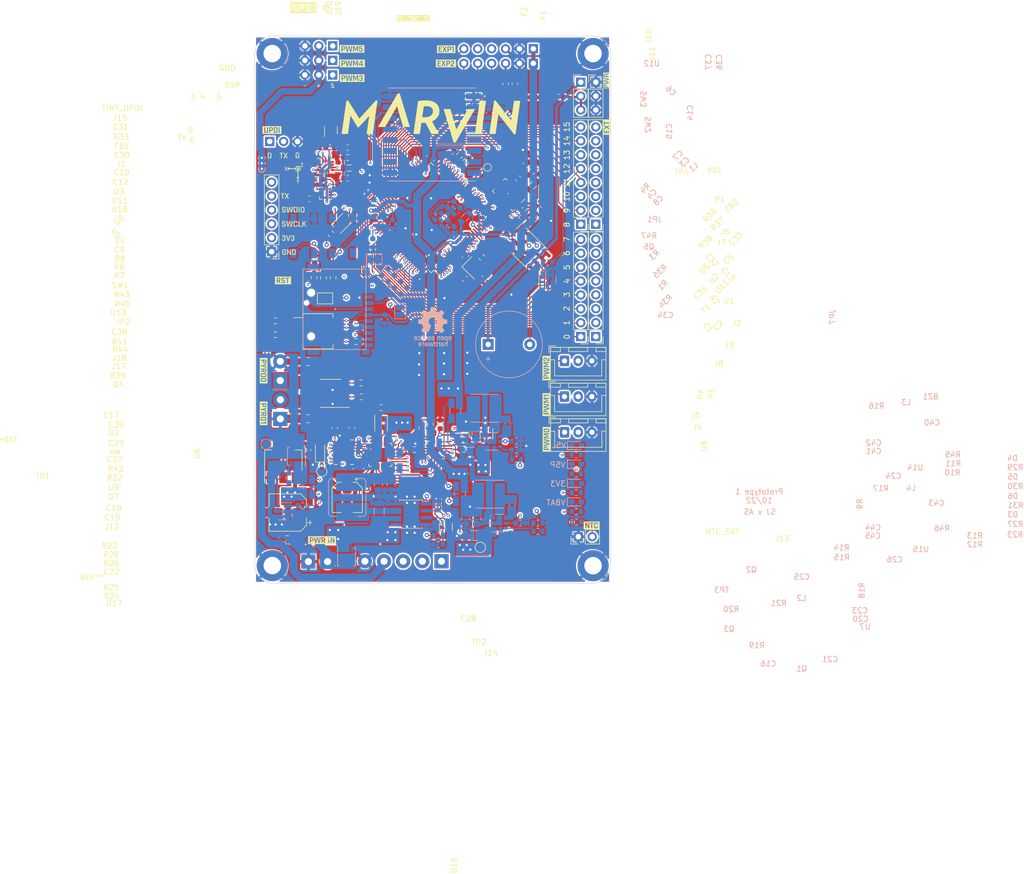
<source format=kicad_pcb>
(kicad_pcb (version 20221018) (generator pcbnew)
  (layers (0 "F.Cu" signal) (1 "In1.Cu" signal) (2 "In2.Cu" signal) (31 "B.Cu" signal) (34 "B.Paste" user) (35 "F.Paste" user) (36 "B.SilkS" user "B.Silkscreen") (37 "F.SilkS" user "F.Silkscreen") (38 "B.Mask" user) (39 "F.Mask" user) (44 "Edge.Cuts" user))
  (net 0 "")
  (net 1 "GND")
  (net 2 "Net-(BZ1-+)")
  (net 3 "Net-(C2-Pad2)")
  (net 4 "Net-(U1-PH0)")
  (net 5 "Net-(U1-VCAP_1)")
  (net 6 "/VDDA")
  (net 7 "/VREF")
  (net 8 "Net-(U1-VCAP_2)")
  (net 9 "Net-(JP2-B)")
  (net 10 "+3V3")
  (net 11 "Net-(U4-C1)")
  (net 12 "VBUS")
  (net 13 "/Power supply/5V")
  (net 14 "Net-(J12-Pin_2)")
  (net 15 "Net-(C20-Pad1)")
  (net 16 "Net-(C31-Pad1)")
  (net 17 "/Marvin Peripherals Deck/Power Filter1/OUT")
  (net 18 "Net-(C33-Pad1)")
  (net 19 "+BATT")
  (net 20 "Net-(D2-A)")
  (net 21 "Net-(U14-BST)")
  (net 22 "/Power supply/Medium Power Converter A/VOUT")
  (net 23 "Net-(U14-SW)")
  (net 24 "Net-(U15-BST)")
  (net 25 "/Power supply/Medium Power Converter B/VOUT")
  (net 26 "Net-(U15-SW)")
  (net 27 "Net-(D3-A)")
  (net 28 "Net-(D4-A)")
  (net 29 "/Power supply/G")
  (net 30 "/Power supply/B")
  (net 31 "/Power supply/R")
  (net 32 "Net-(D5-A)")
  (net 33 "Net-(D6-A)")
  (net 34 "/DBG_UART_RX")
  (net 35 "+5VP")
  (net 36 "/PWM0")
  (net 37 "/PWM1")
  (net 38 "/PWM2")
  (net 39 "/PWM3")
  (net 40 "/PWM4")
  (net 41 "/PWM5")
  (net 42 "+5VL")
  (net 43 "/UART4.TX")
  (net 44 "/UART4.RX")
  (net 45 "/GPIO1")
  (net 46 "/USART6.TX")
  (net 47 "/USART6.RX")
  (net 48 "/GPIO2")
  (net 49 "/Power supply/UPDI")
  (net 50 "/TF_CS")
  (net 51 "/SPI3.MOSI")
  (net 52 "/SPI3.SCK")
  (net 53 "/SPI3.MISO")
  (net 54 "Net-(D7-K)")
  (net 55 "/NRST")
  (net 56 "/Marvin Peripherals Deck/Power Filter/OUT")
  (net 57 "Net-(D8-A)")
  (net 58 "/I2C2.SCL")
  (net 59 "/I2C2.SDA")
  (net 60 "Net-(J10-Pin_3)")
  (net 61 "/BTN0")
  (net 62 "Net-(J11-Pin_3)")
  (net 63 "Net-(J13-Pin_2)")
  (net 64 "/SPI2.MISO")
  (net 65 "/PSU_ALERT")
  (net 66 "/SPI2.MOSI")
  (net 67 "/PSU_CS")
  (net 68 "/SPI2.SCK")
  (net 69 "/PYRO2_TRIG")
  (net 70 "/PYRO1_TRIG")
  (net 71 "/BTN1")
  (net 72 "/Power supply/V5P_EN")
  (net 73 "/Power supply/Medium Power Converter A/FB")
  (net 74 "/Power supply/Medium Power Converter B/FB")
  (net 75 "Net-(J17-Pin_1)")
  (net 76 "/Power supply/VBAT_EN")
  (net 77 "Net-(J18-Pin_2)")
  (net 78 "/Power supply/ALERT1")
  (net 79 "/Power supply/ALERT2")
  (net 80 "/Power supply/BUS_1.SCL")
  (net 81 "/Power supply/BUS_1.SDA")
  (net 82 "/I2C1.SDA")
  (net 83 "/I2C1.SCL")
  (net 84 "Net-(JP1-B)")
  (net 85 "/PYRO1_SENSE")
  (net 86 "/PYRO2_SENSE")
  (net 87 "/Power supply/V5L_EN")
  (net 88 "/Power supply/3V3L_EN")
  (net 89 "/PE2")
  (net 90 "/PE3")
  (net 91 "/PE4")
  (net 92 "/PE5")
  (net 93 "/PE6")
  (net 94 "/FLASH_CS")
  (net 95 "/Marvin Peripherals Deck/I2CF_SCL")
  (net 96 "/RADIO_CS")
  (net 97 "/RADIO_RST")
  (net 98 "/RADIO_INT")
  (net 99 "/SPI1.SCK")
  (net 100 "/SPI1.MISO")
  (net 101 "/SPI1.MOSI")
  (net 102 "/Marvin Peripherals Deck/I2CF_SDA")
  (net 103 "/PE7")
  (net 104 "/PE8")
  (net 105 "/PE9")
  (net 106 "/PE10")
  (net 107 "/PE11")
  (net 108 "/PE12")
  (net 109 "/PE13")
  (net 110 "/PE14")
  (net 111 "/PE15")
  (net 112 "/IMU_INT")
  (net 113 "/SWDIO")
  (net 114 "/SWCLK")
  (net 115 "/DBG_UART_TX")
  (net 116 "/PE0")
  (net 117 "/PE1")
  (net 118 "Net-(U7-SW)")
  (net 119 "Net-(Q2-S-Pad1)")
  (net 120 "Net-(Q2-G)")
  (net 121 "Net-(Q3-B)")
  (net 122 "Net-(Q5-B)")
  (net 123 "Net-(U1-BOOT0)")
  (net 124 "Net-(U1-PH1)")
  (net 125 "/Power supply/3V3_SENSE-")
  (net 126 "/Power supply/3V3_SENSE+")
  (net 127 "/Power supply/V5L_SENSE-")
  (net 128 "/Power supply/V5L_SENSE+")
  (net 129 "/Power supply/VBAT_SENSE+")
  (net 130 "/Power supply/VBAT_SENSE-")
  (net 131 "/Power supply/V5P_SENSE+")
  (net 132 "/Power supply/V5P_SENSE-")
  (net 133 "Net-(U7-FB)")
  (net 134 "/Power supply/TXD")
  (net 135 "/Power supply/Sensor Array/TEMP_2")
  (net 136 "/Power supply/Sensor Array/TEMP_3")
  (net 137 "Net-(U8-ADDRSEL)")
  (net 138 "Net-(U1-PB2)")
  (net 140 "Net-(JP7-A)")
  (net 142 "Net-(R40-Pad2)")
  (net 143 "Net-(R43-Pad2)")
  (net 150 "Net-(U10-B3)")
  (net 151 "Net-(U10-B4)")
  (net 152 "Net-(U10-B7)")
  (net 153 "/Power supply/T1")
  (net 154 "/Marvin Peripherals Deck/DRDY")
  (net 155 "/R")
  (net 156 "/G")
  (net 157 "/B")
  (net 158 "Net-(U10-B8)")
  (net 159 "Net-(U10-B2)")
  (net 169 "/PD8")
  (net 170 "/PD9")
  (net 171 "/PD10")
  (net 172 "/PD11")
  (net 173 "/PD12")
  (net 174 "/PD13")
  (net 175 "/PD14")
  (net 176 "/PD15")
  (net 177 "/PD0")
  (net 178 "/PD1")
  (net 179 "/PD2")
  (net 180 "/PD3")
  (net 181 "/PD4")
  (net 182 "/PD5")
  (net 183 "/PD6")
  (net 184 "/PD7")
  (net 187 "Net-(J22-Pin_2)")
  (footprint "Capacitor_SMD:C_0603_1608Metric" (layer "F.Cu") (at 103.2 129.667 -90)
    (fp_text reference "C17")
    (fp_text value "10u")
  )
  (footprint "FancySwitch:FancySwitchFootprint" (layer "F.Cu") (at 98.58 101.84)
    (fp_text reference "SW1")
    (fp_text value "SW_Push")
  )
  (footprint "TestPoint:TestPoint_Pad_D1.0mm" (layer "F.Cu") (at 136 78)
    (fp_text reference "TP4")
    (fp_text value "TestPoint")
  )
  (footprint "Capacitor_SMD:C_0603_1608Metric" (layer "F.Cu") (at 145.4 85.6 -45)
    (fp_text reference "C13")
    (fp_text value "100nF")
  )
  (footprint "Connector_PinHeader_2.54mm:PinHeader_1x03_P2.54mm_Vertical" (layer "F.Cu") (at 107.715 58.44 -90)
    (fp_text reference "J19")
    (fp_text value "SERVO4 PINS")
  )
  (footprint "Package_TO_SOT_SMD:SOT-223-3_TabPin2" (layer "F.Cu") (at 98.7 131.55 90)
    (fp_text reference "U6")
    (fp_text value "LM1117-5.0")
  )
  (footprint "Capacitor_SMD:C_0603_1608Metric" (layer "F.Cu") (at 131.8514 98.3234 135)
    (fp_text reference "C1")
    (fp_text value "20pF")
  )
  (footprint "Connector_JST:JST_XH_B3B-XH-A_1x03_P2.50mm_Vertical" (layer "F.Cu") (at 150.07 126.4)
    (fp_text reference "J4")
    (fp_text value "SERVO0 JST")
  )
  (footprint "Connector_JST:JST_XH_B3B-XH-A_1x03_P2.50mm_Vertical" (layer "F.Cu") (at 150.05 113.355)
    (fp_text reference "J8")
    (fp_text value "SERVO2 JST")
  )
  (footprint "Resistor_SMD:R_0603_1608Metric" (layer "F.Cu") (at 132.0038 76.962 -135)
    (fp_text reference "R38")
    (fp_text value "2k")
  )
  (footprint "Capacitor_SMD:C_0603_1608Metric" (layer "F.Cu") (at 135.4582 98.2472 45)
    (fp_text reference "C2")
    (fp_text value "20pF")
  )
  (footprint "Package_DFN_QFN:VQFN-16-1EP_3x3mm_P0.5mm_EP1.1x1.1mm" (layer "F.Cu") (at 126.55 129.65 -90)
    (fp_text reference "U8")
    (fp_text value "PAC1954")
  )
  (footprint "kibuzzard-63A8E0BF" (layer "F.Cu") (at 111.29 58.99)
    (fp_text reference "kibuzzard-63A8E0BF" hide)
    (fp_text value "G***" hide)
  )
  (footprint "Connector_PinHeader_2.54mm:PinHeader_1x08_P2.54mm_Vertical" (layer "F.Cu") (at 155.78 108.91 180)
    (fp_text reference "J3")
    (fp_text value "OUT_C")
  )
  (footprint "MountingHole:MountingHole_3.2mm_M3_ISO7380_Pad" (layer "F.Cu") (at 96.69 150.77)
    (fp_text reference "REF**")
    (fp_text value "MountingHole_3.2mm_M3_ISO7380_Pad")
  )
  (footprint "kibuzzard-63AA0089" (layer "F.Cu") (at 98.64 98.66)
    (fp_text reference "kibuzzard-63AA0089" hide)
    (fp_text value "G***" hide)
  )
  (footprint "kibuzzard-63A8E1B7" (layer "F.Cu") (at 146.74 121.36 90)
    (fp_text reference "kibuzzard-63A8E1B7" hide)
    (fp_text value "G***" hide)
  )
  (footprint "Resistor_SMD:R_0603_1608Metric" (layer "F.Cu") (at 131.7244 129.4892 180)
    (fp_text reference "R24")
    (fp_text value "10k")
  )
  (footprint "Resistor_SMD:R_0603_1608Metric" (layer "F.Cu") (at 124.0028 125.6792 -90)
    (fp_text reference "R28")
    (fp_text value "2k")
  )
  (footprint "Resistor_SMD:R_0603_1608Metric" (layer "F.Cu") (at 130.887037 75.843563 -135)
    (fp_text reference "R37")
    (fp_text value "2k")
  )
  (footprint "kibuzzard-63A8DDCD" (layer "F.Cu") (at 105.13 63.09)
    (fp_text reference "kibuzzard-63A8DDCD" hide)
    (fp_text value "G***" hide)
  )
  (footprint "kibuzzard-63A8E1FE" (layer "F.Cu") (at 95.1 115.15 -90)
    (fp_text reference "kibuzzard-63A8E1FE" hide)
    (fp_text value "G***" hide)
  )
  (footprint "Fuse:Fuse_0603_1608Metric" (layer "F.Cu") (at 141 62.7 -90)
    (fp_text reference "F1")
    (fp_text value "200mA")
  )
  (footprint "Resistor_SMD:R_0603_1608Metric" (layer "F.Cu") (at 111.9998 107.2966)
    (fp_text reference "R44")
    (fp_text value "1k")
  )
  (footprint "Package_TO_SOT_SMD:SOT-353_SC-70-5" (layer "F.Cu") (at 107.3912 71.1962 90)
    (fp_text reference "U18")
    (fp_text value "MCP9700AT-ELT")
  )
  (footprint "TerminalBlock_4Ucon:TerminalBlock_4Ucon_1x02_P3.50mm_Vertical" (layer "F.Cu") (at 98.154444 123.960136 90)
    (fp_text reference "J18")
    (fp_text value "Pyro Terminal 2")
  )
  (footprint "kibuzzard-63A8E1BC" (layer "F.Cu") (at 146.77 127.7 90)
    (fp_text reference "kibuzzard-63A8E1BC" hide)
    (fp_text value "G***" hide)
  )
  (footprint "kibuzzard-63A8E131" (layer "F.Cu") (at 128.45 56.4)
    (fp_text reference "kibuzzard-63A8E131" hide)
    (fp_text value "G***" hide)
  )
  (footprint "Capacitor_SMD:C_0603_1608Metric" (layer "F.Cu") (at 127.3556 124.968 90)
    (fp_text reference "C22")
    (fp_text value "100n")
  )
  (footprint "Connector_PinHeader_2.54mm:PinHeader_1x03_P2.54mm_Vertical" (layer "F.Cu") (at 155.77 62.42)
    (fp_text reference "J23" hide)
    (fp_text value "EXT_GND")
  )
  (footprint "Inductor_SMD:L_0805_2012Metric" (layer "F.Cu") (at 110.7225 78.12 180)
    (fp_text reference "FB1")
    (fp_text value "FerriteBead")
  )
  (footprint "Resistor_SMD:R_0603_1608Metric" (layer "F.Cu") (at 97.2678 108.5666)
    (fp_text reference "R40")
    (fp_text value "370")
  )
  (footprint "Connector_PinHeader_2.54mm:PinHeader_1x06_P2.54mm_Vertical" (layer "F.Cu") (at 96.56 93.4 180)
    (fp_text reference "J1")
    (fp_text value "PROG / DBG")
  )
  (footprint "Capacitor_SMD:C_0603_1608Metric" (layer "F.Cu") (at 141.56187 79.998514 135)
    (fp_text reference "C32")
    (fp_text value "100n")
  )
  (footprint "Package_SO:SO-8_5.3x6.2mm_P1.27mm" (layer "F.Cu") (at 105.0148 107.9316)
    (fp_text reference "U13")
    (fp_text value "ILD213T")
  )
  (footprint "Resistor_SMD:R_0603_1608Metric" (layer "F.Cu") (at 107.79 98.16 -90)
    (fp_text reference "R7")
    (fp_text value "NC")
  )
  (footprint "Fuse:Fuse_0603_1608Metric" (layer "F.Cu") (at 149 65.15 180)
    (fp_text reference "F3" hide)
    (fp_text value "200mA")
  )
  (footprint "LED_SMD:LED_Cree-PLCC4_2x2mm_CW" (layer "F.Cu") (at 109.341421 88.230761 45)
    (fp_text reference "D8")
    (fp_text value "LED_RGBA")
  )
  (footprint "kibuzzard-63AA0264" (layer "F.Cu") (at 100.5 85.72)
    (fp_text reference "kibuzzard-63AA0264" hide)
    (fp_text value "G***" hide)
  )
  (footprint "kibuzzard-63A8E3F2" (layer "F.Cu") (at 105.78 146.12)
    (fp_text reference "kibuzzard-63A8E3F2" hide)
    (fp_text value "G***" hide)
  )
  (footprint "Capacitor_SMD:CP_Elec_5x5.4" (layer "F.Cu") (at 110.363 138.303 -90)
    (fp_text reference "C19")
    (fp_text value "3300u")
  )
  (footprint "Connector_PinHeader_2.54mm:PinHeader_1x08_P2.54mm_Vertical" (layer "F.Cu") (at 155.77 88.39 180)
    (fp_text reference "J7")
    (fp_text value "OUT_D")
  )
  (footprint "Package_SO:SOIC-8_3.9x4.9mm_P1.27mm" (layer "F.Cu") (at 143.637 93.2688 -45)
    (fp_text reference "U11")
    (fp_text value "W25Q16JLSSIG")
  )
  (footprint "Resistor_SMD:R_0603_1608Metric" (layer "F.Cu") (at 125.571 124.9802 -90)
    (fp_text reference "R26")
    (fp_text value "2k")
  )
  (footprint "kibuzzard-63AC1538" (layer "F.Cu") (at 101.36 80.545)
    (fp_text reference "kibuzzard-63AC1538" hide)
    (fp_text value "G***" hide)
  )
  (footprint "kibuzzard-63AA0256" (layer "F.Cu") (at 99.58 90.91)
    (fp_text reference "kibuzzard-63AA0256" hide)
    (fp_text value "G***" hide)
  )
  (footprint "Capacitor_SMD:C_0603_1608Metric" (layer "F.Cu") (at 107.24 74.37)
    (fp_text reference "C11")
    (fp_text value "1uF")
  )
  (footprint "kibuzzard-63A8E14B" (layer "F.Cu") (at 96.62 71.17)
    (fp_text reference "kibuzzard-63A8E14B" hide)
    (fp_text value "G***" hide)
  )
  (footprint "kibuzzard-63A8E1B3" (layer "F.Cu") (at 146.73 114.68 90)
    (fp_text reference "kibuzzard-63A8E1B3" hide)
    (fp_text value "G***" hide)
  )
  (footprint "TXB0108:IC_TXB0108RGYR" (layer "F.Cu") (at 109.7534 130.0565)
    (fp_text reference "U10")
    (fp_text value "TXB0108DQSR")
  )
  (footprint "Oscillator:Oscillator_SMD_SeikoEpson_SG210-4Pin_2.5x2.0mm" (layer "F.Cu") (at 133.35 96.3676 -45)
    (fp_text reference "Y1")
    (fp_text value "Crystal_GND24")
  )
  (footprint "Connector_PinHeader_2.54mm:PinHeader_1x08_P2.54mm_Vertical" (layer "F.Cu") (at 153.03 108.93 180)
    (fp_text reference "J2")
    (fp_text value "OUT_A")
  )
  (footprint "Resistor_SMD:R_0603_1608Metric" (layer "F.Cu") (at 106.03 98.17 -90)
    (fp_text reference "R8")
    (fp_text value "NC")
  )
  (footprint "kibuzzard-63AA01CF" (layer "F.Cu") (at 177.46 78.52)
    (fp_text reference "kibuzzard-63AA01CF" hide)
    (fp_text value "G***" hide)
  )
  (footprint "Resistor_SMD:R_0603_1608Metric" (layer "F.Cu") (at 116.5754 121.9056)
    (fp_text reference "R32")
    (fp_text value "300")
  )
  (footprint "Package_LGA:LGA-12_2x2mm_P0.5mm" (layer "F.Cu") (at 106.4006 82.7532)
    (fp_text reference "U4")
    (fp_text value "LIS3MDLTR")
  )
  (footprint "TerminalBlock_4Ucon:TerminalBlock_4Ucon_1x02_P3.50mm_Vertical" (layer "F.Cu") (at 98.129444 116.950136 90)
    (fp_text reference "J17")
    (fp_text value "Pyro Terminal 1")
  )
  (footprint "kibuzzard-63A8E0CA" (layer "F.Cu") (at 111.25 56.34)
    (fp_text reference "kibuzzard-63A8E0CA" hide)
    (fp_text value "G***" hide)
  )
  (footprint "Resistor_SMD:R_0603_1608Metric" (layer "F.Cu") (at 122.6566 129.5654 180)
    (fp_text reference "R22")
    (fp_text value "10k")
  )
  (footprint "TerminalBlock_4Ucon:TerminalBlock_4Ucon_1x02_P3.50mm_Vertical" (layer "F.Cu") (at 103.275 150.045)
    (fp_text reference "J12")
    (fp_text value "POWER_IN")
  )
  (footprint "Package_LGA:Bosch_LGA-8_2x2.5mm_P0.65mm_ClockwisePinNumbering" (layer "F.Cu") (at 143.40187 87.298514 135)
    (fp_text reference "U2")
    (fp_text value "BMP280")
  )
  (footprint "Package_TO_SOT_SMD:SOT-353_SC-70-5" (layer "F.Cu") (at 135.8 126.925 -90)
    (fp_text reference "U17")
    (fp_text value "MCP9700AT-ELT")
  )
  (footprint "Resistor_SMD:R_0603_1608Metric" (layer "F.Cu") (at 107.4 90.15 135)
    (fp_text reference "R5")
    (fp_text value "330")
  )
  (footprint "Capacitor_SMD:C_0805_2012Metric" (layer "F.Cu") (at 103.2648 113.4816)
    (fp_text reference "C38")
    (fp_text value "10u")
  )
  (footprint "Diode_SMD:D_SOD-323_HandSoldering" (layer "F.Cu") (at 105.4 129.95 90)
    (fp_text reference "D2")
    (fp_text value "CUS08F30")
  )
  (footprint "Capacitor_SMD:C_0603_1608Metric" (layer "F.Cu") (at 103.45 83.75)
    (fp_text reference "C10")
    (fp_text value "100nF")
  )
  (footprint "kibuzzard-63A8E0B0" (layer "F.Cu") (at 111.27 61.68)
    (fp_text reference "kibuzzard-63A8E0B0" hide)
    (fp_text value "G***" hide)
  )
  (footprint "Fuse:Fuse_0603_1608Metric" (layer "F.Cu") (at 139.3 62.7 -90)
    (fp_text reference "F2")
    (fp_text value "200mA")
  )
  (footprint "Resistor_SMD:R_0603_1608Metric" (layer "F.Cu") (at 131.7244 127.8636 180)
    (fp_text reference "R25")
    (fp_text value "10k")
  )
  (footprint "kibuzzard-63A8E197" (layer "F.Cu") (at 157.76 70.64 90)
    (fp_text reference "kibuzzard-63A8E197" hide)
    (fp_text value "G***" hide)
  )
  (footprint "Capacitor_SMD:C_0805_2012Metric" (layer "F.Cu") (at 103.225 123.925)
    (fp_text reference "C39")
    (fp_text value "10u")
  )
  (footprint "kibuzzard-63AA020A" (layer "F.Cu") (at 48.53 127.68)
    (fp_text reference "kibuzzard-63AA020A" hide)
    (fp_text value "G***" hide)
  )
  (footprint "Resistor_SMD:R_0603_1608Metric" (layer "F.Cu") (at 112.9284 119.9388)
    (fp_text reference "R42")
    (fp_text value "10k")
  )
  (footprint "kibuzzard-63AA024E" (layer "F.Cu") (at 99.74 93.47)
    (fp_text reference "kibuzzard-63AA024E" hide)
    (fp_text value "G***" hide)
  )
  (footprint "Package_LGA:LGA-14_3x2.5mm_P0.5mm_LayoutBorder3x4y" (layer "F.Cu") (at 106.44 77.74)
    (fp_text reference "U3")
    (fp_text value "LSM6DSOTR")
  )
  (footprint "Connector_PinHeader_2.54mm:PinHeader_1x03_P2.54mm_Vertical" (layer "F.Cu") (at 153.03 62.42)
    (fp_text reference "J22" hide)
    (fp_text value "EXT_PWR")
  )
  (footprint "TestPoint:TestPoint_Pad_D1.5mm" (layer "F.Cu") (at 105.7148 133.5532)
    (fp_text reference "TP1")
    (fp_text value "5V_BOOT")
  )
  (footprint "Inductor_SMD:L_0805_2012Metric" (layer "F.Cu") (at 144.29187 81.278513 -135)
    (fp_text reference "FB2")
    (fp_text value "FerriteBead")
  )
  (footprint "Connector_PinHeader_2.54mm:PinHeader_1x03_P2.54mm_Vertical" (layer "F.Cu") (at 107.715 61.1 -90)
    (fp_text reference "J9")
    (fp_text value "SERVO3 PINS")
  )
  (footprint "Connector_PinHeader_2.54mm:PinHeader_1x08_P2.54mm_Vertical" (layer "F.Cu") (at 153.03 88.39 180)
    (fp_text reference "J6")
    (fp_text value "OUT_B")
  )
  (footprint "Connector_PinHeader_2.54mm:PinHeader_1x03_P2.54mm_Vertical" (layer "F.Cu") (at 107.72 55.79 -90)
    (fp_text reference "J20")
    (fp_text value "SERVO5 PINS")
  )
  (footprint "Resistor_SMD:R_0603_1608Metric" (layer "F.Cu") (at 144.081869 78.788515 45)
    (fp_text reference "R36")
    (fp_text value "R")
  )
  (footprint "Capacitor_SMD:CP_Elec_6.3x7.7" (layer "F.Cu") (at 99.5172 141.0716 180)
    (fp_text reference "C18")
    (fp_text value "1000u")
  )
  (footprint "kibuzzard-63A8DDC0" (layer "F.Cu") (at 102.6 63.1)
    (fp_text reference "kibuzzard-63A8DDC0" hide)
    (fp_text value "G***" hide)
  )
  (footprint "" (layer "F.Cu") (at 155.272 57.192)
    (fp_text reference "")
    (fp_text value "")
  )
  (footprint "Capacitor_SMD:C_0603_1608Metric" (layer "F.Cu") (at 110.48 79.99)
    (fp_text reference "C30")
    (fp_text value "100n")
  )
  (footprint "kibuzzard-63A8BFA0" (layer "F.Cu") (at 102.37 48.78)
    (fp_text reference "kibuzzard-63A8BFA0" hide)
    (fp_text value "G***" hide)
  )
  (footprint "Connector_PinHeader_2.54mm:PinHeader_1x03_P2.54mm_Vertical" (layer "F.Cu") (at 96.205 73.26 90)
    (fp_text reference "J15")
    (fp_text value "ATTINY_DBG")
  )
  (footprint "kibuzzard-63AA02A3" (layer "F.Cu") (at 96.2 75.83)
    (fp_text reference "kibuzzard-63AA02A3" hide)
    (fp_text value "G***" hide)
  )
  (footprint "Capacitor_SMD:C_0603_1608Metric" (layer "F.Cu") (at 129.25 75.15 -135)
    (fp_text reference "C5")
    (fp_text value "2.2uF")
  )
  (footprint "kibuzzard-63A8E13C" (layer "F.Cu") (at 128.4 59)
    (fp_text reference "kibuzzard-63A8E13C" hide)
    (fp_text value "G***" hide)
  )
  (footprint "Resistor_SMD:R_0603_1608Metric" (layer "F.Cu") (at 97.2678 106.0266)
    (fp_text reference "R43")
    (fp_text value "370")
  )
  (footprint "Resistor_SMD:R_0603_1608Metric" (layer "F.Cu") (at 111.9998 109.8366)
    (fp_text reference "R41")
    (fp_text value "1k")
  )
  (footprint "Connector_JST:JST_XH_B3B-XH-A_1x03_P2.50mm_Vertical" (layer "F.Cu") (at 150.05 119.88)
    (fp_text reference "J5")
    (fp_text value "SERVO1 JST")
  )
  (footprint "Capacitor_SMD:C_0603_1608Metric" (layer "F.Cu") (at 104.95 80.2 180)
    (fp_text reference "C12")
    (fp_text value "100nF")
  )
  (footprint "kibuzzard-63AA0354" (layer "F.Cu") (at 101.28 75.78)
    (fp_text reference "kibuzzard-63AA0354" hide)
    (fp_text value "G***" hide)
  )
  (footprint "Capacitor_SMD:C_0603_1608Metric" (layer "F.Cu") (at 110.45 74.39 180)
    (fp_text reference "C31")
    (fp_text value "C")
  )
  (footprint "kibuzzard-63A8E1E9" (layer "F.Cu") (at 155.01 143.43)
    (fp_text reference "kibuzzard-63A8E1E9" hide)
    (fp_text value "G***" hide)
  )
  (footprint "Capacitor_SMD:C_0805_2012Metric" (layer "F.Cu") (at 99.4 146.05 180)
    (fp_text reference "C28")
    (fp_text value "10u")
  )
  (footprint "Capacitor_SMD:C_0603_1608Metric" (layer "F.Cu") (at 108.1024 125.603 90)
    (fp_text reference "C29")
    (fp_text value "100n")
  )
  (footprint "Capacitor_SMD:C_0603_1608Metric" (layer "F.Cu") (at 104.4148 94.8816 90)
    (fp_text reference "C9")
    (fp_text value "100nF")
  )
  (footprint "kibuzzard-63A8DDD8" (layer "F.Cu") (at 107.69 63.08)
    (fp_text reference "kibuzzard-63A8DDD8" hide)
    (fp_text value "G***" hide)
  )
  (footprint "Resistor_SMD:R_0603_1608Metric" (layer "F.Cu") (at 112.8776 117.3988)
    (fp_text reference "R39")
    (fp_text value "10k")
  )
  (footprint "Resistor_SMD:R_0603_1608Metric" (layer "F.Cu") (at 110.47 76.2)
    (fp_text reference "R33")
    (fp_text value "R")
  )
  (footprint "Resistor_SMD:R_0603_1608Metric" (layer "F.Cu") (at 134.9502 94.4372 135)
    (fp_text reference "R2")
    (fp_text value "0 Ohm")
  )
  (footprint "LED_SMD:LED_Cree-PLCC4_2x2mm_CW" (layer "F.Cu") (at 116.55 124.725 -90)
    (fp_text reference "D7")
    (fp_text value "LED_RGBK")
  )
  (footprint "Package_QFP:LQFP-100_14x14mm_P0.5mm" (layer "F.Cu") (at 125.69 87.2 135)
    (fp_text reference "U1")
    (fp_text value "STM32F407")
  )
  (footprint "Connector_PinHeader_2.54mm:PinHeader_1x02_P2.54mm_Vertical" (layer "F.Cu") (at 152.575 145.5 90)
    (fp_text reference "J13")
    (fp_text value "EXTl NTC")
  )
  (footprint "Connector_PinHeader_2.54mm:PinHeader_1x06_P2.54mm_Vertical" (layer "F.Cu") (at 144.367 56.32 -90)
    (fp_text reference "J10")
    (fp_text value "EXP1")
  )
  (footprint "kibuzzard-63AC1524" (layer "F.Cu") (at 99.19 78.225)
    (fp_text reference "kibuzzard-63AC1524" hide)
    (fp_text value "G***" hide)
  )
  (footprint "Capacitor_SMD:C_0603_1608Metric" (layer "F.Cu") (at 138.907 90.6588 -135)
    (fp_text reference "C35")
    (fp_text value "100nF")
  )
  (footprint "Package_DFN_QFN:QFN-24-1EP_4x4mm_P0.5mm_EP2.6x2.6mm" (layer "F.Cu") (at 116.4122 130.5306)
    (fp_text reference "U9")
    (fp_text value "ATtiny1627-M")
  )
  (footprint "Package_LGA:LGA-8_3x5mm_P1.25mm" (layer "F.Cu") (at 139.90187 83.018514 -135)
    (fp_text reference "U5")
    (fp_text value "MS5611-01BA")
  )
  (footprint "kibuzzard-63A8E239" (layer "F.Cu") (at 95.1 122.95 -90)
    (fp_text reference "kibuzzard-63A8E239" hide)
    (fp_text value "G***" hide)
  )
  (footprint "Jumper:SolderJumper-2_P1.3mm_Bridged_Pad1.0x1.5mm" (layer "F.Cu") (at 106.3134 101.94 180)
    (fp_text reference "JP2")
    (fp_text value "SB_B")
  )
  (footprint "kibuzzard-63AA025D" (layer "F.Cu") (at 100.68 88.32)
    (fp_text reference "kibuzzard-63AA025D" hide)
    (fp_text value "G***" hide)
  )
  (footprint "TerminalBlock_4Ucon:TerminalBlock_4Ucon_1x05_P3.50mm_Vertical" (layer "F.Cu") (at 127.59 149.98 180)
    (fp_text reference "J14")
    (fp_text value "Screw_Terminal_01x05")
  )
  (footprint "kibuzzard-63AA02B1" (layer "F.Cu") (at 98.75 75.83)
    (fp_text reference "kibuzzard-63AA02B1" hide)
    (fp_text value "G***" hide)
  )
  (footprint "TestPoint:TestPoint_Pad_D1.5mm" (layer "F.Cu") (at 134.67 147.43)
    (fp_text reference "TP2")
    (fp_text value "VBUS")
  )
  (footprint "" (layer "F.Cu") (at 96.672 57.192)
    (fp_text reference "")
    (fp_text value "")
  )
  (footprint "Package_SO:SOIC-8_3.9x4.9mm_P1.27mm" (layer "F.Cu") (at 107.312444 119.299136 180)
    (fp_text reference "Q4")
    (fp_text value "DMN3018SSD")
  )
  (footprint "Resistor_SMD:R_0603_1608Metric" (layer "F.Cu") (at 104.33 98.145 -90)
    (fp_text reference "R6")
    (fp_text value "NC")
  )
  (footprint "kibuzzard-63A8DA8E" (layer "F.Cu") (at 122.46 50.73)
    (fp_text reference "kibuzzard-63A8DA8E" hide)
    (fp_text value "G***" hide)
  )
  (footprint "" (layer "F.Cu") (at 155.272 150.792)
    (fp_text reference "")
    (fp_text value "")
  )
  (footprint "kibuzzard-63AC1541" (layer "F.Cu") (at 102.09 77.54)
    (fp_text reference "kibuzzard-63AC1541" hide)
    (fp_text value "G***" hide)
  )
  (footprint "Package_TO_SOT_SMD:SOT-353_SC-70-5" (layer "F.Cu") (at 128.4 143.75 90)
    (fp_text reference "U16")
    (fp_text value "MCP9700AT-ELT")
  )
  (footprint "Connector_PinHeader_2.54mm:PinHeader_1x06_P2.54mm_Vertical" (layer "F.Cu") (at 144.37 58.98 -90)
    (fp_text reference "J11")
    (fp_text value "EXP2")
  )
  (footprint "Capacitor_SMD:C_0603_1608Metric" (layer "F.Cu") (at 111.2266 125.5522 90)
    (fp_text reference "C27")
    (fp_text value "100n")
  )
  (footprint "kibuzzard-63AA0274" (layer "F.Cu") (at 98.98 83.23)
    (fp_text reference "kibuzzard-63AA0274" hide)
    (fp_text value "G***" hide)
  )
  (footprint "Capacitor_SMD:C_0603_1608Metric" (layer "F.Cu") (at 142.88187 77.608514 -135)
    (fp_text reference "C33")
    (fp_text value "C")
  )
  (footprint "Resistor_SMD:R_0603_1608Metric" (layer "B.Cu") (at 120.5992 100.6602 45)
    (fp_text reference "R34")
    (fp_text value "2k")
  )
  (footprint "FancySwitch:FancySwitchFootprint" (layer "B.Cu") (at 102.420002 90.540001 -90)
    (fp_text reference "SW3")
    (fp_text value "SW_Push")
  )
  (footprint "Inductor_SMD:L_Bourns_SRP7028A_7.3x6.6mm" (layer "B.Cu") (at 110.363 138.303 90)
    (fp_text reference "L2")
    (fp_text value "3u3")
  )
  (footprint "LED_SMD:LED_0603_1608Metric_Pad1.05x0.95mm_HandSolder" (layer "B.Cu") (at 152.24 132.229998)
    (fp_text reference "D5")
    (fp_text value "V5P")
  )
  (footprint "Capacitor_SMD:C_0603_1608Metric" (layer "B.Cu") (at 129.22 84.76 -135)
    (fp_text reference "C7")
    (fp_text value "1uF")
  )
  (footprint "Resistor_SMD:R_Shunt_Ohmite_LVK12" (layer "B.Cu") (at 130.0988 122.4788)
    (fp_text reference "R16")
    (fp_text value "0.05")
  )
  (footprint "Resistor_SMD:R_0603_1608Metric" (layer "B.Cu") (at 152.24 142.8 180)
    (fp_text reference "R23")
    (fp_text value "4.7k")
  )
  (footprint "Resistor_SMD:R_0603_1608Metric" (layer "B.Cu") (at 119.4816 99.5172 45)
    (fp_text reference "R35")
    (fp_text value "2k")
  )
  (footprint "Jumper:SolderJumper-2_P1.3mm_Bridged_Pad1.0x1.5mm" (layer "B.Cu") (at 115.3 94.78 180)
    (fp_text reference "JP1")
    (fp_text value "SB_B")
  )
  (footprint "Resistor_SMD:R_0603_1608Metric" (layer "B.Cu") (at 141.2748 127.9906)
    (fp_text reference "R45")
    (fp_text value "10k")
  )
  (footprint "Capacitor_SMD:C_0805_2012Metric" (layer "B.Cu") (at 131.9276 126.7206 -90)
    (fp_text reference "C41")
    (fp_text value "22u")
  )
  (footprint "Capacitor_SMD:C_0805_2012Metric" (layer "B.Cu") (at 104.3 146.5 180)
    (fp_text reference "C16")
    (fp_text value "10u")
  )
  (footprint "Resistor_SMD:R_Shunt_Ohmite_LVK12" (layer "B.Cu") (at 103.251 136.398 180)
    (fp_text reference "R19")
    (fp_text value "0.01")
  )
  (footprint "Resistor_SMD:R_0603_1608Metric" (layer "B.Cu") (at 126.96 86.98 -135)
    (fp_text reference "R4")
    (fp_text value "46ohm")
  )
  (footprint "LORA:MODULE_RA-02_LORA" (layer "B.Cu") (at 125.8595 71.99 180)
    (fp_text reference "U12")
    (fp_text value "RA-02_LORA")
  )
  (footprint "Resistor_SMD:R_0603_1608Metric" (layer "B.Cu") (at 117.1702 97.2058 45)
    (fp_text reference "R1")
    (fp_text value "1k")
  )
  (footprint "Capacitor_SMD:C_0603_1608Metric" (layer "B.Cu") (at 117.2 105.74 -90)
    (fp_text reference "C34")
    (fp_text value "100nF")
  )
  (footprint "Capacitor_SMD:C_0603_1608Metric" (layer "B.Cu") (at 115.0366 91.821 -90)
    (fp_text reference "C15")
    (fp_text value "100nF")
  )
  (footprint "Inductor_SMD:L_Taiyo-Yuden_NR-50xx" (layer "B.Cu") (at 136.3726 137.7188 180)
    (fp_text reference "L4")
    (fp_text value "4,7u")
  )
  (footprint "Resistor_SMD:R_0603_1608Metric" (layer "B.Cu") (at 152.209999 130.540001)
    (fp_text reference "R29")
    (fp_text value "500")
  )
  (footprint "Resistor_SMD:R_0603_1608Metric" (layer "B.Cu") (at 152.215002 140.9)
    (fp_text reference "R27")
    (fp_text value "500")
  )
  (footprint "Resistor_SMD:R_0603_1608Metric" (layer "B.Cu") (at 145.21 142.97)
    (fp_text reference "R13")
    (fp_text value "100k")
  )
  (footprint "Resistor_SMD:R_0603_1608Metric" (layer "B.Cu") (at 127.0254 145.2372)
    (fp_text reference "R14")
    (fp_text value "56k")
  )
  (footprint "Package_TO_SOT_SMD:SOT-23" (layer "B.Cu") (at 98.552 140.843 180)
    (fp_text reference "Q3")
    (fp_text value "BC847")
  )
  (footprint "Capacitor_SMD:C_0805_2012Metric" (layer "B.Cu") (at 118.4148 136.017 -90)
    (fp_text reference "C20")
    (fp_text value "22u")
  )
  (footprint "LED_SMD:LED_0603_1608Metric_Pad1.05x0.95mm_HandSolder" (layer "B.Cu") (at 152.26 128.83)
    (fp_text reference "D4")
    (fp_text value "V5L")
  )
  (footprint "FancySwitch:FancySwitchFootprint" (layer "B.Cu") (at 109.49 90.48 -90)
    (fp_text reference "SW2")
    (fp_text value "SW_Push")
  )
  (footprint "LED_SMD:LED_0603_1608Metric_Pad1.05x0.95mm_HandSolder" (layer "B.Cu") (at 152.25 135.73)
    (fp_text reference "D6")
    (fp_text value "3V3")
  )
  (footprint "Resistor_SMD:R_Shunt_Ohmite_LVK12" (layer "B.Cu") (at 130.937 137.668)
    (fp_text reference "R17")
    (fp_text value "0.05")
  )
  (footprint "Package_SO:TSOP-6_1.65x3.05mm_P0.95mm" (layer "B.Cu") (at 137.1092 128.0668)
    (fp_text reference "U14")
    (fp_text value "AP62200Z6")
  )
  (footprint "Capacitor_SMD:C_0805_2012Metric" (layer "B.Cu") (at 134.0612 142.24 -90)
    (fp_text reference "C45")
    (fp_text value "22u")
  )
  (footprint "Buzzer_Beeper:Buzzer_12x9.5RM7.6" (layer "B.Cu") (at 136.11 110.35)
    (fp_text reference "BZ1")
    (fp_text value "Buzzer")
  )
  (footprint "Resistor_SMD:R_0603_1608Metric" (layer "B.Cu") (at 141.2748 131.3434 180)
    (fp_text reference "R10")
    (fp_text value "56k")
  )
  (footprint "Capacitor_SMD:C_0603_1608Metric" (layer "B.Cu") (at 128.16 88.18 -135)
    (fp_text reference "C4")
    (fp_text value "1uF")
  )
  (footprint "Resistor_SMD:R_0603_1608Metric" (layer "B.Cu") (at 152.21 134.02)
    (fp_text reference "R30")
    (fp_text value "500")
  )
  (footprint "Capacitor_SMD:C_1206_3216Metric" (layer "B.Cu") (at 133.477 145.288 180)
    (fp_text reference "C26")
    (fp_text value "10u")
  )
  (footprint "Capacitor_SMD:C_0603_1608Metric" (layer "B.Cu") (at 113.4872 128.905)
    (fp_text reference "C25")
    (fp_text value "100n")
  )
  (footprint "LED_SMD:LED_0603_1608Metric_Pad1.05x0.95mm_HandSolder" (layer "B.Cu") (at 152.2475 139.129999)
    (fp_text reference "D3")
    (fp_text value "VBAT")
  )
  (footprint "Capacitor_SMD:C_0603_1608Metric" (layer "B.Cu") (at 140.475 139.675 90)
    (fp_text reference "C43")
    (fp_text value "100n")
  )
  (footprint "Capacitor_SMD:C_0603_1608Metric" (layer "B.Cu") (at 114.681 83.3374 -45)
    (fp_text reference "C6")
    (fp_text value "2.2uF")
  )
  (footprint "Resistor_SMD:R_0603_1608Metric" (layer "B.Cu") (at 146.975 95.35)
    (fp_text reference "R47")
    (fp_text value "1k")
  )
  (footprint "Capacitor_SMD:C_0805_2012Metric" (layer "B.Cu") (at 133.9088 126.7206 -90)
    (fp_text reference "C42")
    (fp_text value "22u")
  )
  (footprint "Capacitor_SMD:C_0603_1608Metric" (layer "B.Cu") (at 130.42 85.96 -135)
    (fp_text reference "C3")
    (fp_text value "100nF")
  )
  (footprint "Inductor_SMD:L_0805_2012Metric" (layer "B.Cu") (at 131.93 87.13 -135)
    (fp_text reference "L1")
    (fp_text value "L_Ferrite")
  )
  (footprint "Inductor_SMD:L_Taiyo-Yuden_NR-50xx" (layer "B.Cu") (at 135.456448 122.0216 180)
    (fp_text reference "L3")
    (fp_text value "4,7u")
  )
  (footprint "TestPoint:TestPoint_Pad_D1.5mm" (layer "B.Cu") (at 95.55 128.55 180)
    (fp_text reference "TP3")
    (fp_text value "VBAT")
  )
  (footprint "Resistor_SMD:R_0603_1608Metric" (layer "B.Cu") (at 141.2748 129.667)
    (fp_text reference "R11")
    (fp_text value "10k")
  )
  (footprint "Package_TO_SOT_SMD:SOT-23" (layer "B.Cu") (at 146.935 98.61 -90)
    (fp_text reference "Q5")
    (fp_text value "BC847")
  )
  (footprint "Capacitor_SMD:C_0603_1608Metric" (layer "B.Cu") (at 118.6434 88.3412 -90)
    (fp_text reference "C14")
    (fp_text value "100nF")
  )
  (footprint "Package_SO:TI_SO-PowerPAD-8" (layer "B.Cu") (at 121.9962 141.3764 180)
    (fp_text reference "U7")
    (fp_text value "ST1S41PHR")
  )
  (footprint "Resistor_SMD:R_0603_1608Metric" (layer "B.Cu") (at 102.235 139.827 180)
    (fp_text reference "R21")
    (fp_text value "10k")
  )
  (footprint "Resistor_SMD:R_0603_1608Metric" (layer "B.Cu") (at 99.695 134.747 90)
    (fp_text reference "R20")
    (fp_text value "10k")
  )
  (footprint "Resistor_SMD:R_0603_1608Metric" (layer "B.Cu") (at 145.21 144.494 180)
    (fp_text reference "R12")
    (fp_text value "330k")
  )
  (footprint "Capacitor_SMD:C_0603_1608Metric" (layer "B.Cu") (at 136.31 68.06 90)
    (fp_text reference "C37")
    (fp_text value "100n")
  )
  (footprint "Package_SO:Vishay_PowerPAK_1212-8_Single" (layer "B.Cu") (at 101.092 130.81 90)
    (fp_text reference "Q2")
    (fp_text value "SISH101DN")
  )
  (footprint "Resistor_SMD:R_0603_1608Metric" (layer "B.Cu") (at 127 146.939 180)
    (fp_text reference "R15")
    (fp_text value "10k")
  )
  (footprint "Capacitor_SMD:C_0603_1608Metric" (layer "B.Cu") (at 129.33 89.38 -135)
    (fp_text reference "C8")
    (fp_text value "100nF")
  )
  (footprint "Capacitor_SMD:C_0805_2012Metric" (layer "B.Cu") (at 138.28 68.09 90)
    (fp_text reference "C36")
    (fp_text value "10u")
  )
  (footprint "Capacitor_SMD:C_0805_2012Metric" (layer "B.Cu") (at 116.078 136.017 -90)
    (fp_text reference "C23")
    (fp_text value "22u")
  )
  (footprint "newsd:112J-TDAR-R01" (layer "B.Cu") (at 103.78175 108.88 90)
    (fp_text reference "K1" hide)
    (fp_text value "112J-TDAR-R01" hide)
  )
  (footprint "Package_SO:Vishay_PowerPAK_1212-8_Single" (layer "B.Cu") (at 110.25 149.15 -90)
    (fp_text reference "Q1")
    (fp_text value "SISH101DN")
  )
  (footprint "Capacitor_SMD:C_0603_1608Metric" (layer "B.Cu") (at 139.7508 124.8156 90)
    (fp_text reference "C40")
    (fp_text value "100n")
  )
  (footprint "Resistor_SMD:R_0603_1608Metric" (layer "B.Cu") (at 141.986 143.002)
    (fp_text reference "R46")
    (fp_text value "10k")
  )
  (footprint "Resistor_SMD:R_0603_1608Metric" (layer "B.Cu") (at 152.229999 137.449999)
    (fp_text reference "R31")
    (fp_text value "500")
  )
  (footprint "Capacitor_SMD:C_1206_3216Metric" (layer "B.Cu") (at 132.9 130.05 180)
    (fp_text reference "C24")
    (fp_text value "10u")
  )
  (footprint "Resistor_SMD:R_0603_1608Metric" (layer "B.Cu") (at 118.3386 98.3488 -135)
    (fp_text reference "R3")
    (fp_text value "NC")
  )
  (footprint "Capacitor_SMD:C_0805_2012Metric" (layer "B.Cu") (at 132.0038 142.24 -90)
    (fp_text reference "C44")
    (fp_text value "22u")
  )
  (footprint "Capacitor_SMD:C_1206_3216Metric" (layer "B.Cu") (at 116.205 140.843 90)
    (fp_text reference "C21")
    (fp_text value "10u")
  )
  (footprint "Package_SO:TSOP-6_1.65x3.05mm_P0.95mm" (layer "B.Cu") (at 138.172952 143.007)
    (fp_text reference "U15")
    (fp_text value "AP62200Z6")
  )
  (footprint "Jumper:SolderJumper-2_P1.3mm_Open_Pad1.0x1.5mm" (layer "B.Cu") (at 120.05 104.26 -90)
    (fp_text reference "JP7")
    (fp_text value "SB O")
  )
  (footprint "Resistor_SMD:R_0603_1608Metric" (layer "B.Cu") (at 127 139.827 90)
    (fp_text reference "R9")
    (fp_text value "10k")
  )
  (footprint "Resistor_SMD:R_Shunt_Ohmite_LVK12" (layer "B.Cu") (at 119.2276 131.572 180)
    (fp_text reference "R18")
    (fp_text value "0.01")
  )
  (gr_poly (pts (xy 125.885837 110.482785) (xy 125.88302 110.482785) (xy 125.721412 109.983834) (xy 125.617391 109.983834) (xy 125.455784 110.482785) (xy 125.452886 110.482785) (xy 125.316639 109.983834) (xy 125.164795 109.983834) (xy 125.392442 110.696424) (xy 125.519006 110.696424) (xy 125.667993 110.197432) (xy 125.670811 110.197432) (xy 125.819797 110.696424) (xy 125.946282 110.696424) (xy 126.173969 109.983834) (xy 126.022204 109.983834)) (fill solid) (layer "B.SilkS"))
  (gr_poly (pts (xy 123.448076 108.849915) (xy 123.438131 108.850365) (xy 123.428317 108.851108) (xy 123.418635 108.852138) (xy 123.399669 108.855035) (xy 123.381235 108.859008) (xy 123.363334 108.864011) (xy 123.345971 108.869996) (xy 123.329146 108.876916) (xy 123.312862 108.884724) (xy 123.297122 108.893372) (xy 123.281929 108.902813) (xy 123.267283 108.913) (xy 123.253189 108.923886) (xy 123.239648 108.935423) (xy 123.226662 108.947564) (xy 123.214234 108.960262) (xy 123.202367 108.97347) (xy 123.307778 109.067649) (xy 123.314536 109.059631) (xy 123.321649 109.051936) (xy 123.329105 109.044592) (xy 123.336894 109.037625) (xy 123.345006 109.031061) (xy 123.353429 109.024928) (xy 123.362153 109.019252) (xy 123.371168 109.01406) (xy 123.380463 109.009379) (xy 123.390027 109.005235) (xy 123.39985 109.001655) (xy 123.409922 108.998667) (xy 123.420231 108.996295) (xy 123.430767 108.994569) (xy 123.441519 108.993513) (xy 123.452478 108.993155) (xy 123.47379 108.993935) (xy 123.493952 108.996297) (xy 123.503592 108.998083) (xy 123.512932 109.000278) (xy 123.521969 109.002885) (xy 123.5307 109.005911) (xy 123.539119 109.009358) (xy 123.547223 109.013232) (xy 123.555009 109.017536) (xy 123.562472 109.022276) (xy 123.569609 109.027454) (xy 123.576416 109.033077) (xy 123.582888 109.039148) (xy 123.589023 109.045672) (xy 123.594815 109.052652) (xy 123.600262 109.060094) (xy 123.60536 109.068001) (xy 123.610104 109.076379) (xy 123.614491 109.085231) (xy 123.618516 109.094561) (xy 123.622176 109.104375) (xy 123.625468 109.114677) (xy 123.628387 109.125471) (xy 123.630929 109.13676) (xy 123.633091 109.148551) (xy 123.634868 109.160846) (xy 123.637254 109.18697) (xy 123.638056 109.215167) (xy 123.637855 109.229408) (xy 123.637254 109.243134) (xy 123.636256 109.25635) (xy 123.634866 109.269059) (xy 123.633088 109.281265) (xy 123.630926 109.292974) (xy 123.628382 109.304188) (xy 123.625462 109.314912) (xy 123.62217 109.32515) (xy 123.618508 109.334907) (xy 123.614481 109.344185) (xy 123.610093 109.35299) (xy 123.605348 109.361326) (xy 123.600249 109.369196) (xy 123.594801 109.376605) (xy 123.589008 109.383556) (xy 123.582872 109.390054) (xy 123.576399 109.396104) (xy 123.569592 109.401708) (xy 123.562455 109.406872) (xy 123.554991 109.411599) (xy 123.547205 109.415893) (xy 123.539101 109.419759) (xy 123.530683 109.423201) (xy 123.521953 109.426222) (xy 123.512917 109.428827) (xy 123.503579 109.43102) (xy 123.493941 109.432805) (xy 123.484008 109.434187) (xy 123.473784 109.435168) (xy 123.463273 109.435754) (xy 123.452478 109.435949) (xy 123.446974 109.435859) (xy 123.44152 109.435591) (xy 123.436118 109.435148) (xy 123.430768 109.434535) (xy 123.420234 109.432808) (xy 123.409927 109.430437) (xy 123.399858 109.427448) (xy 123.390038 109.423868) (xy 123.380476 109.419725) (xy 123.371183 109.415043) (xy 123.36217 109.409851) (xy 123.353446 109.404175) (xy 123.345023 109.398042) (xy 123.336911 109.391479) (xy 123.32912 109.384512) (xy 123.32166 109.377167) (xy 123.314543 109.369473) (xy 123.307778 109.361455) (xy 123.202367 109.455633) (xy 123.214228 109.46882) (xy 123.226649 109.481501) (xy 123.23963 109.493628) (xy 123.253167 109.505154) (xy 123.267258 109.516031) (xy 123.281901 109.526212) (xy 123.297094 109.535649) (xy 123.312833 109.544295) (xy 123.329117 109.552101) (xy 123.345943 109.559021) (xy 123.363309 109.565007) (xy 123.381212 109.570011) (xy 123.399651 109.573986) (xy 123.418622 109.576884) (xy 123.438124 109.578658) (xy 123.458154 109.57926) (xy 123.48888 109.578029) (xy 123.519251 109.574285) (xy 123.549042 109.567952) (xy 123.578029 109.558954) (xy 123.59215 109.553431) (xy 123.605987 109.547213) (xy 123.619509 109.54029) (xy 123.632691 109.532653) (xy 123.645502 109.524292) (xy 123.657917 109.515197) (xy 123.669905 109.50536) (xy 123.68144 109.49477) (xy 123.692494 109.483418) (xy 123.703037 109.471294) (xy 123.713043 109.458388) (xy 123.722483 109.444692) (xy 123.731329 109.430196) (xy 123.739553 109.414889) (xy 123.747127 109.398763) (xy 123.754022 109.381808) (xy 123.760212 109.364014) (xy 123.765667 109.345371) (xy 123.77036 109.325871) (xy 123.774263 109.305503) (xy 123.777347 109.284259) (xy 123.779585 109.262127) (xy 123.780948 109.2391) (xy 123.781408 109.215167) (xy 123.780948 109.191122) (xy 123.779585 109.167989) (xy 123.777347 109.145758) (xy 123.774263 109.124421) (xy 123.77036 109.103966) (xy 123.765667 109.084385) (xy 123.760212 109.065667) (xy 123.754022 109.047802) (xy 123.747127 109.030782) (xy 123.739553 109.014595) (xy 123.731329 108.999233) (xy 123.722483 108.984686) (xy 123.713043 108.970943) (xy 123.703037 108.957996) (xy 123.692494 108.945834) (xy 123.68144 108.934447) (xy 123.669905 108.923826) (xy 123.657917 108.913961) (xy 123.645502 108.904843) (xy 123.632691 108.896461) (xy 123.619509 108.888805) (xy 123.605987 108.881867) (xy 123.59215 108.875635) (xy 123.578029 108.870101) (xy 123.56365 108.865255) (xy 123.549042 108.861086) (xy 123.534233 108.857586) (xy 123.519251 108.854744) (xy 123.504124 108.852551) (xy 123.48888 108.850996) (xy 123.458154 108.849764)) (fill solid) (layer "B.SilkS"))
  (gr_poly (pts (xy 127.725334 109.976087) (xy 127.694431 109.978262) (xy 127.665006 109.981989) (xy 127.650878 109.984461) (xy 127.637156 109.987353) (xy 127.623851 109.990676) (xy 127.610977 109.994439) (xy 127.598545 109.998653) (xy 127.586567 110.00333) (xy 127.575056 110.008479) (xy 127.564023 110.014111) (xy 127.55348 110.020237) (xy 127.54344 110.026866) (xy 127.533915 110.03401) (xy 127.524917 110.04168) (xy 127.516458 110.049885) (xy 127.508549 110.058636) (xy 127.501204 110.067944) (xy 127.494434 110.07782) (xy 127.488252 110.088273) (xy 127.482668 110.099314) (xy 127.477697 110.110955) (xy 127.473349 110.123205) (xy 127.469636 110.136075) (xy 127.466572 110.149575) (xy 127.464167 110.163717) (xy 127.462435 110.17851) (xy 127.461386 110.193965) (xy 127.461034 110.210093) (xy 127.461034 110.696424) (xy 127.604425 110.696424) (xy 127.604425 110.633162) (xy 127.607243 110.633162) (xy 127.61301 110.642084) (xy 127.61928 110.650385) (xy 127.626095 110.65807) (xy 127.633496 110.665146) (xy 127.641523 110.67162) (xy 127.650218 110.677498) (xy 127.659622 110.682785) (xy 127.669775 110.68749) (xy 127.680721 110.691617) (xy 127.692498 110.695173) (xy 127.705148 110.698165) (xy 127.718713 110.700598) (xy 127.733234 110.70248) (xy 127.748751 110.703816) (xy 127.765306 110.704613) (xy 127.782939 110.704878) (xy 127.797635 110.704604) (xy 127.811939 110.70379) (xy 127.825846 110.702448) (xy 127.839351 110.700589) (xy 127.852449 110.698226) (xy 127.865136 110.695371) (xy 127.877406 110.692035) (xy 127.889255 110.688229) (xy 127.900677 110.683967) (xy 127.911669 110.679259) (xy 127.922224 110.674118) (xy 127.932339 110.668555) (xy 127.942007 110.662583) (xy 127.951225 110.656213) (xy 127.959988 110.649456) (xy 127.96829 110.642325) (xy 127.976127 110.634832) (xy 127.983493 110.626988) (xy 127.990385 110.618806) (xy 127.996796 110.610296) (xy 128.002723 110.601472) (xy 128.00816 110.592344) (xy 128.013102 110.582925) (xy 128.017545 110.573226) (xy 128.021483 110.56326) (xy 128.024912 110.553038) (xy 128.027827 110.542571) (xy 128.030223 110.531873) (xy 128.032095 110.520954) (xy 128.033438 110.509827) (xy 128.034248 110.498502) (xy 128.034519 110.486993) (xy 128.034366 110.479968) (xy 127.899621 110.479968) (xy 127.89917 110.488846) (xy 127.897799 110.49754) (xy 127.895476 110.505997) (xy 127.892171 110.514162) (xy 127.89014 110.518119) (xy 127.887852 110.521982) (xy 127.885302 110.525747) (xy 127.882488 110.529404) (xy 127.879405 110.532949) (xy 127.87605 110.536374) (xy 127.872418 110.539673) (xy 127.868506 110.542838) (xy 127.864309 110.545864) (xy 127.859825 110.548743) (xy 127.855049 110.551468) (xy 127.849976 110.554034) (xy 127.844605 110.556433) (xy 127.83893 110.558658) (xy 127.832947 110.560704) (xy 127.826654 110.562562) (xy 127.813118 110.565692) (xy 127.798292 110.567994) (xy 127.782144 110.569415) (xy 127.764644 110.5699) (xy 127.743158 110.569731) (xy 127.723461 110.569141) (xy 127.705498 110.568003) (xy 127.689212 110.566192) (xy 127.681682 110.564995) (xy 127.674549 110.563583) (xy 127.667809 110.561939) (xy 127.661453 110.560049) (xy 127.655474 110.557896) (xy 127.649867 110.555464) (xy 127.644624 110.552739) (xy 127.639737 110.549704) (xy 127.6352 110.546343) (xy 127.631007 110.542642) (xy 127.627149 110.538583) (xy 127.623621 110.534152) (xy 127.620415 110.529332) (xy 127.617524 110.524109) (xy 127.614942 110.518466) (xy 127.61266 110.512387) (xy 127.610673 110.505857) (xy 127.608974 110.49886) (xy 127.607555 110.491381) (xy 127.60641 110.483403) (xy 127.605531 110.474911) (xy 127.604912 110.465889) (xy 127.604546 110.456322) (xy 127.604425 110.446194) (xy 127.604425 110.394164) (xy 127.775875 110.394164) (xy 127.783654 110.394262) (xy 127.79117 110.394556) (xy 127.798424 110.395041) (xy 127.805417 110.395716) (xy 127.812151 110.396578) (xy 127.818627 110.397623) (xy 127.824845 110.39885) (xy 127.830806 110.400254) (xy 127.836512 110.401833) (xy 127.841964 110.403585) (xy 127.847162 110.405506) (xy 127.852108 110.407594) (xy 127.856803 110.409845) (xy 127.861247 110.412258) (xy 127.865442 110.414828) (xy 127.869389 110.417554) (xy 127.873088 110.420433) (xy 127.876542 110.423461) (xy 127.87975 110.426635) (xy 127.882714 110.429954) (xy 127.885435 110.433414) (xy 127.887915 110.437011) (xy 127.890153 110.440745) (xy 127.892151 110.444611) (xy 127.89391 110.448606) (xy 127.895431 110.452729) (xy 127.896716 110.456975) (xy 127.897764 110.461343) (xy 127.898578 110.465828) (xy 127.899158 110.47043) (xy 127.899505 110.475144) (xy 127.899621 110.479968) (xy 128.034366 110.479968) (xy 128.034288 110.476374) (xy 128.033597 110.465868) (xy 128.032447 110.455489) (xy 128.030838 110.445253) (xy 128.02877 110.435174) (xy 128.026246 110.425267) (xy 128.023265 110.415546) (xy 128.019828 110.406027) (xy 128.015936 110.396724) (xy 128.01159 110.387651) (xy 128.006791 110.378823) (xy 128.001539 110.370256) (xy 127.995835 110.361963) (xy 127.98968 110.353959) (xy 127.983074 110.34626) (xy 127.976019 110.338879) (xy 127.968515 110.331832) (xy 127.960563 110.325133) (xy 127.952164 110.318797) (xy 127.943319 110.312838) (xy 127.934027 110.307272) (xy 127.924291 110.302113) (xy 127.91411 110.297375) (xy 127.903487 110.293074) (xy 127.89242 110.289223) (xy 127.880911 110.285838) (xy 127.868962 110.282934) (xy 127.856572 110.280525) (xy 127.843743 110.278626) (xy 127.830474 110.277251) (xy 127.816768 110.276415) (xy 127.802624 110.276133) (xy 127.604425 110.276133) (xy 127.604425 110.20164) (xy 127.60494 110.189502) (xy 127.605587 110.183806) (xy 127.606498 110.178353) (xy 127.607676 110.173142) (xy 127.609123 110.168166) (xy 127.610842 110.163425) (xy 127.612837 110.158912) (xy 127.61511 110.154626) (xy 127.617663 110.150563) (xy 127.6205 110.146718) (xy 127.623623 110.143089) (xy 127.627036 110.139671) (xy 127.630741 110.136462) (xy 127.63474 110.133458) (xy 127.639038 110.130654) (xy 127.643636 110.128048) (xy 127.648537 110.125636) (xy 127.659261 110.12138) (xy 127.671233 110.117857) (xy 127.684474 110.115039) (xy 127.699009 110.112896) (xy 127.714858 110.111401) (xy 127.732046 110.110525) (xy 127.750594 110.11024) (xy 127.764108 110.110408) (xy 127.776743 110.110926) (xy 127.788543 110.111812) (xy 127.79955 110.113084) (xy 127.80477 110.113871) (xy 127.809808 110.11476) (xy 127.814669 110.115756) (xy 127.81936 110.11686) (xy 127.823884 110.118073) (xy 127.828249 110.1194) (xy 127.832458 110.120841) (xy 127.836518 110.122399) (xy 127.840433 110.124077) (xy 127.84421 110.125876) (xy 127.847853 110.127799) (xy 127.851369 110.129849) (xy 127.854761 110.132027) (xy 127.858037 110.134336) (xy 127.861201 110.136779) (xy 127.864258 110.139356) (xy 127.867214 110.142072) (xy 127.870075 110.144927) (xy 127.872845 110.147925) (xy 127.875531 110.151067) (xy 127.878137 110.154356) (xy 127.880669 110.157794) (xy 127.883132 110.161384) (xy 127.885532 110.165128) (xy 127.997966 110.079402) (xy 127.987409 110.065716) (xy 127.976285 110.053123) (xy 127.964589 110.041595) (xy 127.952314 110.031103) (xy 127.939454 110.021617) (xy 127.926004 110.013108) (xy 127.911956 110.005547) (xy 127.897304 109.998906) (xy 127.882043 109.993155) (xy 127.866166 109.988265) (xy 127.849666 109.984207) (xy 127.832538 109.980952) (xy 127.814776 109.978471) (xy 127.796373 109.976735) (xy 127.777323 109.975715) (xy 127.757619 109.975381)) (fill solid) (layer "B.SilkS"))
  (gr_poly (pts (xy 124.828165 109.282676) (xy 124.827989 109.291646) (xy 124.827467 109.300374) (xy 124.826604 109.308859) (xy 124.825409 109.317097) (xy 124.823889 109.325085) (xy 124.82205 109.33282) (xy 124.819901 109.3403) (xy 124.817448 109.347522) (xy 124.814698 109.354482) (xy 124.81166 109.361178) (xy 124.808339 109.367608) (xy 124.804744 109.373767) (xy 124.800881 109.379654) (xy 124.796757 109.385266) (xy 124.792381 109.390599) (xy 124.787758 109.395651) (xy 124.782897 109.400418) (xy 124.777805 109.404899) (xy 124.772488 109.409091) (xy 124.766954 109.412989) (xy 124.76121 109.416592) (xy 124.755264 109.419897) (xy 124.749122 109.422901) (xy 124.742792 109.4256) (xy 124.736281 109.427993) (xy 124.729596 109.430076) (xy 124.722745 109.431846) (xy 124.715734 109.433301) (xy 124.708571 109.434438) (xy 124.701264 109.435253) (xy 124.693819 109.435744) (xy 124.686243 109.435909) (xy 124.678786 109.435744) (xy 124.671452 109.435253) (xy 124.664249 109.434438) (xy 124.657184 109.433301) (xy 124.650264 109.431846) (xy 124.643497 109.430076) (xy 124.63689 109.427993) (xy 124.630451 109.4256) (xy 124.624187 109.422901) (xy 124.618106 109.419897) (xy 124.612215 109.416592) (xy 124.606522 109.412989) (xy 124.601033 109.409091) (xy 124.595758 109.404899) (xy 124.590702 109.400418) (xy 124.585873 109.395651) (xy 124.58128 109.390599) (xy 124.576928 109.385266) (xy 124.572827 109.379654) (xy 124.568983 109.373767) (xy 124.565403 109.367608) (xy 124.562096 109.361178) (xy 124.559068 109.354482) (xy 124.556327 109.347522) (xy 124.553881 109.3403) (xy 124.551737 109.33282) (xy 124.549902 109.325085) (xy 124.548384 109.317097) (xy 124.54719 109.308859) (xy 124.546328 109.300374) (xy 124.545806 109.291646) (xy 124.54563 109.282676) (xy 124.54563 108.858217) (xy 124.402319 108.858217) (xy 124.402319 109.570886) (xy 124.54563 109.570886) (xy 124.54563 109.494924) (xy 124.548408 109.494924) (xy 124.557068 109.505132) (xy 124.566177 109.514683) (xy 124.57572 109.523575) (xy 124.585681 109.53181) (xy 124.596046 109.539386) (xy 124.606801 109.546304) (xy 124.617931 109.552564) (xy 124.62942 109.558166) (xy 124.641255 109.563109) (xy 124.65342 109.567393) (xy 124.6659 109.571018) (xy 124.678681 109.573985) (xy 124.691748 109.576292) (xy 124.705087 109.577941) (xy 124.718682 109.57893) (xy 124.732518 109.57926) (xy 124.743096 109.579009) (xy 124.753731 109.578257) (xy 124.775067 109.57526) (xy 124.796322 109.570283) (xy 124.806854 109.567056) (xy 124.817289 109.56334) (xy 124.8276 109.559136) (xy 124.837762 109.554445) (xy 124.84775 109.549271) (xy 124.857536 109.543614) (xy 124.867096 109.537476) (xy 124.876404 109.530859) (xy 124.885434 109.523765) (xy 124.894161 109.516196) (xy 124.902558 109.508154) (xy 124.9106 109.49964) (xy 124.918261 109.490656) (xy 124.925515 109.481204) (xy 124.932337 109.471286) (xy 124.938701 109.460903) (xy 124.944581 109.450058) (xy 124.949951 109.438751) (xy 124.954786 109.426986) (xy 124.95906 109.414764) (xy 124.962747 109.402086) (xy 124.965821 109.388954) (xy 124.968257 109.375371) (xy 124.970029 109.361337) (xy 124.971111 109.346856) (xy 124.971477 109.331928) (xy 124.971477 108.858217) (xy 124.828165 108.858217)) (fill solid) (layer "B.SilkS"))
  (gr_poly (pts (xy 125.658896 103.521716) (xy 125.657385 103.521828) (xy 125.655882 103.522013) (xy 125.654388 103.522268) (xy 125.652907 103.522593) (xy 125.651439 103.522984) (xy 125.649988 103.523441) (xy 125.648556 103.523961) (xy 125.647144 103.524542) (xy 125.645756 103.525183) (xy 125.644393 103.525882) (xy 125.643058 103.526636) (xy 125.641753 103.527445) (xy 125.64048 103.528305) (xy 125.639241 103.529217) (xy 125.638039 103.530176) (xy 125.636875 103.531182) (xy 125.635753 103.532233) (xy 125.634674 103.533327) (xy 125.63364 103.534462) (xy 125.632655 103.535636) (xy 125.631719 103.536848) (xy 125.630836 103.538095) (xy 125.630007 103.539376) (xy 125.629235 103.540688) (xy 125.628521 103.54203) (xy 125.62787 103.543401) (xy 125.627281 103.544798) (xy 125.626758 103.546219) (xy 125.626303 103.547663) (xy 125.625919 103.549127) (xy 125.625606 103.55061) (xy 125.499995 104.225417) (xy 125.499678 104.226912) (xy 125.499293 104.228412) (xy 125.498327 104.231418) (xy 125.497115 104.234415) (xy 125.495674 104.237382) (xy 125.49402 104.240301) (xy 125.492171 104.243151) (xy 125.490144 104.245914) (xy 125.487955 104.248569) (xy 125.485622 104.251098) (xy 125.48316 104.25348) (xy 125.480588 104.255695) (xy 125.477922 104.257725) (xy 125.475179 104.25955) (xy 125.472376 104.26115) (xy 125.470957 104.261859) (xy 125.46953 104.262505) (xy 125.468096 104.263085) (xy 125.466658 104.263596) (xy 125.014379 104.448738) (xy 125.011569 104.449975) (xy 125.008589 104.451008) (xy 125.005466 104.45184) (xy 125.002224 104.452471) (xy 124.998892 104.452903) (xy 124.995494 104.45314) (xy 124.992057 104.453181) (xy 124.988607 104.45303) (xy 124.985171 104.452687) (xy 124.981775 104.452155) (xy 124.978444 104.451435) (xy 124.975206 104.45053) (xy 124.972086 104.449441) (xy 124.969111 104.448169) (xy 124.966306 104.446717) (xy 124.963698 104.445087) (xy 124.399938 104.058213) (xy 124.398668 104.057386) (xy 124.39736 104.056623) (xy 124.396018 104.055925) (xy 124.394644 104.05529) (xy 124.393241 104.054718) (xy 124.391812 104.054211) (xy 124.390359 104.053766) (xy 124.388886 104.053384) (xy 124.387396 104.053064) (xy 124.385891 104.052807) (xy 124.382849 104.052479) (xy 124.379783 104.052396) (xy 124.376715 104.052558) (xy 124.37367 104.052961) (xy 124.370669 104.053604) (xy 124.367736 104.054485) (xy 124.366302 104.055014) (xy 124.364894 104.055601) (xy 124.363514 104.056247) (xy 124.362165 104.056951) (xy 124.360851 104.057713) (xy 124.359574 104.058532) (xy 124.358336 104.059409) (xy 124.357142 104.060343) (xy 124.355992 104.061333) (xy 124.354892 104.06238) (xy 123.88011 104.537162) (xy 123.879063 104.538263) (xy 123.878074 104.539412) (xy 123.877141 104.540607) (xy 123.876265 104.541845) (xy 123.875448 104.543124) (xy 123.874688 104.544439) (xy 123.873342 104.54717) (xy 123.872231 104.550015) (xy 123.871355 104.552951) (xy 123.870717 104.555956) (xy 123.870317 104.559005) (xy 123.870159 104.562076) (xy 123.870244 104.565146) (xy 123.870572 104.568191) (xy 123.871147 104.57119) (xy 123.87197 104.574117) (xy 123.872475 104.575548) (xy 123.873043 104.576952) (xy 123.873673 104.578326) (xy 123.874367 104.579669) (xy 123.875123 104.580977) (xy 123.875944 104.582247) (xy 124.256071 105.136284) (xy 124.257705 105.138903) (xy 124.259156 105.141712) (xy 124.260422 105.144686) (xy 124.2615 105.147799) (xy 124.26239 105.151026) (xy 124.263089 105.154341) (xy 124.263596 105.157719) (xy 124.263909 105.161134) (xy 124.264027 105.16456) (xy 124.263948 105.167973) (xy 124.26367 105.171346) (xy 124.263192 105.174654) (xy 124.262512 105.177872) (xy 124.261629 105.180974) (xy 124.260541 105.183934) (xy 124.259246 105.186727) (xy 124.05926 105.653293) (xy 124.058118 105.656158) (xy 124.056714 105.658997) (xy 124.055067 105.661793) (xy 124.053198 105.664528) (xy 124.051127 105.667187) (xy 124.048873 105.669751) (xy 124.046456 105.672205) (xy 124.043896 105.674531) (xy 124.041212 105.676713) (xy 124.038426 105.678733) (xy 124.035555 105.680574) (xy 124.032621 105.68222) (xy 124.029643 105.683654) (xy 124.026641 105.684858) (xy 124.023635 105.685817) (xy 124.020644 105.686512) (xy 123.368221 105.807837) (xy 123.366742 105.808156) (xy 123.365281 105.808547) (xy 123.36384 105.809008) (xy 123.362422 105.809536) (xy 123.361028 105.810129) (xy 123.35966 105.810785) (xy 123.35832 105.811502) (xy 123.35701 105.812277) (xy 123.354487 105.813995) (xy 123.352105 105.81592) (xy 123.34988 105.818035) (xy 123.347827 105.820323) (xy 123.34596 105.822766) (xy 123.344295 105.825346) (xy 123.342845 105.828046) (xy 123.342207 105.829435) (xy 123.341628 105.830847) (xy 123.34111 105.832281) (xy 123.340656 105.833733) (xy 123.340267 105.835202) (xy 123.339946 105.836686) (xy 123.339693 105.838182) (xy 123.339512 105.839688) (xy 123.339403 105.841202) (xy 123.339368 105.842722) (xy 123.339448 106.514194) (xy 123.339486 106.515711) (xy 123.339598 106.517222) (xy 123.339784 106.518727) (xy 123.34004 106.520222) (xy 123.340365 106.521705) (xy 123.340758 106.523175) (xy 123.341215 106.524628) (xy 123.341736 106.526063) (xy 123.342319 106.527477) (xy 123.342961 106.528868) (xy 123.343661 106.530234) (xy 123.344416 106.531572) (xy 123.345226 106.53288) (xy 123.346088 106.534156) (xy 123.347 106.535398) (xy 123.347961 106.536603) (xy 123.348968 106.537769) (xy 123.35002 106.538894) (xy 123.351114 106.539975) (xy 123.352249 106.541011) (xy 123.353424 106.541999) (xy 123.354635 106.542936) (xy 123.355882 106.54382) (xy 123.357162 106.54465) (xy 123.358474 106.545423) (xy 123.359815 106.546136) (xy 123.361184 106.546788) (xy 123.362579 106.547375) (xy 123.363998 106.547896) (xy 123.365439 106.548349) (xy 123.3669 106.548731) (xy 123.36838 106.54904) (xy 124.004769 106.667467) (xy 124.006267 106.667775) (xy 124.007769 106.668151) (xy 124.009271 106.668595) (xy 124.010771 106.669104) (xy 124.013759 106.670308) (xy 124.016711 106.671746) (xy 124.01961 106.673402) (xy 124.022436 106.675256) (xy 124.02517 106.677292) (xy 124.027793 106.679493) (xy 124.030287 106.681841) (xy 124.032632 106.684318) (xy 124.034809 106.686907) (xy 124.036799 106.689591) (xy 124.038584 106.692352) (xy 124.040143 106.695173) (xy 124.041459 106.698036) (xy 124.04202 106.699478) (xy 124.042512 106.700924) (xy 124.241187 107.197216) (xy 124.242417 107.200039) (xy 124.243441 107.203029) (xy 124.244264 107.206159) (xy 124.244885 107.209405) (xy 124.245309 107.212739) (xy 124.245536 107.216137) (xy 124.245569 107.219572) (xy 124.245409 107.223018) (xy 124.24506 107.22645) (xy 124.244522 107.229842) (xy 124.243798 107.233167) (xy 124.24289 107.236401) (xy 124.2418 107.239516) (xy 124.24053 107.242488) (xy 124.239081 107.24529) (xy 124.237457 107.247897) (xy 123.875944 107.77467) (xy 123.875117 107.77594) (xy 123.874354 107.777248) (xy 123.873655 107.778591) (xy 123.873021 107.779967) (xy 123.872449 107.781372) (xy 123.871941 107.782803) (xy 123.871497 107.784258) (xy 123.871115 107.785733) (xy 123.870795 107.787226) (xy 123.870538 107.788734) (xy 123.87021 107.791783) (xy 123.870127 107.794857) (xy 123.870289 107.797931) (xy 123.870692 107.800984) (xy 123.871335 107.803992) (xy 123.872216 107.806932) (xy 123.872745 107.808369) (xy 123.873332 107.80978) (xy 123.873978 107.811162) (xy 123.874682 107.812513) (xy 123.875444 107.81383) (xy 123.876263 107.815109) (xy 123.87714 107.816348) (xy 123.878073 107.817544) (xy 123.879064 107.818693) (xy 123.880111 107.819794) (xy 124.354972 108.294576) (xy 124.356066 108.295615) (xy 124.357209 108.296599) (xy 124.358398 108.297527) (xy 124.359631 108.298398) (xy 124.360905 108.299212) (xy 124.362216 108.299969) (xy 124.36494 108.30131) (xy 124.367781 108.30242) (xy 124.370714 108.303296) (xy 124.373717 108.303936) (xy 124.376765 108.304339) (xy 124.379837 108.304501) (xy 124.382908 108.304422) (xy 124.385955 108.304098) (xy 124.388955 108.303528) (xy 124.391885 108.302709) (xy 124.393316 108.302206) (xy 124.39472 108.30164) (xy 124.396096 108.301011) (xy 124.397439 108.300319) (xy 124.398747 108.299563) (xy 124.400017 108.298743) (xy 124.917503 107.94358) (xy 124.920104 107.94196) (xy 124.92289 107.94054) (xy 124.925836 107.93932) (xy 124.928915 107.938301) (xy 124.932104 107.937483) (xy 124.935376 107.936865) (xy 124.938706 107.93645) (xy 124.942069 107.936237) (xy 124.94544 107.936227) (xy 124.948792 107.93642) (xy 124.952102 107.936817) (xy 124.955342 107.937418) (xy 124.958489 107.938224) (xy 124.961516 107.939235) (xy 124.964399 107.940451) (xy 124.967112 107.941873) (xy 125.195315 108.063714) (xy 125.19668 108.064362) (xy 125.198056 108.064933) (xy 125.19944 108.065426) (xy 125.200832 108.065842) (xy 125.202227 108.066182) (xy 125.203625 108.066448) (xy 125.205022 108.066639) (xy 125.206416 108.066757) (xy 125.207805 108.066803) (xy 125.209186 108.066777) (xy 125.210557 108.066681) (xy 125.211915 108.066515) (xy 125.213259 108.066281) (xy 125.214586 108.065978) (xy 125.215893 108.065608) (xy 125.217178 108.065172) (xy 125.218439 108.064671) (xy 125.219673 108.064105) (xy 125.220878 108.063476) (xy 125.222052 108.062783) (xy 125.223192 108.06203) (xy 125.224295 108.061215) (xy 125.225361 108.060339) (xy 125.226385 108.059405) (xy 125.227366 108.058412) (xy 125.228301 108.057362) (xy 125.229188 108.056255) (xy 125.230025 108.055093) (xy 125.230809 108.053875) (xy 125.231537 108.052604) (xy 125.232209 108.051279) (xy 125.23282 108.049903) (xy 125.703315 106.912935) (xy 125.703859 106.911521) (xy 125.704331 106.910085) (xy 125.704732 106.90863) (xy 125.705063 106.907159) (xy 125.705324 106.905675) (xy 125.705516 106.904181) (xy 125.705642 106.902678) (xy 125.7057 106.90117) (xy 125.705693 106.89966) (xy 125.705621 106.898149) (xy 125.705485 106.896642) (xy 125.705287 106.89514) (xy 125.705026 106.893646) (xy 125.704704 106.892163) (xy 125.704322 106.890694) (xy 125.703881 106.889242) (xy 125.703381 106.887808) (xy 125.702824 106.886396) (xy 125.70221 106.885009) (xy 125.701541 106.883648) (xy 125.700817 106.882318) (xy 125.700039 106.88102) (xy 125.699208 106.879758) (xy 125.698326 106.878533) (xy 125.697392 106.877349) (xy 125.696408 106.876209) (xy 125.695375 106.875115) (xy 125.694294 106.874069) (xy 125.693165 106.873075) (xy 125.69199 106.872136) (xy 125.690769 106.871253) (xy 125.689504 106.87043) (xy 125.632394 106.835465) (xy 125.628283 106.832847) (xy 125.623894 106.829859) (xy 125.61931 106.826566) (xy 125.614614 106.823033) (xy 125.609887 106.819325) (xy 125.605214 106.815507) (xy 125.600676 106.811645) (xy 125.596357 106.807803) (xy 125.558551 106.781925) (xy 125.522471 106.753829) (xy 125.488214 106.723611) (xy 125.45588 106.69137) (xy 125.425566 106.657203) (xy 125.397372 106.621209) (xy 125.371395 106.583485) (xy 125.347735 106.544129) (xy 125.326489 106.50324) (xy 125.307757 106.460914) (xy 125.291636 106.41725) (xy 125.278226 106.372347) (xy 125.267624 106.326301) (xy 125.25993 106.27921) (xy 125.255241 106.231174) (xy 125.253656 106.182288) (xy 125.254622 106.144074) (xy 125.25749 106.106361) (xy 125.262212 106.069197) (xy 125.268742 106.032628) (xy 125.277034 105.9967) (xy 125.28704 105.961461) (xy 125.298715 105.926957) (xy 125.312011 105.893234) (xy 125.326881 105.86034) (xy 125.34328 105.828321) (xy 125.36116 105.797223) (xy 125.380475 105.767094) (xy 125.401178 105.73798) (xy 125.423222 105.709927) (xy 125.446561 105.682982) (xy 125.471148 105.657193) (xy 125.496937 105.632605) (xy 125.52388 105.609265) (xy 125.551932 105.58722) (xy 125.581045 105.566517) (xy 125.611172 105.547201) (xy 125.642268 105.529321) (xy 125.674286 105.512922) (xy 125.707178 105.498051) (xy 125.740898 105.484755) (xy 125.7754 105.47308) (xy 125.810637 105.463074) (xy 125.846561 105.454782) (xy 125.883128 105.448252) (xy 125.920289 105.443529) (xy 125.957998 105.440662) (xy 125.996209 105.439695) (xy 126.03442 105.440662) (xy 126.072129 105.443529) (xy 126.109291 105.448252) (xy 126.145858 105.454782) (xy 126.181784 105.463074) (xy 126.217021 105.47308) (xy 126.251524 105.484755) (xy 126.285246 105.498051) (xy 126.31814 105.512922) (xy 126.350159 105.529321) (xy 126.381256 105.547201) (xy 126.411386 105.566517) (xy 126.4405 105.58722) (xy 126.468554 105.609265) (xy 126.495499 105.632605) (xy 126.521289 105.657193) (xy 126.545878 105.682982) (xy 126.569219 105.709927) (xy 126.591265 105.73798) (xy 126.61197 105.767094) (xy 126.631287 105.797223) (xy 126.649168 105.828321) (xy 126.665568 105.86034) (xy 126.68044 105.893234) (xy 126.693738 105.926957) (xy 126.705413 105.961461) (xy 126.715421 105.9967) (xy 126.723713 106.032628) (xy 126.730244 106.069197) (xy 126.734967 106.106361) (xy 126.737835 106.144074) (xy 126.738802 106.182288) (xy 126.738403 106.206831) (xy 126.737216 106.231174) (xy 126.735253 106.255304) (xy 126.732526 106.27921) (xy 126.729047 106.30288) (xy 126.72483 106.326301) (xy 126.719885 106.34946) (xy 126.714226 106.372347) (xy 126.707864 106.394948) (xy 126.700813 106.417251) (xy 126.693084 106.439243) (xy 126.68469 106.460914) (xy 126.675643 106.48225) (xy 126.665955 106.50324) (xy 126.644707 106.544129) (xy 126.621046 106.583485) (xy 126.595068 106.621209) (xy 126.566874 106.657203) (xy 126.536561 106.69137) (xy 126.504228 106.723611) (xy 126.469975 106.753829) (xy 126.433899 106.781925) (xy 126.3961 106.807803) (xy 126.391756 106.811645) (xy 126.387203 106.815507) (xy 126.38252 106.819325) (xy 126.377789 106.823033) (xy 126.373089 106.826566) (xy 126.368501 106.829859) (xy 126.364106 106.832847) (xy 126.359984 106.835465) (xy 126.302874 106.87043) (xy 126.301601 106.871253) (xy 126.300374 106.872136) (xy 126.299193 106.873075) (xy 126.298059 106.874069) (xy 126.296974 106.875115) (xy 126.295937 106.876209) (xy 126.294013 106.878533) (xy 126.292296 106.88102) (xy 126.290792 106.883648) (xy 126.289508 106.886396) (xy 126.288452 106.889242) (xy 126.287632 106.892163) (xy 126.287053 106.89514) (xy 126.286723 106.898149) (xy 126.28665 106.90117) (xy 126.28684 106.904181) (xy 126.287036 106.905675) (xy 126.287301 106.907159) (xy 126.287635 106.90863) (xy 126.288039 106.910085) (xy 126.288515 106.911521) (xy 126.289062 106.912935) (xy 126.759597 108.049863) (xy 126.760208 108.05124) (xy 126.76088 108.052565) (xy 126.761609 108.053837) (xy 126.762394 108.055055) (xy 126.763231 108.056219) (xy 126.764119 108.057326) (xy 126.765056 108.058378) (xy 126.766038 108.059371) (xy 126.767063 108.060307) (xy 126.76813 108.061183) (xy 126.769235 108.061999) (xy 126.770376 108.062755) (xy 126.771551 108.063448) (xy 126.772757 108.064079) (xy 126.773992 108.064645) (xy 126.775254 108.065148) (xy 126.77654 108.065585) (xy 126.777848 108.065955) (xy 126.779175 108.066258) (xy 126.780519 108.066493) (xy 126.781878 108.06666) (xy 126.783249 108.066756) (xy 126.78463 108.066781) (xy 126.786018 108.066735) (xy 126.787411 108.066616) (xy 126.788807 108.066423) (xy 126.790203 108.066156) (xy 126.791597 108.065814) (xy 126.792986 108.065396) (xy 126.794368 108.0649) (xy 126.795741 108.064327) (xy 126.797102 108.063674) (xy 127.025305 107.941834) (xy 127.028011 107.940412) (xy 127.030889 107.939197) (xy 127.033913 107.938188) (xy 127.037058 107.937384) (xy 127.040298 107.936786) (xy 127.043607 107.936391) (xy 127.046961 107.936201) (xy 127.050333 107.936213) (xy 127.053698 107.936427) (xy 127.057031 107.936844) (xy 127.060305 107.937461) (xy 127.063496 107.938279) (xy 127.066578 107.939296) (xy 127.069526 107.940512) (xy 127.072313 107.941927) (xy 127.074914 107.94354) (xy 127.59236 108.298704) (xy 127.593634 108.299524) (xy 127.594945 108.30028) (xy 127.596291 108.300972) (xy 127.597669 108.301601) (xy 127.599075 108.302167) (xy 127.600508 108.30267) (xy 127.601964 108.30311) (xy 127.60344 108.303488) (xy 127.604933 108.303804) (xy 127.606441 108.304058) (xy 127.609489 108.304382) (xy 127.61256 108.304462) (xy 127.615632 108.304299) (xy 127.618681 108.303897) (xy 127.621684 108.303257) (xy 127.624618 108.302381) (xy 127.626051 108.301855) (xy 127.627459 108.301271) (xy 127.628839 108.300629) (xy 127.630186 108.299929) (xy 127.631499 108.299172) (xy 127.632775 108.298358) (xy 127.63401 108.297488) (xy 127.635202 108.29656) (xy 127.636348 108.295576) (xy 127.637445 108.294536) (xy 128.112306 107.819755) (xy 128.11335 107.818654) (xy 128.114337 107.817504) (xy 128.115267 107.816309) (xy 128.116141 107.81507) (xy 128.116958 107.813791) (xy 128.117717 107.812474) (xy 128.119063 107.809741) (xy 128.120176 107.806892) (xy 128.121054 107.803953) (xy 128.121696 107.800945) (xy 128.122099 107.797892) (xy 128.122261 107.794817) (xy 128.12218 107.791744) (xy 128.121854 107.788695) (xy 128.12128 107.785694) (xy 128.120458 107.782763) (xy 128.119952 107.781332) (xy 128.119384 107.779927) (xy 128.118752 107.778552) (xy 128.118056 107.777208) (xy 128.117297 107.7759) (xy 128.116473 107.77463) (xy 127.755 107.247858) (xy 127.753362 107.245251) (xy 127.751903 107.242449) (xy 127.750624 107.239477) (xy 127.749527 107.236361) (xy 127.748614 107.233128) (xy 127.747887 107.229802) (xy 127.747348 107.226411) (xy 127.746998 107.222979) (xy 127.746839 107.219532) (xy 127.746873 107.216097) (xy 127.747101 107.2127) (xy 127.747527 107.209365) (xy 127.74815 107.20612) (xy 127.748974 107.20299) (xy 127.75 107.2) (xy 127.751229 107.197177) (xy 127.949905 106.700885) (xy 127.950394 106.699439) (xy 127.950952 106.697997) (xy 127.952266 106.695133) (xy 127.953826 106.692313) (xy 127.955613 106.689552) (xy 127.957608 106.686868) (xy 127.959791 106.684278) (xy 127.962143 106.681801) (xy 127.964644 106.679454) (xy 127.967275 106.677253) (xy 127.970016 106.675217) (xy 127.972848 106.673362) (xy 127.975751 106.671707) (xy 127.978706 106.670269) (xy 127.981693 106.669064) (xy 127.984694 106.668112) (xy 127.986193 106.667735) (xy 127.987687 106.667428) (xy 128.624076 106.549001) (xy 128.62556 106.548692) (xy 128.627024 106.54831) (xy 128.628468 106.547857) (xy 128.629889 106.547336) (xy 128.631286 106.546748) (xy 128.632656 106.546097) (xy 128.633999 106.545383) (xy 128.635311 106.544611) (xy 128.636592 106.543781) (xy 128.637839 106.542896) (xy 128.640225 106.540972) (xy 128.642453 106.538855) (xy 128.644511 106.536564) (xy 128.646381 106.534117) (xy 128.648051 106.531532) (xy 128.649504 106.528828) (xy 128.650726 106.526023) (xy 128.651246 106.524589) (xy 128.651702 106.523135) (xy 128.652094 106.521666) (xy 128.652418 106.520182) (xy 128.652674 106.518687) (xy 128.652859 106.517183) (xy 128.652971 106.515671) (xy 128.653009 106.514155) (xy 128.653048 105.842682) (xy 128.653011 105.841166) (xy 128.652899 105.839656) (xy 128.652714 105.838153) (xy 128.652459 105.83666) (xy 128.652136 105.835179) (xy 128.651745 105.833712) (xy 128.65129 105.832262) (xy 128.650771 105.830831) (xy 128.650191 105.82942) (xy 128.649551 105.828033) (xy 128.648854 105.826671) (xy 128.648101 105.825336) (xy 128.647293 105.824032) (xy 128.646434 105.822759) (xy 128.645524 105.82152) (xy 128.644565 105.820318) (xy 128.64356 105.819155) (xy 128.64251 105.818032) (xy 128.641416 105.816952) (xy 128.640282 105.815918) (xy 128.639108 105.814931) (xy 128.637896 105.813994) (xy 128.636649 105.813108) (xy 128.635367 105.812277) (xy 128.634054 105.811501) (xy 128.632711 105.810785) (xy 128.631339 105.810129) (xy 128.62994 105.809536) (xy 128.628517 105.809008) (xy 128.62707 105.808547) (xy 128.625603 105.808156) (xy 128.624116 105.807837) (xy 127.971733 105.686512) (xy 127.970234 105.686198) (xy 127.968728 105.685817) (xy 127.965711 105.684858) (xy 127.962701 105.683654) (xy 127.959716 105.68222) (xy 127.956778 105.680574) (xy 127.953906 105.678733) (xy 127.951119 105.676713) (xy 127.948436 105.674531) (xy 127.945879 105.672205) (xy 127.943466 105.669751) (xy 127.941216 105.667187) (xy 127.939151 105.664528) (xy 127.937288 105.661793) (xy 127.935649 105.658997) (xy 127.934252 105.656158) (xy 127.933651 105.654728) (xy 127.933117 105.653293) (xy 127.733092 105.186727) (xy 127.731804 105.183934) (xy 127.730722 105.180974) (xy 127.729843 105.177872) (xy 127.729167 105.174654) (xy 127.728692 105.171346) (xy 127.728416 105.167973) (xy 127.728337 105.16456) (xy 127.728454 105.161134) (xy 127.728764 105.157719) (xy 127.729267 105.154341) (xy 127.72996 105.151026) (xy 127.730843 105.147799) (xy 127.731912 105.144686) (xy 127.733167 105.141712) (xy 127.734606 105.138903) (xy 127.736227 105.136284) (xy 128.116394 104.582247) (xy 128.117221 104.580977) (xy 128.117984 104.579669) (xy 128.118682 104.578326) (xy 128.119316 104.576952) (xy 128.119886 104.575548) (xy 128.120393 104.574117) (xy 128.120837 104.572664) (xy 128.121218 104.57119) (xy 128.121536 104.569698) (xy 128.121792 104.568191) (xy 128.122118 104.565146) (xy 128.122198 104.562076) (xy 128.122034 104.559005) (xy 128.12163 104.555956) (xy 128.120985 104.552951) (xy 128.120105 104.550015) (xy 128.119576 104.54858) (xy 128.118989 104.54717) (xy 128.118344 104.545789) (xy 128.117641 104.544439) (xy 128.116881 104.543124) (xy 128.116063 104.541845) (xy 128.115189 104.540607) (xy 128.114258 104.539412) (xy 128.11327 104.538263) (xy 128.112227 104.537162) (xy 127.637405 104.062381) (xy 127.636308 104.061333) (xy 127.635162 104.060343) (xy 127.63397 104.059409) (xy 127.632735 104.058532) (xy 127.631459 104.057713) (xy 127.630146 104.056951) (xy 127.627419 104.055601) (xy 127.624578 104.054485) (xy 127.621644 104.053604) (xy 127.618641 104.052961) (xy 127.615592 104.052558) (xy 127.61252 104.052396) (xy 127.609449 104.052479) (xy 127.606401 104.052807) (xy 127.6034 104.053384) (xy 127.600468 104.054211) (xy 127.599035 104.054719) (xy 127.597629 104.05529) (xy 127.596251 104.055925) (xy 127.594905 104.056623) (xy 127.593594 104.057386) (xy 127.59232 104.058213) (xy 127.028599 104.445087) (xy 127.025998 104.446717) (xy 127.0232 104.448169) (xy 127.02023 104.449441) (xy 127.017114 104.45053) (xy 127.013879 104.451435) (xy 127.010551 104.452155) (xy 127.007156 104.452687) (xy 127.00372 104.45303) (xy 127.00027 104.453181) (xy 126.996832 104.45314) (xy 126.993431 104.452904) (xy 126.990095 104.452471) (xy 126.98685 104.45184) (xy 126.983721 104.451009) (xy 126.980735 104.449975) (xy 126.977918 104.448738) (xy 126.5256 104.263596) (xy 126.522721 104.262505) (xy 126.51987 104.26115) (xy 126.517064 104.25955) (xy 126.514319 104.257725) (xy 126.511652 104.255695) (xy 126.50908 104.25348) (xy 126.50662 104.251098) (xy 126.504288 104.248569) (xy 126.502101 104.245914) (xy 126.500076 104.243151) (xy 126.498229 104.240301) (xy 126.496578 104.237382) (xy 126.495139 104.234415) (xy 126.493929 104.231418) (xy 126.492965 104.228412) (xy 126.492262 104.225417) (xy 126.366691 103.55061) (xy 126.366379 103.549127) (xy 126.365994 103.547663) (xy 126.365539 103.546219) (xy 126.365016 103.544798) (xy 126.364428 103.543401) (xy 126.363776 103.54203) (xy 126.363063 103.540688) (xy 126.362291 103.539376) (xy 126.361463 103.538095) (xy 126.36058 103.536848) (xy 126.358659 103.534462) (xy 126.356548 103.532233) (xy 126.354264 103.530176) (xy 126.351825 103.528305) (xy 126.349249 103.526636) (xy 126.346554 103.525183) (xy 126.345168 103.524542) (xy 126.343758 103.523961) (xy 126.342328 103.523441) (xy 126.34088 103.522984) (xy 126.339415 103.522593) (xy 126.337936 103.522268) (xy 126.336445 103.522013) (xy 126.334945 103.521828) (xy 126.333437 103.521716) (xy 126.331925 103.521678) (xy 125.660412 103.521678)) (fill solid) (layer "B.SilkS"))
  (gr_poly (pts (xy 126.250684 110.696424) (xy 126.394036 110.696424) (xy 126.394036 110.62193) (xy 126.402711 110.630959) (xy 126.41186 110.639601) (xy 126.421463 110.64783) (xy 126.431499 110.655619) (xy 126.441947 110.66294) (xy 126.452787 110.669767) (xy 126.463997 110.676072) (xy 126.475559 110.681828) (xy 126.48745 110.687009) (xy 126.49965 110.691587) (xy 126.512138 110.695535) (xy 126.524895 110.698826) (xy 126.537898 110.701433) (xy 126.551128 110.703328) (xy 126.564564 110.704485) (xy 126.578186 110.704877) (xy 126.586286 110.704762) (xy 126.594247 110.704422) (xy 126.602068 110.70386) (xy 126.609749 110.703081) (xy 126.617292 110.70209) (xy 126.624695 110.700892) (xy 126.63196 110.69949) (xy 126.639087 110.697891) (xy 126.646075 110.696098) (xy 126.652926 110.694115) (xy 126.659639 110.691949) (xy 126.666215 110.689603) (xy 126.672654 110.687082) (xy 126.678956 110.68439) (xy 126.691151 110.678515) (xy 126.702803 110.672013) (xy 126.713913 110.664922) (xy 126.724483 110.65728) (xy 126.734517 110.649122) (xy 126.744015 110.640487) (xy 126.75298 110.631412) (xy 126.761415 110.621933) (xy 126.769321 110.612088) (xy 126.776377 110.602617) (xy 126.782799 110.59305) (xy 126.78861 110.583192) (xy 126.793837 110.572846) (xy 126.798503 110.561817) (xy 126.802633 110.54991) (xy 126.806252 110.536928) (xy 126.809385 110.522677) (xy 126.812057 110.50696) (xy 126.814293 110.489582) (xy 126.816116 110.470347) (xy 126.817552 110.44906) (xy 126.819363 110.399546) (xy 126.819922 110.339475) (xy 126.676571 110.339475) (xy 126.676459 110.360261) (xy 126.676006 110.380885) (xy 126.675033 110.401183) (xy 126.673365 110.420994) (xy 126.670824 110.440155) (xy 126.669171 110.44944) (xy 126.667233 110.458502) (xy 126.664988 110.46732) (xy 126.662414 110.475874) (xy 126.65949 110.484143) (xy 126.656192 110.492107) (xy 126.652498 110.499746) (xy 126.648388 110.50704) (xy 126.643837 110.513968) (xy 126.638825 110.520509) (xy 126.63333 110.526644) (xy 126.627328 110.532352) (xy 126.620798 110.537613) (xy 126.613717 110.542407) (xy 126.606065 110.546712) (xy 126.597817 110.55051) (xy 126.588953 110.553779) (xy 126.579451 110.556499) (xy 126.569287 110.55865) (xy 126.55844 110.560212) (xy 126.546888 110.561164) (xy 126.534609 110.561486) (xy 126.522456 110.561144) (xy 126.511022 110.560135) (xy 126.500286 110.558484) (xy 126.490226 110.556213) (xy 126.480819 110.553347) (xy 126.472045 110.549911) (xy 126.46388 110.545929) (xy 126.456304 110.541425) (xy 126.449294 110.536422) (xy 126.442828 110.530946) (xy 126.436885 110.525019) (xy 126.431442 110.518668) (xy 126.426479 110.511914) (xy 126.421972 110.504784) (xy 126.4179 110.4973) (xy 126.414242 110.489488) (xy 126.410974 110.481371) (xy 126.408076 110.472973) (xy 126.403301 110.455433) (xy 126.399741 110.43706) (xy 126.39722 110.418048) (xy 126.395564 110.39859) (xy 126.394598 110.378879) (xy 126.394036 110.339475) (xy 126.394147 110.320082) (xy 126.394598 110.300521) (xy 126.395564 110.280989) (xy 126.39722 110.26168) (xy 126.399741 110.24279) (xy 126.40138 110.233564) (xy 126.403301 110.224516) (xy 126.405526 110.215671) (xy 126.408076 110.207053) (xy 126.410974 110.198687) (xy 126.414242 110.190597) (xy 126.4179 110.182807) (xy 126.421972 110.175343) (xy 126.426479 110.168229) (xy 126.431442 110.161488) (xy 126.436885 110.155147) (xy 126.442828 110.149228) (xy 126.449294 110.143757) (xy 126.456304 110.138757) (xy 126.46388 110.134255) (xy 126.472045 110.130273) (xy 126.480819 110.126836) (xy 126.490226 110.12397) (xy 126.500286 110.121698) (xy 126.511022 110.120045) (xy 126.522456 110.119035) (xy 126.534609 110.118693) (xy 126.546888 110.119015) (xy 126.55844 110.119967) (xy 126.569287 110.121529) (xy 126.579451 110.12368) (xy 126.588953 110.1264) (xy 126.597817 110.129667) (xy 126.606065 110.133462) (xy 126.613717 110.137764) (xy 126.620798 110.142552) (xy 126.627328 110.147805) (xy 126.63333 110.153503) (xy 126.638825 110.159626) (xy 126.643837 110.166152) (xy 126.648388 110.173061) (xy 126.652498 110.180333) (xy 126.656192 110.187947) (xy 126.65949 110.195883) (xy 126.662414 110.204119) (xy 126.667233 110.221411) (xy 126.670824 110.23966) (xy 126.673365 110.258699) (xy 126.675033 110.278365) (xy 126.676006 110.298493) (xy 126.676571 110.339475) (xy 126.819922 110.339475) (xy 126.819787 110.308238) (xy 126.819363 110.27981) (xy 126.818626 110.253995) (xy 126.817552 110.230602) (xy 126.816116 110.209435) (xy 126.814292 110.190301) (xy 126.812057 110.173007) (xy 126.809385 110.157358) (xy 126.806252 110.143162) (xy 126.804505 110.136547) (xy 126.802633 110.130224) (xy 126.800633 110.124166) (xy 126.798502 110.11835) (xy 126.796238 110.112752) (xy 126.793837 110.107347) (xy 126.78861 110.097021) (xy 126.782799 110.087179) (xy 126.776377 110.077627) (xy 126.769321 110.068171) (xy 126.761415 110.058312) (xy 126.75298 110.048824) (xy 126.744015 110.039742) (xy 126.734517 110.031103) (xy 126.724483 110.022944) (xy 126.713913 110.015301) (xy 126.702803 110.008213) (xy 126.691151 110.001714) (xy 126.678956 109.995842) (xy 126.666215 109.990634) (xy 126.652926 109.986127) (xy 126.639087 109.982356) (xy 126.624695 109.97936) (xy 126.609749 109.977174) (xy 126.594247 109.975836) (xy 126.578186 109.975381) (xy 126.564657 109.975773) (xy 126.551475 109.97693) (xy 126.538623 109.978828) (xy 126.526083 109.981443) (xy 126.513841 109.98475) (xy 126.501879 109.988724) (xy 126.49018 109.99334) (xy 126.478729 109.998574) (xy 126.467508 110.004401) (xy 126.456502 110.010796) (xy 126.445693 110.017735) (xy 126.435065 110.025193) (xy 126.424602 110.033144) (xy 126.414287 110.041566) (xy 126.404104 110.050431) (xy 126.394036 110.059717) (xy 126.394036 109.695624) (xy 126.250684 109.695624)) (fill solid) (layer "B.SilkS"))
  (gr_poly (pts (xy 125.377357 108.849903) (xy 125.367335 108.850312) (xy 125.35757 108.850983) (xy 125.348059 108.851904) (xy 125.338798 108.853069) (xy 125.329784 108.854465) (xy 125.321015 108.856085) (xy 125.312485 108.857918) (xy 125.304193 108.859955) (xy 125.296134 108.862186) (xy 125.288305 108.864602) (xy 125.280704 108.867194) (xy 125.273326 108.869951) (xy 125.266168 108.872865) (xy 125.259227 108.875926) (xy 125.252499 108.879123) (xy 125.239671 108.885892) (xy 125.227656 108.893095) (xy 125.216428 108.900656) (xy 125.20596 108.908499) (xy 125.196224 108.916548) (xy 125.187194 108.924726) (xy 125.178844 108.932957) (xy 125.171145 108.941164) (xy 125.161245 108.952504) (xy 125.152089 108.963951) (xy 125.143661 108.975644) (xy 125.135949 108.987724) (xy 125.128937 109.000331) (xy 125.12261 109.013605) (xy 125.116955 109.027686) (xy 125.111956 109.042715) (xy 125.1076 109.058831) (xy 125.103871 109.076174) (xy 125.100756 109.094885) (xy 125.09824 109.115104) (xy 125.096308 109.13697) (xy 125.094946 109.160625) (xy 125.094139 109.186207) (xy 125.093873 109.213858) (xy 125.094139 109.24174) (xy 125.094946 109.267526) (xy 125.096308 109.29136) (xy 125.09824 109.313381) (xy 125.100756 109.333733) (xy 125.103871 109.352556) (xy 125.1076 109.369993) (xy 125.111956 109.386186) (xy 125.116955 109.401276) (xy 125.12261 109.415405) (xy 125.128937 109.428715) (xy 125.135949 109.441347) (xy 125.143661 109.453444) (xy 125.152089 109.465147) (xy 125.161245 109.476599) (xy 125.171145 109.48794) (xy 125.178844 109.496146) (xy 125.187195 109.504375) (xy 125.196224 109.512549) (xy 125.20596 109.520592) (xy 125.216428 109.528429) (xy 125.227656 109.535984) (xy 125.239671 109.54318) (xy 125.252499 109.549941) (xy 125.266168 109.556192) (xy 125.280704 109.561856) (xy 125.296134 109.566857) (xy 125.312485 109.571119) (xy 125.329784 109.574567) (xy 125.348059 109.577123) (xy 125.367335 109.578713) (xy 125.38764 109.57926) (xy 125.397916 109.579122) (xy 125.407931 109.578713) (xy 125.41769 109.578044) (xy 125.427195 109.577123) (xy 125.436451 109.575961) (xy 125.445459 109.574567) (xy 125.454224 109.57295) (xy 125.46275 109.571119) (xy 125.471038 109.569085) (xy 125.479093 109.566857) (xy 125.486918 109.564444) (xy 125.494517 109.561856) (xy 125.501892 109.559102) (xy 125.509047 109.556192) (xy 125.515986 109.553135) (xy 125.522712 109.549941) (xy 125.535537 109.54318) (xy 125.547549 109.535984) (xy 125.558775 109.528429) (xy 125.569242 109.520592) (xy 125.578977 109.512549) (xy 125.588007 109.504375) (xy 125.596357 109.496146) (xy 125.604056 109.48794) (xy 125.613957 109.476599) (xy 125.623116 109.465149) (xy 125.631547 109.453447) (xy 125.639265 109.441353) (xy 125.646283 109.428723) (xy 125.652616 109.415415) (xy 125.658279 109.401288) (xy 125.663285 109.386201) (xy 125.667648 109.37001) (xy 125.671384 109.352573) (xy 125.674506 109.33375) (xy 125.677028 109.313398) (xy 125.678965 109.291374) (xy 125.680331 109.267538) (xy 125.68114 109.241746) (xy 125.681407 109.213858) (xy 125.538016 109.213858) (xy 125.537915 109.232492) (xy 125.537601 109.249473) (xy 125.53706 109.264924) (xy 125.536278 109.278972) (xy 125.53524 109.291744) (xy 125.533931 109.303364) (xy 125.532338 109.313958) (xy 125.530446 109.323653) (xy 125.528241 109.332574) (xy 125.525707 109.340847) (xy 125.522831 109.348597) (xy 125.519599 109.355951) (xy 125.515995 109.363035) (xy 125.512006 109.369973) (xy 125.507617 109.376892) (xy 125.502814 109.383919) (xy 125.4986 109.389376) (xy 125.493852 109.394643) (xy 125.488599 109.3997) (xy 125.48287 109.404522) (xy 125.476694 109.409088) (xy 125.470101 109.413375) (xy 125.463119 109.41736) (xy 125.455779 109.421022) (xy 125.448109 109.424337) (xy 125.440138 109.427282) (xy 125.431896 109.429837) (xy 125.423412 109.431977) (xy 125.414715 109.433681) (xy 125.405835 109.434926) (xy 125.3968 109.43569) (xy 125.387641 109.435949) (xy 125.378468 109.435689) (xy 125.369423 109.434925) (xy 125.360536 109.433678) (xy 125.351834 109.431972) (xy 125.343347 109.429829) (xy 125.335104 109.427272) (xy 125.327133 109.424324) (xy 125.319462 109.421007) (xy 125.312122 109.417344) (xy 125.30514 109.413357) (xy 125.298545 109.40907) (xy 125.292366 109.404505) (xy 125.286632 109.399685) (xy 125.281372 109.394632) (xy 125.276615 109.389369) (xy 125.274433 109.386666) (xy 125.272388 109.383919) (xy 125.267585 109.376893) (xy 125.263199 109.369976) (xy 125.259214 109.363044) (xy 125.255615 109.355973) (xy 125.252389 109.34864) (xy 125.24952 109.34092) (xy 125.246993 109.33269) (xy 125.244795 109.323827) (xy 125.24291 109.314206) (xy 125.241325 109.303703) (xy 125.240023 109.292195) (xy 125.238991 109.279559) (xy 125.238213 109.265669) (xy 125.237676 109.250403) (xy 125.237264 109.215247) (xy 125.237365 109.196611) (xy 125.237676 109.179629) (xy 125.238213 109.164174) (xy 125.238991 109.150121) (xy 125.240023 109.137345) (xy 125.241325 109.12572) (xy 125.24291 109.11512) (xy 125.244795 109.105421) (xy 125.246993 109.096497) (xy 125.24952 109.088223) (xy 125.252389 109.080472) (xy 125.255615 109.073119) (xy 125.259214 109.06604) (xy 125.263199 109.059108) (xy 125.267585 109.052199) (xy 125.272388 109.045186) (xy 125.276615 109.039729) (xy 125.281372 109.034461) (xy 125.286632 109.029404) (xy 125.292366 109.024582) (xy 125.298545 109.020016) (xy 125.30514 109.015729) (xy 125.312122 109.011744) (xy 125.319462 109.008082) (xy 125.327133 109.004768) (xy 125.335104 109.001822) (xy 125.343347 108.999267) (xy 125.351834 108.997127) (xy 125.360536 108.995423) (xy 125.369423 108.994178) (xy 125.378468 108.993414) (xy 125.387641 108.993155) (xy 125.3968 108.993415) (xy 125.405835 108.99418) (xy 125.414715 108.995426) (xy 125.423412 108.997132) (xy 125.431896 108.999275) (xy 125.440138 109.001832) (xy 125.448109 109.00478) (xy 125.455779 109.008097) (xy 125.463119 109.01176) (xy 125.470101 109.015747) (xy 125.476694 109.020034) (xy 125.48287 109.024599) (xy 125.488599 109.029419) (xy 125.493852 109.034472) (xy 125.4986 109.039735) (xy 125.500776 109.042438) (xy 125.502814 109.045186) (xy 125.507617 109.052198) (xy 125.512006 109.059106) (xy 125.515995 109.066031) (xy 125.519599 109.073098) (xy 125.522831 109.080429) (xy 125.525707 109.088149) (xy 125.528241 109.096381) (xy 125.530446 109.105248) (xy 125.532338 109.114873) (xy 125.533931 109.125381) (xy 125.53524 109.136893) (xy 125.536278 109.149535) (xy 125.53706 109.163429) (xy 125.537601 109.178698) (xy 125.538016 109.213858) (xy 125.681407 109.213858) (xy 125.68114 109.186208) (xy 125.680331 109.160626) (xy 125.678965 109.136974) (xy 125.677028 109.115109) (xy 125.674506 109.094893) (xy 125.671384 109.076184) (xy 125.667648 109.058843) (xy 125.663285 109.04273) (xy 125.658279 109.027703) (xy 125.652616 109.013623) (xy 125.646283 109.000349) (xy 125.639265 108.987741) (xy 125.631547 108.975659) (xy 125.623116 108.963962) (xy 125.613957 108.952511) (xy 125.604056 108.941164) (xy 125.596357 108.932957) (xy 125.588007 108.924726) (xy 125.578977 108.916548) (xy 125.569242 108.908499) (xy 125.558775 108.900656) (xy 125.547549 108.893095) (xy 125.535536 108.885892) (xy 125.522712 108.879123) (xy 125.509047 108.872865) (xy 125.494517 108.867194) (xy 125.479093 108.862186) (xy 125.462749 108.857918) (xy 125.445459 108.854465) (xy 125.427195 108.851905) (xy 125.407931 108.850312) (xy 125.38764 108.849764)) (fill solid) (layer "B.SilkS"))
  (gr_poly (pts (xy 123.902632 108.850009) (xy 123.892161 108.850736) (xy 123.881907 108.851932) (xy 123.871861 108.853584) (xy 123.862014 108.855682) (xy 123.852358 108.858211) (xy 123.842883 108.861161) (xy 123.833582 108.864518) (xy 123.824444 108.868271) (xy 123.815462 108.872406) (xy 123.806627 108.876913) (xy 123.797929 108.881777) (xy 123.789361 108.886988) (xy 123.780913 108.892532) (xy 123.772576 108.898398) (xy 123.764342 108.904573) (xy 123.868363 109.028279) (xy 123.874578 109.023719) (xy 123.880594 109.019512) (xy 123.886445 109.01565) (xy 123.892164 109.012126) (xy 123.897784 109.008931) (xy 123.903338 109.006056) (xy 123.908859 109.003494) (xy 123.914381 109.001237) (xy 123.919936 108.999276) (xy 123.925557 108.997603) (xy 123.931279 108.99621) (xy 123.937133 108.995088) (xy 123.943153 108.994231) (xy 123.949373 108.993628) (xy 123.955824 108.993272) (xy 123.962542 108.993156) (xy 123.975694 108.993686) (xy 123.988712 108.995291) (xy 124.001497 108.997991) (xy 124.013952 109.001807) (xy 124.020024 109.00414) (xy 124.025976 109.006759) (xy 124.031797 109.009668) (xy 124.037473 109.012869) (xy 124.042992 109.016364) (xy 124.048342 109.020156) (xy 124.053511 109.024247) (xy 124.058486 109.028641) (xy 124.063255 109.03334) (xy 124.067806 109.038346) (xy 124.072126 109.043662) (xy 124.076203 109.04929) (xy 124.080024 109.055233) (xy 124.083578 109.061494) (xy 124.086852 109.068076) (xy 124.089834 109.07498) (xy 124.092511 109.082209) (xy 124.094871 109.089766) (xy 124.096902 109.097654) (xy 124.098591 109.105875) (xy 124.099927 109.114432) (xy 124.100896 109.123327) (xy 124.101486 109.132563) (xy 124.101686 109.142143) (xy 124.101686 109.570807) (xy 124.245077 109.570807) (xy 124.245077 108.858218) (xy 124.101686 108.858218) (xy 124.101686 108.934101) (xy 124.098907 108.934101) (xy 124.090247 108.923892) (xy 124.081135 108.914342) (xy 124.071586 108.905449) (xy 124.061612 108.897215) (xy 124.051224 108.889638) (xy 124.040437 108.88272) (xy 124.029262 108.87646) (xy 124.017712 108.870859) (xy 124.0058 108.865916) (xy 123.993538 108.861631) (xy 123.980939 108.858006) (xy 123.968015 108.855039) (xy 123.95478 108.852732) (xy 123.941245 108.851083) (xy 123.927424 108.850094) (xy 123.913329 108.849764)) (fill solid) (layer "B.SilkS"))
  (gr_poly (pts (xy 126.961149 109.975626) (xy 126.950675 109.976353) (xy 126.940417 109.977548) (xy 126.930367 109.979201) (xy 126.920515 109.981299) (xy 126.910854 109.983828) (xy 126.901375 109.986778) (xy 126.892069 109.990135) (xy 126.882929 109.993888) (xy 126.873945 109.998023) (xy 126.865109 110.00253) (xy 126.856413 110.007394) (xy 126.847849 110.012605) (xy 126.839407 110.018149) (xy 126.83108 110.024015) (xy 126.822859 110.03019) (xy 126.92684 110.153896) (xy 126.933056 110.149321) (xy 126.939073 110.145102) (xy 126.944926 110.14123) (xy 126.950647 110.137697) (xy 126.95627 110.134494) (xy 126.961826 110.131613) (xy 126.967349 110.129046) (xy 126.972873 110.126785) (xy 126.97843 110.12482) (xy 126.984052 110.123145) (xy 126.989774 110.12175) (xy 126.995627 110.120628) (xy 127.001645 110.119769) (xy 127.007861 110.119166) (xy 127.014308 110.11881) (xy 127.021019 110.118693) (xy 127.034165 110.119225) (xy 127.047179 110.120832) (xy 127.059964 110.123536) (xy 127.072419 110.127356) (xy 127.078492 110.129691) (xy 127.084445 110.132313) (xy 127.090267 110.135224) (xy 127.095945 110.138427) (xy 127.101467 110.141925) (xy 127.106819 110.145719) (xy 127.111991 110.149813) (xy 127.116968 110.154209) (xy 127.12174 110.158909) (xy 127.126294 110.163916) (xy 127.130617 110.169233) (xy 127.134697 110.174862) (xy 127.138521 110.180806) (xy 127.142078 110.187067) (xy 127.145355 110.193648) (xy 127.148339 110.200551) (xy 127.151019 110.207778) (xy 127.153381 110.215333) (xy 127.155414 110.223218) (xy 127.157105 110.231436) (xy 127.158442 110.239988) (xy 127.159412 110.248878) (xy 127.160003 110.258108) (xy 127.160203 110.26768) (xy 127.160203 110.696424) (xy 127.303554 110.696424) (xy 127.303554 109.983834) (xy 127.160203 109.983834) (xy 127.160203 110.059717) (xy 127.157385 110.059717) (xy 127.148725 110.049509) (xy 127.139615 110.039959) (xy 127.130068 110.031066) (xy 127.120096 110.022832) (xy 127.109711 110.015255) (xy 127.098927 110.008337) (xy 127.087756 110.002077) (xy 127.076209 109.996475) (xy 127.064301 109.991532) (xy 127.052042 109.987248) (xy 127.039447 109.983623) (xy 127.026526 109.980656) (xy 127.013293 109.978349) (xy 126.999761 109.9767) (xy 126.985941 109.975711) (xy 126.971846 109.975381)) (fill solid) (layer "B.SilkS"))
  (gr_poly (pts (xy 122.857443 108.850104) (xy 122.842902 108.851119) (xy 122.828526 108.852799) (xy 122.814336 108.855136) (xy 122.800353 108.85812) (xy 122.786598 108.861742) (xy 122.773092 108.865994) (xy 122.759856 108.870867) (xy 122.746912 108.876351) (xy 122.734281 108.882438) (xy 122.721984 108.889118) (xy 122.710042 108.896383) (xy 122.698476 108.904224) (xy 122.687308 108.912631) (xy 122.676558 108.921595) (xy 122.666248 108.931108) (xy 122.656399 108.941161) (xy 122.647032 108.951745) (xy 122.638168 108.96285) (xy 122.629829 108.974468) (xy 122.622035 108.986589) (xy 122.614808 108.999205) (xy 122.608168 109.012307) (xy 122.602138 109.025885) (xy 122.596738 109.039932) (xy 122.591989 109.054436) (xy 122.587913 109.069391) (xy 122.584531 109.084786) (xy 122.581863 109.100613) (xy 122.579931 109.116863) (xy 122.578757 109.133527) (xy 122.57836 109.150595) (xy 122.57836 109.268665) (xy 123.022503 109.268665) (xy 123.022295 109.279435) (xy 123.021675 109.289867) (xy 123.020651 109.299961) (xy 123.019233 109.309716) (xy 123.017428 109.319133) (xy 123.015243 109.328211) (xy 123.012689 109.336949) (xy 123.009772 109.345349) (xy 123.006501 109.353408) (xy 123.002885 109.361127) (xy 122.99893 109.368506) (xy 122.994647 109.375545) (xy 122.990042 109.382242) (xy 122.985124 109.388599) (xy 122.979901 109.394615) (xy 122.974382 109.400288) (xy 122.968574 109.40562) (xy 122.962487 109.41061) (xy 122.956127 109.415258) (xy 122.949503 109.419563) (xy 122.942625 109.423525) (xy 122.935498 109.427143) (xy 122.928133 109.430419) (xy 122.920537 109.433351) (xy 122.912718 109.435938) (xy 122.904685 109.438182) (xy 122.896445 109.440081) (xy 122.888008 109.441636) (xy 122.87938 109.442845) (xy 122.870572 109.443709) (xy 122.861589 109.444228) (xy 122.852442 109.444401) (xy 122.842122 109.444106) (xy 122.831734 109.443228) (xy 122.821311 109.441777) (xy 122.810882 109.439764) (xy 122.800478 109.437199) (xy 122.79013 109.434092) (xy 122.779868 109.430453) (xy 122.769724 109.426294) (xy 122.759727 109.421624) (xy 122.749909 109.416454) (xy 122.7403 109.410793) (xy 122.730932 109.404653) (xy 122.721833 109.398044) (xy 122.713037 109.390976) (xy 122.704572 109.383459) (xy 122.69647 109.375504) (xy 122.592449 109.464007) (xy 122.605857 109.478735) (xy 122.619737 109.492364) (xy 122.634064 109.504914) (xy 122.648812 109.516406) (xy 122.663958 109.52686) (xy 122.679475 109.536297) (xy 122.69534 109.544738) (xy 122.711526 109.552203) (xy 122.72801 109.558712) (xy 122.744766 109.564287) (xy 122.76177 109.568948) (xy 122.778996 109.572715) (xy 122.796419 109.575609) (xy 122.814015 109.577651) (xy 122.831758 109.578861) (xy 122.849624 109.57926) (xy 122.877271 109.578398) (xy 122.905192 109.575667) (xy 122.933104 109.570843) (xy 122.960723 109.563704) (xy 122.987765 109.554028) (xy 123.000981 109.54817) (xy 123.013946 109.541594) (xy 123.026624 109.534273) (xy 123.038981 109.526178) (xy 123.050981 109.517283) (xy 123.062587 109.507559) (xy 123.073765 109.496979) (xy 123.08448 109.485515) (xy 123.094695 109.473139) (xy 123.104375 109.459823) (xy 123.113485 109.44554) (xy 123.121989 109.430262) (xy 123.129852 109.413961) (xy 123.137037 109.396609) (xy 123.14351 109.378178) (xy 123.149236 109.358642) (xy 123.154178 109.337971) (xy 123.158301 109.316138) (xy 123.161569 109.293116) (xy 123.163948 109.268877) (xy 123.165401 109.243392) (xy 123.165894 109.216635) (xy 123.165442 109.191224) (xy 123.164109 109.16689) (xy 123.162584 109.150635) (xy 123.022504 109.150635) (xy 122.721751 109.150635) (xy 122.722317 109.14063) (xy 122.723214 109.130924) (xy 122.724434 109.121517) (xy 122.725973 109.112411) (xy 122.727823 109.103608) (xy 122.729979 109.095107) (xy 122.732433 109.086912) (xy 122.73518 109.079023) (xy 122.738212 109.07144) (xy 122.741524 109.064167) (xy 122.745109 109.057203) (xy 122.748961 109.05055) (xy 122.753073 109.044209) (xy 122.757439 109.038182) (xy 122.762052 109.03247) (xy 122.766906 109.027074) (xy 122.771995 109.021995) (xy 122.777312 109.017234) (xy 122.782851 109.012794) (xy 122.788606 109.008674) (xy 122.794569 109.004877) (xy 122.800735 109.001403) (xy 122.807098 108.998255) (xy 122.81365 108.995432) (xy 122.820385 108.992937) (xy 122.827297 108.99077) (xy 122.83438 108.988933) (xy 122.841627 108.987428) (xy 122.849032 108.986255) (xy 122.856588 108.985415) (xy 122.864289 108.98491) (xy 122.872128 108.984742) (xy 122.879971 108.98491) (xy 122.887684 108.985415) (xy 122.895259 108.986255) (xy 122.902689 108.987428) (xy 122.909966 108.988933) (xy 122.917084 108.99077) (xy 122.924035 108.992937) (xy 122.930812 108.995432) (xy 122.937408 108.998255) (xy 122.943816 109.001403) (xy 122.950028 109.004877) (xy 122.956037 109.008674) (xy 122.961836 109.012793) (xy 122.967417 109.017234) (xy 122.972774 109.021994) (xy 122.9779 109.027073) (xy 122.982786 109.03247) (xy 122.987426 109.038182) (xy 122.991813 109.044209) (xy 122.99594 109.05055) (xy 122.999798 109.057202) (xy 123.003382 109.064166) (xy 123.006683 109.07144) (xy 123.009695 109.079022) (xy 123.01241 109.086912) (xy 123.014822 109.095107) (xy 123.016922 109.103607) (xy 123.018704 109.112411) (xy 123.02016 109.121517) (xy 123.021284 109.130924) (xy 123.022067 109.14063) (xy 123.022504 109.150635) (xy 123.162584 109.150635) (xy 123.161926 109.143615) (xy 123.158924 109.121382) (xy 123.155137 109.100173) (xy 123.150595 109.07997) (xy 123.145331 109.060755) (xy 123.139376 109.042511) (xy 123.132762 109.02522) (xy 123.125522 109.008865) (xy 123.117686 108.993427) (xy 123.109287 108.978888) (xy 123.100357 108.965232) (xy 123.090928 108.952439) (xy 123.081031 108.940494) (xy 123.070699 108.929377) (xy 123.059962 108.919072) (xy 123.048854 108.909559) (xy 123.037405 108.900823) (xy 123.025649 108.892844) (xy 123.013616 108.885606) (xy 123.001338 108.87909) (xy 122.988848 108.873278) (xy 122.976177 108.868154) (xy 122.963358 108.863699) (xy 122.950421 108.859896) (xy 122.937399 108.856726) (xy 122.924324 108.854172) (xy 122.898141 108.850842) (xy 122.872127 108.849764)) (fill solid) (layer "B.SilkS"))
  (gr_poly (pts (xy 123.630866 109.975681) (xy 123.61632 109.976696) (xy 123.60194 109.978376) (xy 123.587747 109.980713) (xy 123.573762 109.983697) (xy 123.560006 109.987319) (xy 123.5465 109.991571) (xy 123.533265 109.996443) (xy 123.520323 110.001927) (xy 123.507695 110.008013) (xy 123.495401 110.014692) (xy 123.483463 110.021956) (xy 123.471901 110.029796) (xy 123.460738 110.038201) (xy 123.449993 110.047164) (xy 123.439689 110.056676) (xy 123.429845 110.066727) (xy 123.420484 110.077308) (xy 123.411626 110.088411) (xy 123.403292 110.100026) (xy 123.395504 110.112144) (xy 123.388283 110.124757) (xy 123.381649 110.137855) (xy 123.375624 110.151429) (xy 123.370229 110.165471) (xy 123.365485 110.179971) (xy 123.361413 110.194921) (xy 123.358033 110.21031) (xy 123.355369 110.226132) (xy 123.353439 110.242375) (xy 123.352266 110.259032) (xy 123.35187 110.276093) (xy 123.35187 110.394243) (xy 123.795933 110.394243) (xy 123.795725 110.405006) (xy 123.795105 110.415431) (xy 123.794081 110.425519) (xy 123.792663 110.435268) (xy 123.790858 110.44468) (xy 123.788674 110.453752) (xy 123.786119 110.462486) (xy 123.783202 110.470881) (xy 123.779931 110.478936) (xy 123.776315 110.486652) (xy 123.77236 110.494028) (xy 123.768077 110.501063) (xy 123.763472 110.507758) (xy 123.758554 110.514112) (xy 123.753331 110.520125) (xy 123.747812 110.525797) (xy 123.742004 110.531127) (xy 123.735917 110.536116) (xy 123.729557 110.540762) (xy 123.722934 110.545066) (xy 123.716055 110.549027) (xy 123.708929 110.552645) (xy 123.701563 110.55592) (xy 123.693967 110.558851) (xy 123.686148 110.561438) (xy 123.678115 110.563682) (xy 123.669876 110.565581) (xy 123.661438 110.567135) (xy 123.652811 110.568344) (xy 123.644002 110.569208) (xy 123.63502 110.569727) (xy 123.625872 110.5699) (xy 123.615565 110.569606) (xy 123.605188 110.56873) (xy 123.594771 110.567283) (xy 123.584346 110.565274) (xy 123.573943 110.562714) (xy 123.563595 110.559612) (xy 123.553331 110.555978) (xy 123.543184 110.551823) (xy 123.533183 110.547156) (xy 123.52336 110.541987) (xy 123.513747 110.536327) (xy 123.504373 110.530185) (xy 123.495271 110.523572) (xy 123.48647 110.516497) (xy 123.478004 110.508971) (xy 123.469901 110.501003) (xy 123.36588 110.589585) (xy 123.379301 110.604313) (xy 123.39319 110.617942) (xy 123.407524 110.630492) (xy 123.422276 110.641984) (xy 123.437423 110.652438) (xy 123.45294 110.661875) (xy 123.468803 110.670316) (xy 123.484987 110.677781) (xy 123.501466 110.68429) (xy 123.518218 110.689865) (xy 123.535216 110.694526) (xy 123.552437 110.698293) (xy 123.569856 110.701187) (xy 123.587448 110.703229) (xy 123.605189 110.704439) (xy 123.623054 110.704838) (xy 123.650701 110.703977) (xy 123.678622 110.701245) (xy 123.706534 110.696421) (xy 123.734153 110.689281) (xy 123.761195 110.679604) (xy 123.774411 110.673745) (xy 123.787376 110.667168) (xy 123.800054 110.659845) (xy 123.812411 110.65175) (xy 123.824411 110.642853) (xy 123.836017 110.633127) (xy 123.847196 110.622545) (xy 123.85791 110.611079) (xy 123.868125 110.5987) (xy 123.877805 110.585382) (xy 123.886915 110.571096) (xy 123.895419 110.555814) (xy 123.903282 110.539509) (xy 123.910467 110.522153) (xy 123.916941 110.503718) (xy 123.922666 110.484177) (xy 123.927608 110.463501) (xy 123.931731 110.441663) (xy 123.935 110.418635) (xy 123.937378 110.394389) (xy 123.938831 110.368898) (xy 123.939324 110.342134) (xy 123.938872 110.316723) (xy 123.937538 110.292389) (xy 123.936012 110.276133) (xy 123.795933 110.276133) (xy 123.495181 110.276133) (xy 123.49574 110.266135) (xy 123.49663 110.256434) (xy 123.497846 110.247033) (xy 123.49938 110.237931) (xy 123.501227 110.229131) (xy 123.503379 110.220634) (xy 123.505831 110.212441) (xy 123.508576 110.204553) (xy 123.511607 110.196972) (xy 123.514918 110.189699) (xy 123.518503 110.182735) (xy 123.522355 110.176082) (xy 123.526468 110.169741) (xy 123.530835 110.163712) (xy 123.53545 110.157999) (xy 123.540306 110.152601) (xy 123.545397 110.14752) (xy 123.550716 110.142757) (xy 123.556258 110.138314) (xy 123.562014 110.134192) (xy 123.56798 110.130393) (xy 123.574149 110.126917) (xy 123.580513 110.123765) (xy 123.587068 110.12094) (xy 123.593805 110.118443) (xy 123.60072 110.116274) (xy 123.607805 110.114436) (xy 123.615053 110.112928) (xy 123.622459 110.111754) (xy 123.630016 110.110913) (xy 123.637718 110.110408) (xy 123.645557 110.110239) (xy 123.653401 110.110408) (xy 123.661114 110.110913) (xy 123.668689 110.111754) (xy 123.676119 110.112928) (xy 123.683396 110.114436) (xy 123.690514 110.116274) (xy 123.697465 110.118443) (xy 123.704242 110.12094) (xy 123.710838 110.123765) (xy 123.717246 110.126917) (xy 123.723457 110.130393) (xy 123.729466 110.134192) (xy 123.735265 110.138314) (xy 123.740847 110.142757) (xy 123.746204 110.147519) (xy 123.751329 110.1526) (xy 123.756216 110.157998) (xy 123.760856 110.163712) (xy 123.765243 110.16974) (xy 123.769369 110.176082) (xy 123.773228 110.182735) (xy 123.776811 110.189699) (xy 123.780113 110.196972) (xy 123.783125 110.204553) (xy 123.78584 110.212441) (xy 123.788251 110.220634) (xy 123.790351 110.229131) (xy 123.792133 110.237931) (xy 123.79359 110.247033) (xy 123.794713 110.256434) (xy 123.795497 110.266135) (xy 123.795933 110.276133) (xy 123.936012 110.276133) (xy 123.935354 110.269115) (xy 123.932351 110.246884) (xy 123.928562 110.225676) (xy 123.924018 110.205475) (xy 123.918752 110.186263) (xy 123.912795 110.168022) (xy 123.906179 110.150734) (xy 123.898936 110.134381) (xy 123.891097 110.118946) (xy 123.882696 110.104411) (xy 123.873764 110.090758) (xy 123.864332 110.07797) (xy 123.854433 110.066028) (xy 123.844099 110.054915) (xy 123.833361 110.044613) (xy 123.822251 110.035104) (xy 123.810801 110.026372) (xy 123.799044 110.018396) (xy 123.78701 110.011161) (xy 123.774733 110.004649) (xy 123.762243 109.99884) (xy 123.749574 109.993719) (xy 123.736756 109.989267) (xy 123.723821 109.985466) (xy 123.710802 109.982298) (xy 123.697731 109.979746) (xy 123.671558 109.976419) (xy 123.645557 109.975341)) (fill solid) (layer "B.SilkS"))
  (gr_poly (pts (xy 124.080286 109.975626) (xy 124.069822 109.976353) (xy 124.059571 109.977548) (xy 124.049525 109.979201) (xy 124.039675 109.981299) (xy 124.030013 109.983828) (xy 124.020532 109.986778) (xy 124.011223 109.990135) (xy 124.002079 109.993888) (xy 123.99309 109.998023) (xy 123.984249 110.00253) (xy 123.975549 110.007394) (xy 123.96698 110.012605) (xy 123.958535 110.018149) (xy 123.950205 110.024015) (xy 123.941983 110.03019) (xy 124.046004 110.153896) (xy 124.052219 110.149321) (xy 124.058236 110.145102) (xy 124.064087 110.14123) (xy 124.069806 110.137697) (xy 124.075426 110.134494) (xy 124.08098 110.131613) (xy 124.086501 110.129046) (xy 124.092022 110.126785) (xy 124.097577 110.12482) (xy 124.103199 110.123145) (xy 124.10892 110.12175) (xy 124.114774 110.120628) (xy 124.120795 110.119769) (xy 124.127014 110.119166) (xy 124.133466 110.11881) (xy 124.140183 110.118693) (xy 124.153335 110.119225) (xy 124.166353 110.120832) (xy 124.179139 110.123536) (xy 124.191593 110.127356) (xy 124.197665 110.129691) (xy 124.203618 110.132313) (xy 124.209438 110.135224) (xy 124.215114 110.138427) (xy 124.220633 110.141925) (xy 124.225984 110.145719) (xy 124.231152 110.149813) (xy 124.236127 110.154209) (xy 124.240896 110.158909) (xy 124.245447 110.163916) (xy 124.249767 110.169233) (xy 124.253844 110.174862) (xy 124.257666 110.180806) (xy 124.26122 110.187067) (xy 124.264494 110.193648) (xy 124.267476 110.200551) (xy 124.270153 110.207778) (xy 124.272513 110.215333) (xy 124.274544 110.223218) (xy 124.276233 110.231436) (xy 124.277568 110.239988) (xy 124.278537 110.248878) (xy 124.279128 110.258108) (xy 124.279327 110.26768) (xy 124.279327 110.696424) (xy 124.422639 110.696424) (xy 124.422639 109.983834) (xy 124.279327 109.983834) (xy 124.279327 110.059717) (xy 124.27647 110.059717) (xy 124.26781 110.049509) (xy 124.258701 110.039959) (xy 124.249156 110.031066) (xy 124.239186 110.022832) (xy 124.228805 110.015255) (xy 124.218024 110.008337) (xy 124.206856 110.002077) (xy 124.195314 109.996475) (xy 124.183409 109.991532) (xy 124.171154 109.987248) (xy 124.158562 109.983623) (xy 124.145644 109.980656) (xy 124.132414 109.978349) (xy 124.118883 109.9767) (xy 124.105065 109.975711) (xy 124.090971 109.975381)) (fill solid) (layer "B.SilkS"))
  (gr_poly (pts (xy 126.036552 108.850285) (xy 126.014473 108.851591) (xy 125.993273 108.853738) (xy 125.972913 108.856701) (xy 125.953354 108.860455) (xy 125.934557 108.864976) (xy 125.916481 108.870238) (xy 125.899088 108.876216) (xy 125.882338 108.882887) (xy 125.866192 108.890225) (xy 125.85061 108.898206) (xy 125.835554 108.906804) (xy 125.820983 108.915996) (xy 125.806859 108.925755) (xy 125.793142 108.936058) (xy 125.779792 108.94688) (xy 125.868296 109.050822) (xy 125.878854 109.043605) (xy 125.889474 109.036703) (xy 125.900182 109.030137) (xy 125.911004 109.023927) (xy 125.921967 109.018094) (xy 125.933098 109.01266) (xy 125.944423 109.007644) (xy 125.95597 109.003068) (xy 125.967765 108.998952) (xy 125.979834 108.995317) (xy 125.992205 108.992185) (xy 126.004903 108.989575) (xy 126.017956 108.987509) (xy 126.03139 108.986008) (xy 126.045233 108.985092) (xy 126.05951 108.984782) (xy 126.067895 108.984888) (xy 126.075932 108.985205) (xy 126.083625 108.985727) (xy 126.090981 108.98645) (xy 126.098005 108.98737) (xy 126.104702 108.988483) (xy 126.111077 108.989783) (xy 126.117136 108.991267) (xy 126.122884 108.99293) (xy 126.128327 108.994768) (xy 126.13347 108.996776) (xy 126.138318 108.998951) (xy 126.142877 109.001287) (xy 126.147153 109.00378) (xy 126.15115 109.006425) (xy 126.154874 109.009219) (xy 126.158331 109.012157) (xy 126.161525 109.015235) (xy 126.164463 109.018448) (xy 126.16715 109.021791) (xy 126.16959 109.025261) (xy 126.17179 109.028853) (xy 126.173755 109.032562) (xy 126.17549 109.036384) (xy 126.177001 109.040315) (xy 126.178292 109.044351) (xy 126.179371 109.048486) (xy 126.180241 109.052717) (xy 126.180908 109.057039) (xy 126.181378 109.061447) (xy 126.181656 109.065938) (xy 126.181748 109.070507) (xy 126.181478 109.076297) (xy 126.180642 109.082051) (xy 126.179202 109.087731) (xy 126.177118 109.0933) (xy 126.17435 109.098721) (xy 126.17086 109.103957) (xy 126.166609 109.108971) (xy 126.164185 109.111383) (xy 126.161556 109.113726) (xy 126.158718 109.115996) (xy 126.155664 109.118186) (xy 126.152391 109.120293) (xy 126.148893 109.122313) (xy 126.145165 109.12424) (xy 126.141203 109.12607) (xy 126.132556 109.12942) (xy 126.122912 109.132327) (xy 126.112232 109.134753) (xy 126.100478 109.136662) (xy 126.087609 109.138015) (xy 125.969538 109.14639) (xy 125.955956 109.147545) (xy 125.942888 109.149161) (xy 125.930329 109.151225) (xy 125.918272 109.153728) (xy 125.906714 109.15666) (xy 125.895648 109.16001) (xy 125.885068 109.163767) (xy 125.87497 109.167922) (xy 125.865349 109.172464) (xy 125.856197 109.177383) (xy 125.847511 109.182668) (xy 125.839285 109.188309) (xy 125.831513 109.194297) (xy 125.82419 109.200619) (xy 125.81731 109.207267) (xy 125.810868 109.21423) (xy 125.804858 109.221497) (xy 125.799276 109.229059) (xy 125.794115 109.236904) (xy 125.789371 109.245023) (xy 125.785037 109.253405) (xy 125.781109 109.26204) (xy 125.777581 109.270918) (xy 125.774447 109.280028) (xy 125.771702 109.289359) (xy 125.769341 109.298903) (xy 125.765748 109.318583) (xy 125.763624 109.338985) (xy 125.762925 109.360027) (xy 125.763301 109.372902) (xy 125.764418 109.385427) (xy 125.766258 109.397597) (xy 125.768805 109.40941) (xy 125.772042 109.420861) (xy 125.775951 109.431947) (xy 125.780516 109.442664) (xy 125.78572 109.453007) (xy 125.791546 109.462973) (xy 125.797976 109.472558) (xy 125.804994 109.481759) (xy 125.812583 109.490571) (xy 125.820726 109.498991) (xy 125.829406 109.507015) (xy 125.838605 109.514638) (xy 125.848308 109.521858) (xy 125.858496 109.528669) (xy 125.869153 109.53507) (xy 125.891807 109.54662) (xy 125.916132 109.556477) (xy 125.941993 109.564611) (xy 125.969255 109.570992) (xy 125.99778 109.575587) (xy 126.027434 109.578367) (xy 126.058081 109.5793) (xy 126.07959 109.578805) (xy 126.100892 109.57732) (xy 126.121977 109.574842) (xy 126.142832 109.571369) (xy 126.16345 109.566899) (xy 126.183818 109.561431) (xy 126.203927 109.554962) (xy 126.223766 109.547491) (xy 126.243326 109.539014) (xy 126.262595 109.529532) (xy 126.281563 109.519041) (xy 126.300221 109.507539) (xy 126.318557 109.495025) (xy 126.336561 109.481496) (xy 126.354223 109.466951) (xy 126.371533 109.451387) (xy 126.271758 109.353042) (xy 126.260093 109.364035) (xy 126.248263 109.374331) (xy 126.236235 109.383929) (xy 126.223976 109.392827) (xy 126.211453 109.401023) (xy 126.198634 109.408516) (xy 126.185485 109.415303) (xy 126.171974 109.421383) (xy 126.158067 109.426755) (xy 126.143733 109.431416) (xy 126.128937 109.435364) (xy 126.113647 109.438599) (xy 126.09783 109.441118) (xy 126.081453 109.442919) (xy 126.064484 109.444001) (xy 126.046889 109.444362) (xy 126.039317 109.444272) (xy 126.031883 109.444001) (xy 126.024594 109.443549) (xy 126.017455 109.442917) (xy 126.010475 109.442106) (xy 126.00366 109.441114) (xy 125.997016 109.439944) (xy 125.990551 109.438593) (xy 125.98427 109.437064) (xy 125.978181 109.435356) (xy 125.97229 109.43347) (xy 125.966605 109.431405) (xy 125.961131 109.429163) (xy 125.955876 109.426742) (xy 125.950846 109.424144) (xy 125.946048 109.421368) (xy 125.941489 109.418416) (xy 125.937175 109.415287) (xy 125.933113 109.411981) (xy 125.92931 109.408498) (xy 125.925773 109.40484) (xy 125.922508 109.401006) (xy 125.919522 109.396996) (xy 125.916822 109.39281) (xy 125.914415 109.38845) (xy 125.912306 109.383914) (xy 125.910504 109.379204) (xy 125.909014 109.37432) (xy 125.907844 109.369261) (xy 125.906999 109.364028) (xy 125.906488 109.358622) (xy 125.906316 109.353042) (xy 125.906426 109.3484) (xy 125.906753 109.343959) (xy 125.907293 109.339716) (xy 125.90804 109.335665) (xy 125.90899 109.331802) (xy 125.910138 109.328122) (xy 125.911479 109.324623) (xy 125.913007 109.321298) (xy 125.914719 109.318144) (xy 125.916609 109.315157) (xy 125.918673 109.312332) (xy 125.920905 109.309665) (xy 125.923301 109.307151) (xy 125.925856 109.304786) (xy 125.928565 109.302566) (xy 125.931423 109.300486) (xy 125.934425 109.298542) (xy 125.937567 109.29673) (xy 125.94425 109.293484) (xy 125.951431 109.290712) (xy 125.959074 109.28838) (xy 125.967137 109.286453) (xy 125.975584 109.284896) (xy 125.984374 109.283675) (xy 125.99347 109.282755) (xy 126.119993 109.271523) (xy 126.141749 109.268971) (xy 126.162698 109.265014) (xy 126.172844 109.262512) (xy 126.182758 109.259664) (xy 126.192429 109.256471) (xy 126.201848 109.252935) (xy 126.211002 109.249056) (xy 126.219884 109.244838) (xy 126.228481 109.24028) (xy 126.236784 109.235386) (xy 126.244782 109.230156) (xy 126.252466 109.224592) (xy 126.259824 109.218696) (xy 126.266847 109.212468) (xy 126.273524 109.205912) (xy 126.279845 109.199027) (xy 126.2858 109.191817) (xy 126.291377 109.184282) (xy 126.296568 109.176424) (xy 126.301362 109.168245) (xy 126.305748 109.159745) (xy 126.309716 109.150928) (xy 126.313255 109.141793) (xy 126.316357 109.132344) (xy 126.319009 109.122581) (xy 126.321202 109.112506) (xy 126.322926 109.10212) (xy 126.32417 109.091426) (xy 126.324924 109.080424) (xy 126.325178 109.069117) (xy 126.324843 109.05575) (xy 126.323847 109.042795) (xy 126.322205 109.030254) (xy 126.319932 109.018127) (xy 126.317042 109.006415) (xy 126.31355 108.995119) (xy 126.309471 108.984239) (xy 126.30482 108.973776) (xy 126.29961 108.963732) (xy 126.293858 108.954106) (xy 126.287576 108.9449) (xy 126.280781 108.936114) (xy 126.273487 108.927749) (xy 126.265708 108.919806) (xy 126.257459 108.912285) (xy 126.248754 108.905188) (xy 126.23961 108.898515) (xy 126.230039 108.892267) (xy 126.220057 108.886445) (xy 126.209679 108.881049) (xy 126.198919 108.87608) (xy 126.187791 108.87154) (xy 126.164494 108.863746) (xy 126.139903 108.857673) (xy 126.114137 108.853328) (xy 126.087314 108.850716) (xy 126.059549 108.849844)) (fill solid) (layer "B.SilkS"))
  (gr_poly (pts (xy 129.110013 108.849903) (xy 129.099998 108.850312) (xy 129.090238 108.850983) (xy 129.080732 108.851904) (xy 129.071476 108.853069) (xy 129.062467 108.854465) (xy 129.0537 108.856085) (xy 129.045174 108.857918) (xy 129.036884 108.859955) (xy 129.028827 108.862186) (xy 129.021 108.864602) (xy 129.0134 108.867194) (xy 129.006023 108.869951) (xy 128.998866 108.872865) (xy 128.991925 108.875926) (xy 128.985198 108.879123) (xy 128.972369 108.885892) (xy 128.960354 108.893095) (xy 128.949124 108.900656) (xy 128.938654 108.908499) (xy 128.928916 108.916548) (xy 128.919885 108.924726) (xy 128.911533 108.932957) (xy 128.903834 108.941164) (xy 128.893933 108.952504) (xy 128.884776 108.963951) (xy 128.876346 108.975644) (xy 128.868631 108.987724) (xy 128.861616 109.000331) (xy 128.855286 109.013605) (xy 128.849627 109.027686) (xy 128.844625 109.042715) (xy 128.840265 109.058831) (xy 128.836533 109.076174) (xy 128.833414 109.094885) (xy 128.830895 109.115104) (xy 128.82896 109.13697) (xy 128.827596 109.160625) (xy 128.826788 109.186207) (xy 128.826522 109.213858) (xy 128.826788 109.24174) (xy 128.827596 109.267526) (xy 128.82896 109.29136) (xy 128.830895 109.313381) (xy 128.833414 109.333733) (xy 128.836533 109.352556) (xy 128.840265 109.369993) (xy 128.844625 109.386186) (xy 128.849627 109.401276) (xy 128.855286 109.415405) (xy 128.861616 109.428715) (xy 128.868631 109.441347) (xy 128.876346 109.453444) (xy 128.884776 109.465147) (xy 128.893933 109.476599) (xy 128.903834 109.48794) (xy 128.911533 109.496146) (xy 128.919885 109.504375) (xy 128.928916 109.512549) (xy 128.938654 109.520592) (xy 128.949124 109.528429) (xy 128.960354 109.535984) (xy 128.972369 109.54318) (xy 128.985198 109.549941) (xy 128.998866 109.556192) (xy 129.0134 109.561856) (xy 129.028827 109.566857) (xy 129.045174 109.571119) (xy 129.062467 109.574567) (xy 129.080732 109.577123) (xy 129.099998 109.578713) (xy 129.120289 109.57926) (xy 129.130568 109.579122) (xy 129.140588 109.578713) (xy 129.15035 109.578044) (xy 129.159859 109.577123) (xy 129.169118 109.575961) (xy 129.17813 109.574567) (xy 129.186899 109.57295) (xy 129.195427 109.571119) (xy 129.203719 109.569085) (xy 129.211778 109.566857) (xy 129.219606 109.564444) (xy 129.227208 109.561856) (xy 129.234587 109.559102) (xy 129.241745 109.556192) (xy 129.248687 109.553135) (xy 129.255415 109.549941) (xy 129.268245 109.54318) (xy 129.280262 109.535984) (xy 129.291493 109.528429) (xy 129.301964 109.520592) (xy 129.311701 109.512549) (xy 129.320733 109.504375) (xy 129.329085 109.496146) (xy 129.336784 109.48794) (xy 129.346684 109.476599) (xy 129.355841 109.465149) (xy 129.364268 109.453447) (xy 129.37198 109.441353) (xy 129.378993 109.428723) (xy 129.385319 109.415415) (xy 129.390975 109.401288) (xy 129.395973 109.386201) (xy 129.40033 109.37001) (xy 129.404058 109.352573) (xy 129.407173 109.33375) (xy 129.40969 109.313398) (xy 129.411622 109.291374) (xy 129.412984 109.267538) (xy 129.41379 109.241746) (xy 129.414056 109.213858) (xy 129.270705 109.213858) (xy 129.270603 109.232492) (xy 129.270289 109.249473) (xy 129.269749 109.264924) (xy 129.268967 109.278972) (xy 129.267929 109.291744) (xy 129.266622 109.303364) (xy 129.26503 109.313958) (xy 129.263139 109.323653) (xy 129.260936 109.332574) (xy 129.258405 109.340847) (xy 129.255533 109.348597) (xy 129.252304 109.355951) (xy 129.248705 109.363035) (xy 129.244721 109.369973) (xy 129.240338 109.376892) (xy 129.235542 109.383919) (xy 129.231315 109.389376) (xy 129.226557 109.394643) (xy 129.221297 109.3997) (xy 129.215563 109.404522) (xy 129.209385 109.409088) (xy 129.20279 109.413375) (xy 129.195808 109.41736) (xy 129.188467 109.421022) (xy 129.180797 109.424337) (xy 129.172826 109.427282) (xy 129.164582 109.429837) (xy 129.156095 109.431977) (xy 129.147394 109.433681) (xy 129.138506 109.434926) (xy 129.129462 109.43569) (xy 129.120289 109.435949) (xy 129.111123 109.435689) (xy 129.102085 109.434925) (xy 129.093203 109.433678) (xy 129.084505 109.431972) (xy 129.076022 109.429829) (xy 129.06778 109.427272) (xy 129.059811 109.424324) (xy 129.052141 109.421007) (xy 129.0448 109.417344) (xy 129.037816 109.413357) (xy 129.031219 109.40907) (xy 129.025037 109.404505) (xy 129.019299 109.399685) (xy 129.014034 109.394632) (xy 129.00927 109.389369) (xy 129.007085 109.386666) (xy 129.005037 109.383919) (xy 129.000241 109.376893) (xy 128.995859 109.369976) (xy 128.991877 109.363044) (xy 128.98828 109.355973) (xy 128.985055 109.34864) (xy 128.982186 109.34092) (xy 128.979659 109.33269) (xy 128.977459 109.323827) (xy 128.975572 109.314206) (xy 128.973984 109.303703) (xy 128.97268 109.292195) (xy 128.971645 109.279559) (xy 128.970866 109.265669) (xy 128.970327 109.250403) (xy 128.969913 109.215247) (xy 128.970014 109.196611) (xy 128.970327 109.179629) (xy 128.970866 109.164174) (xy 128.971645 109.150121) (xy 128.97268 109.137345) (xy 128.973984 109.12572) (xy 128.975572 109.11512) (xy 128.977459 109.105421) (xy 128.979659 109.096497) (xy 128.982186 109.088223) (xy 128.985055 109.080472) (xy 128.98828 109.073119) (xy 128.991877 109.06604) (xy 128.995859 109.059108) (xy 129.000241 109.052199) (xy 129.005037 109.045186) (xy 129.00927 109.039729) (xy 129.014034 109.034461) (xy 129.019299 109.029404) (xy 129.025037 109.024582) (xy 129.031219 109.020016) (xy 129.037816 109.015729) (xy 129.0448 109.011744) (xy 129.052141 109.008082) (xy 129.059811 109.004768) (xy 129.067781 109.001822) (xy 129.076022 108.999267) (xy 129.084505 108.997127) (xy 129.093203 108.995423) (xy 129.102085 108.994178) (xy 129.111123 108.993414) (xy 129.120289 108.993155) (xy 129.129462 108.993415) (xy 129.138506 108.99418) (xy 129.147394 108.995426) (xy 129.156095 108.997132) (xy 129.164582 108.999275) (xy 129.172826 109.001832) (xy 129.180797 109.00478) (xy 129.188467 109.008097) (xy 129.195808 109.01176) (xy 129.20279 109.015747) (xy 129.209385 109.020034) (xy 129.215563 109.024599) (xy 129.221297 109.029419) (xy 129.226557 109.034472) (xy 129.231315 109.039735) (xy 129.233497 109.042438) (xy 129.235542 109.045186) (xy 129.240338 109.052198) (xy 129.244721 109.059106) (xy 129.248705 109.066031) (xy 129.252304 109.073098) (xy 129.255533 109.080429) (xy 129.258405 109.088149) (xy 129.260936 109.096381) (xy 129.263139 109.105248) (xy 129.26503 109.114873) (xy 129.266622 109.125381) (xy 129.267929 109.136893) (xy 129.268967 109.149535) (xy 129.269749 109.163429) (xy 129.270289 109.178698) (xy 129.270705 109.213858) (xy 129.414056 109.213858) (xy 129.41379 109.186208) (xy 129.412984 109.160626) (xy 129.411622 109.136974) (xy 129.40969 109.115109) (xy 129.407173 109.094893) (xy 129.404058 109.076184) (xy 129.40033 109.058843) (xy 129.395973 109.04273) (xy 129.390975 109.027703) (xy 129.385319 109.013623) (xy 129.378993 109.000349) (xy 129.37198 108.987741) (xy 129.364268 108.975659) (xy 129.355841 108.963962) (xy 129.346684 108.952511) (xy 129.336784 108.941164) (xy 129.329085 108.932957) (xy 129.320733 108.924726) (xy 129.311701 108.916548) (xy 129.301964 108.908499) (xy 129.291493 108.900656) (xy 129.280262 108.893095) (xy 129.268245 108.885892) (xy 129.255415 108.879123) (xy 129.241745 108.872865) (xy 129.227208 108.867194) (xy 129.211778 108.862186) (xy 129.195427 108.857918) (xy 129.17813 108.854465) (xy 129.159859 108.851905) (xy 129.140588 108.850312) (xy 129.120289 108.849764)) (fill solid) (layer "B.SilkS"))
  (gr_poly (pts (xy 126.986239 108.850015) (xy 126.975723 108.850767) (xy 126.954602 108.853764) (xy 126.933535 108.858741) (xy 126.912729 108.865685) (xy 126.90249 108.86989) (xy 126.892394 108.874581) (xy 126.882467 108.879757) (xy 126.872735 108.885415) (xy 126.863225 108.891554) (xy 126.853963 108.898172) (xy 126.844974 108.905267) (xy 126.836284 108.912838) (xy 126.827919 108.920882) (xy 126.819906 108.929398) (xy 126.81227 108.938385) (xy 126.805037 108.94784) (xy 126.798234 108.957761) (xy 126.791886 108.968147) (xy 126.786019 108.978996) (xy 126.780659 108.990306) (xy 126.775833 109.002076) (xy 126.771565 109.014303) (xy 126.767883 109.026986) (xy 126.764813 109.040123) (xy 126.762379 109.053713) (xy 126.760608 109.067752) (xy 126.759527 109.082241) (xy 126.759161 109.097176) (xy 126.759161 109.570807) (xy 126.902512 109.570807) (xy 126.902512 109.146429) (xy 126.902688 109.137452) (xy 126.903211 109.128717) (xy 126.904072 109.120227) (xy 126.905266 109.111985) (xy 126.906784 109.103993) (xy 126.908618 109.096255) (xy 126.910763 109.088773) (xy 126.913209 109.081549) (xy 126.915949 109.074588) (xy 126.918976 109.067891) (xy 126.922283 109.061462) (xy 126.925863 109.055302) (xy 126.929706 109.049416) (xy 126.933807 109.043806) (xy 126.938158 109.038474) (xy 126.94275 109.033424) (xy 126.947578 109.028658) (xy 126.952633 109.024179) (xy 126.957907 109.01999) (xy 126.963394 109.016094) (xy 126.969086 109.012493) (xy 126.974975 109.009191) (xy 126.981054 109.00619) (xy 126.987316 109.003493) (xy 126.993753 109.001102) (xy 127.000357 108.999021) (xy 127.007122 108.997253) (xy 127.014039 108.9958) (xy 127.021102 108.994665) (xy 127.028302 108.99385) (xy 127.035632 108.99336) (xy 127.043085 108.993196) (xy 127.050665 108.99336) (xy 127.058113 108.99385) (xy 127.065424 108.994665) (xy 127.07259 108.9958) (xy 127.079603 108.997253) (xy 127.086457 108.999021) (xy 127.093144 109.001102) (xy 127.099657 109.003493) (xy 127.105989 109.00619) (xy 127.112133 109.009191) (xy 127.118081 109.012493) (xy 127.123826 109.016094) (xy 127.129362 109.01999) (xy 127.13468 109.024179) (xy 127.139774 109.028658) (xy 127.144636 109.033424) (xy 127.149259 109.038474) (xy 127.153636 109.043805) (xy 127.15776 109.049416) (xy 127.161624 109.055302) (xy 127.16522 109.061461) (xy 127.168541 109.067891) (xy 127.17158 109.074587) (xy 127.174329 109.081549) (xy 127.176783 109.088772) (xy 127.178932 109.096254) (xy 127.180771 109.103993) (xy 127.182291 109.111985) (xy 127.183486 109.120227) (xy 127.184349 109.128717) (xy 127.184872 109.137452) (xy 127.185047 109.146429) (xy 127.185047 109.570807) (xy 127.328399 109.570807) (xy 127.328399 108.858218) (xy 127.185047 108.858218) (xy 127.185047 108.934101) (xy 127.18219 108.934101) (xy 127.173537 108.923892) (xy 127.164433 108.914342) (xy 127.154891 108.905449) (xy 127.144923 108.897215) (xy 127.134543 108.889638) (xy 127.123762 108.88272) (xy 127.112593 108.87646) (xy 127.101049 108.870859) (xy 127.089142 108.865916) (xy 127.076885 108.861631) (xy 127.06429 108.858006) (xy 127.05137 108.855039) (xy 127.038138 108.852732) (xy 127.024605 108.851083) (xy 127.010785 108.850094) (xy 126.996691 108.849764)) (fill solid) (layer "B.SilkS"))
  (gr_poly (pts (xy 124.844465 109.976087) (xy 124.813567 109.978262) (xy 124.784145 109.981989) (xy 124.770018 109.984461) (xy 124.756297 109.987353) (xy 124.742993 109.990676) (xy 124.730119 109.994439) (xy 124.717687 109.998653) (xy 124.705709 110.00333) (xy 124.694197 110.008479) (xy 124.683164 110.014111) (xy 124.67262 110.020237) (xy 124.66258 110.026866) (xy 124.653053 110.03401) (xy 124.644054 110.04168) (xy 124.635594 110.049885) (xy 124.627684 110.058636) (xy 124.620338 110.067944) (xy 124.613566 110.07782) (xy 124.607383 110.088273) (xy 124.601798 110.099314) (xy 124.596825 110.110955) (xy 124.592476 110.123205) (xy 124.588763 110.136075) (xy 124.585698 110.149575) (xy 124.583293 110.163717) (xy 124.58156 110.17851) (xy 124.580511 110.193965) (xy 124.580159 110.210093) (xy 124.580159 110.696424) (xy 124.723589 110.696424) (xy 124.723589 110.633162) (xy 124.726367 110.633162) (xy 124.732142 110.642084) (xy 124.738419 110.650385) (xy 124.745241 110.65807) (xy 124.752648 110.665146) (xy 124.760682 110.67162) (xy 124.769383 110.677498) (xy 124.778791 110.682785) (xy 124.78895 110.68749) (xy 124.799898 110.691617) (xy 124.811677 110.695173) (xy 124.824329 110.698165) (xy 124.837893 110.700598) (xy 124.852412 110.70248) (xy 124.867926 110.703816) (xy 124.884476 110.704613) (xy 124.902104 110.704878) (xy 124.916799 110.704604) (xy 124.931104 110.70379) (xy 124.945011 110.702448) (xy 124.958517 110.700589) (xy 124.971616 110.698226) (xy 124.984304 110.695371) (xy 124.996575 110.692035) (xy 125.008425 110.688229) (xy 125.019849 110.683967) (xy 125.030842 110.679259) (xy 125.041399 110.674118) (xy 125.051516 110.668555) (xy 125.061186 110.662583) (xy 125.070406 110.656213) (xy 125.07917 110.649456) (xy 125.087474 110.642325) (xy 125.095313 110.634832) (xy 125.102681 110.626988) (xy 125.109574 110.618806) (xy 125.115988 110.610296) (xy 125.121916 110.601472) (xy 125.127354 110.592344) (xy 125.132298 110.582925) (xy 125.136742 110.573226) (xy 125.140682 110.56326) (xy 125.144112 110.553038) (xy 125.147028 110.542571) (xy 125.149425 110.531873) (xy 125.151298 110.520954) (xy 125.152642 110.509827) (xy 125.153451 110.498502) (xy 125.153722 110.486993) (xy 125.15357 110.479968) (xy 125.018706 110.479968) (xy 125.018255 110.488846) (xy 125.016884 110.49754) (xy 125.014561 110.505997) (xy 125.011256 110.514162) (xy 125.009226 110.518119) (xy 125.006938 110.521982) (xy 125.004389 110.525747) (xy 125.001575 110.529404) (xy 124.998493 110.532949) (xy 124.995138 110.536374) (xy 124.991507 110.539673) (xy 124.987596 110.542838) (xy 124.9834 110.545864) (xy 124.978917 110.548743) (xy 124.974142 110.551468) (xy 124.969071 110.554034) (xy 124.963701 110.556433) (xy 124.958028 110.558658) (xy 124.952047 110.560704) (xy 124.945756 110.562562) (xy 124.932224 110.565692) (xy 124.917403 110.567994) (xy 124.901261 110.569415) (xy 124.883768 110.5699) (xy 124.862282 110.569731) (xy 124.842586 110.569141) (xy 124.824622 110.568003) (xy 124.808337 110.566192) (xy 124.800806 110.564995) (xy 124.793674 110.563583) (xy 124.786933 110.561939) (xy 124.780577 110.560049) (xy 124.774599 110.557896) (xy 124.768991 110.555464) (xy 124.763748 110.552739) (xy 124.758861 110.549704) (xy 124.754325 110.546343) (xy 124.750131 110.542642) (xy 124.746274 110.538583) (xy 124.742745 110.534152) (xy 124.739539 110.529332) (xy 124.736648 110.524109) (xy 124.734066 110.518466) (xy 124.731785 110.512387) (xy 124.729798 110.505857) (xy 124.728098 110.49886) (xy 124.726679 110.491381) (xy 124.725534 110.483403) (xy 124.724655 110.474911) (xy 124.724036 110.465889) (xy 124.72367 110.456322) (xy 124.723549 110.446194) (xy 124.72355 110.446194) (xy 124.72355 110.394164) (xy 124.895 110.394164) (xy 124.902775 110.394262) (xy 124.910287 110.394556) (xy 124.917538 110.395041) (xy 124.924529 110.395716) (xy 124.93126 110.396578) (xy 124.937733 110.397623) (xy 124.943949 110.39885) (xy 124.949908 110.400254) (xy 124.955612 110.401833) (xy 124.961062 110.403585) (xy 124.966258 110.405506) (xy 124.971203 110.407594) (xy 124.975896 110.409845) (xy 124.980339 110.412258) (xy 124.984533 110.414828) (xy 124.988479 110.417554) (xy 124.992177 110.420433) (xy 124.99563 110.423461) (xy 124.998838 110.426635) (xy 125.001801 110.429954) (xy 125.004522 110.433414) (xy 125.007001 110.437011) (xy 125.009238 110.440745) (xy 125.011236 110.444611) (xy 125.012995 110.448606) (xy 125.014516 110.452729) (xy 125.015801 110.456975) (xy 125.016849 110.461343) (xy 125.017663 110.465828) (xy 125.018243 110.47043) (xy 125.01859 110.475144) (xy 125.018706 110.479968) (xy 125.15357 110.479968) (xy 125.153492 110.476374) (xy 125.1528 110.465868) (xy 125.151649 110.455489) (xy 125.150038 110.445253) (xy 125.147969 110.435174) (xy 125.145443 110.425267) (xy 125.142459 110.415546) (xy 125.13902 110.406027) (xy 125.135126 110.396724) (xy 125.130777 110.387651) (xy 125.125975 110.378823) (xy 125.12072 110.370256) (xy 125.115013 110.361963) (xy 125.108855 110.353959) (xy 125.102246 110.34626) (xy 125.095188 110.338879) (xy 125.087682 110.331832) (xy 125.079727 110.325133) (xy 125.071326 110.318797) (xy 125.062478 110.312838) (xy 125.053185 110.307272) (xy 125.043447 110.302113) (xy 125.033265 110.297375) (xy 125.02264 110.293074) (xy 125.011573 110.289223) (xy 125.000065 110.285838) (xy 124.988116 110.282934) (xy 124.975727 110.280525) (xy 124.962899 110.278626) (xy 124.949632 110.277251) (xy 124.935929 110.276415) (xy 124.921789 110.276133) (xy 124.723589 110.276133) (xy 124.723589 110.20164) (xy 124.724104 110.189502) (xy 124.724751 110.183806) (xy 124.725662 110.178353) (xy 124.72684 110.173142) (xy 124.728287 110.168166) (xy 124.730007 110.163425) (xy 124.732002 110.158912) (xy 124.734274 110.154626) (xy 124.736828 110.150563) (xy 124.739665 110.146718) (xy 124.742789 110.143089) (xy 124.746203 110.139671) (xy 124.749908 110.136462) (xy 124.753908 110.133458) (xy 124.758206 110.130654) (xy 124.762805 110.128048) (xy 124.767708 110.125636) (xy 124.778435 110.12138) (xy 124.790409 110.117857) (xy 124.803655 110.115039) (xy 124.818194 110.112896) (xy 124.834049 110.111401) (xy 124.851243 110.110525) (xy 124.869798 110.11024) (xy 124.883311 110.110408) (xy 124.895943 110.110926) (xy 124.907739 110.111812) (xy 124.918741 110.113084) (xy 124.923958 110.113871) (xy 124.928993 110.11476) (xy 124.933851 110.115756) (xy 124.938538 110.11686) (xy 124.943059 110.118073) (xy 124.94742 110.1194) (xy 124.951626 110.120841) (xy 124.955682 110.122399) (xy 124.959593 110.124077) (xy 124.963367 110.125876) (xy 124.967006 110.127799) (xy 124.970518 110.129849) (xy 124.973907 110.132027) (xy 124.97718 110.134336) (xy 124.98034 110.136779) (xy 124.983395 110.139356) (xy 124.986348 110.142072) (xy 124.989206 110.144927) (xy 124.991975 110.147925) (xy 124.994658 110.151067) (xy 124.997263 110.154356) (xy 124.999794 110.157794) (xy 125.002256 110.161384) (xy 125.004656 110.165128) (xy 125.11713 110.079402) (xy 125.106572 110.065716) (xy 125.095446 110.053123) (xy 125.083746 110.041595) (xy 125.071466 110.031103) (xy 125.058601 110.021617) (xy 125.045145 110.013108) (xy 125.031091 110.005547) (xy 125.016433 109.998906) (xy 125.001167 109.993155) (xy 124.985285 109.988265) (xy 124.968782 109.984207) (xy 124.951652 109.980952) (xy 124.933889 109.978471) (xy 124.915488 109.976735) (xy 124.896441 109.975715) (xy 124.876743 109.975381)) (fill solid) (layer "B.SilkS"))
  (gr_poly (pts (xy 127.729791 108.850104) (xy 127.715245 108.851119) (xy 127.700864 108.852799) (xy 127.68667 108.855136) (xy 127.672684 108.85812) (xy 127.658927 108.861742) (xy 127.64542 108.865994) (xy 127.632184 108.870867) (xy 127.619241 108.876351) (xy 127.60661 108.882438) (xy 127.594315 108.889118) (xy 127.582375 108.896383) (xy 127.570812 108.904224) (xy 127.559646 108.912631) (xy 127.5489 108.921595) (xy 127.538593 108.931108) (xy 127.528748 108.941161) (xy 127.519385 108.951745) (xy 127.510525 108.96285) (xy 127.50219 108.974468) (xy 127.4944 108.986589) (xy 127.487177 108.999205) (xy 127.480542 109.012307) (xy 127.474516 109.025885) (xy 127.469119 109.039932) (xy 127.464374 109.054436) (xy 127.4603 109.069391) (xy 127.45692 109.084786) (xy 127.454255 109.100613) (xy 127.452325 109.116863) (xy 127.451151 109.133527) (xy 127.450755 109.150595) (xy 127.450755 109.268665) (xy 127.894898 109.268665) (xy 127.894689 109.279435) (xy 127.894069 109.289867) (xy 127.893045 109.299961) (xy 127.891626 109.309716) (xy 127.88982 109.319133) (xy 127.887635 109.328211) (xy 127.885079 109.336949) (xy 127.882161 109.345349) (xy 127.878889 109.353408) (xy 127.87527 109.361127) (xy 127.871314 109.368506) (xy 127.867029 109.375545) (xy 127.862422 109.382242) (xy 127.857503 109.388599) (xy 127.852278 109.394615) (xy 127.846757 109.400288) (xy 127.840948 109.40562) (xy 127.834858 109.41061) (xy 127.828497 109.415258) (xy 127.821871 109.419563) (xy 127.814991 109.423525) (xy 127.807863 109.427143) (xy 127.800496 109.430419) (xy 127.792899 109.433351) (xy 127.785078 109.435938) (xy 127.777044 109.438182) (xy 127.768804 109.440081) (xy 127.760365 109.441636) (xy 127.751737 109.442845) (xy 127.742928 109.443709) (xy 127.733945 109.444228) (xy 127.724797 109.444401) (xy 127.714477 109.444106) (xy 127.704088 109.443228) (xy 127.693663 109.441777) (xy 127.683231 109.439764) (xy 127.672825 109.437199) (xy 127.662474 109.434092) (xy 127.65221 109.430453) (xy 127.642064 109.426294) (xy 127.632066 109.421624) (xy 127.622247 109.416454) (xy 127.612638 109.410793) (xy 127.60327 109.404653) (xy 127.594174 109.398044) (xy 127.585381 109.390976) (xy 127.576921 109.383459) (xy 127.568826 109.375504) (xy 127.464805 109.464007) (xy 127.478226 109.478735) (xy 127.492115 109.492364) (xy 127.506449 109.504914) (xy 127.521202 109.516406) (xy 127.53635 109.52686) (xy 127.551868 109.536297) (xy 127.567732 109.544738) (xy 127.583917 109.552203) (xy 127.600399 109.558712) (xy 127.617153 109.564287) (xy 127.634154 109.568948) (xy 127.651379 109.572715) (xy 127.668803 109.575609) (xy 127.6864 109.577651) (xy 127.704147 109.578861) (xy 127.722019 109.57926) (xy 127.749659 109.578398) (xy 127.777574 109.575667) (xy 127.805481 109.570843) (xy 127.833095 109.563704) (xy 127.860133 109.554028) (xy 127.873347 109.54817) (xy 127.886311 109.541594) (xy 127.898988 109.534273) (xy 127.911344 109.526178) (xy 127.923342 109.517283) (xy 127.934948 109.507559) (xy 127.946125 109.496979) (xy 127.956839 109.485515) (xy 127.967053 109.473139) (xy 127.976733 109.459823) (xy 127.985842 109.44554) (xy 127.994346 109.430262) (xy 128.002208 109.413961) (xy 128.009393 109.396609) (xy 128.015866 109.378178) (xy 128.021592 109.358642) (xy 128.026533 109.337971) (xy 128.030656 109.316138) (xy 128.033925 109.293116) (xy 128.036304 109.268877) (xy 128.037757 109.243392) (xy 128.038249 109.216635) (xy 128.037798 109.191224) (xy 128.036464 109.16689) (xy 128.034939 109.150635) (xy 127.894898 109.150635) (xy 127.594106 109.150635) (xy 127.594669 109.14063) (xy 127.595562 109.130924) (xy 127.59678 109.121517) (xy 127.598317 109.112411) (xy 127.600165 109.103608) (xy 127.602319 109.095107) (xy 127.604772 109.086912) (xy 127.607518 109.079023) (xy 127.61055 109.07144) (xy 127.613861 109.064167) (xy 127.617446 109.057203) (xy 127.621298 109.05055) (xy 127.62541 109.044209) (xy 127.629777 109.038182) (xy 127.634391 109.03247) (xy 127.639246 109.027074) (xy 127.644336 109.021995) (xy 127.649654 109.017234) (xy 127.655194 109.012794) (xy 127.66095 109.008674) (xy 127.666915 109.004877) (xy 127.673082 109.001403) (xy 127.679445 108.998255) (xy 127.685998 108.995432) (xy 127.692735 108.992937) (xy 127.699648 108.99077) (xy 127.706732 108.988933) (xy 127.71398 108.987428) (xy 127.721385 108.986255) (xy 127.728942 108.985415) (xy 127.736643 108.98491) (xy 127.744482 108.984742) (xy 127.752326 108.98491) (xy 127.760039 108.985415) (xy 127.767614 108.986255) (xy 127.775044 108.987428) (xy 127.782321 108.988933) (xy 127.789439 108.99077) (xy 127.79639 108.992937) (xy 127.803168 108.995432) (xy 127.809764 108.998255) (xy 127.816172 109.001403) (xy 127.822384 109.004877) (xy 127.828393 109.008674) (xy 127.834193 109.012793) (xy 127.839775 109.017234) (xy 127.845133 109.021994) (xy 127.850259 109.027073) (xy 127.855147 109.03247) (xy 127.859788 109.038182) (xy 127.864177 109.044209) (xy 127.868304 109.05055) (xy 127.872164 109.057202) (xy 127.87575 109.064166) (xy 127.879053 109.07144) (xy 127.882067 109.079022) (xy 127.884784 109.086912) (xy 127.887198 109.095107) (xy 127.8893 109.103607) (xy 127.891085 109.112411) (xy 127.892544 109.121517) (xy 127.893671 109.130924) (xy 127.894458 109.14063) (xy 127.894898 109.150635) (xy 128.034939 109.150635) (xy 128.03428 109.143615) (xy 128.031278 109.121382) (xy 128.02749 109.100173) (xy 128.022947 109.07997) (xy 128.017682 109.060755) (xy 128.011726 109.042511) (xy 128.005111 109.02522) (xy 127.997869 109.008865) (xy 127.990032 108.993427) (xy 127.981632 108.978888) (xy 127.972701 108.965232) (xy 127.96327 108.952439) (xy 127.953372 108.940494) (xy 127.943039 108.929377) (xy 127.932302 108.919072) (xy 127.921192 108.909559) (xy 127.909743 108.900823) (xy 127.897986 108.892844) (xy 127.885953 108.885606) (xy 127.873676 108.87909) (xy 127.861186 108.873278) (xy 127.848516 108.868154) (xy 127.835697 108.863699) (xy 127.822761 108.859896) (xy 127.809741 108.856726) (xy 127.796667 108.854172) (xy 127.770489 108.850842) (xy 127.744482 108.849764)) (fill solid) (layer "B.SilkS"))
  (gr_poly (pts (xy 128.360609 108.850259) (xy 128.345111 108.8516) (xy 128.330166 108.853789) (xy 128.315774 108.85679) (xy 128.301933 108.860565) (xy 128.28864 108.865078) (xy 128.275895 108.870291) (xy 128.263694 108.876166) (xy 128.252037 108.882668) (xy 128.240921 108.889759) (xy 128.230345 108.897401) (xy 128.220306 108.905559) (xy 128.210803 108.914194) (xy 128.201834 108.923269) (xy 128.193397 108.932748) (xy 128.18549 108.942593) (xy 128.178441 108.952064) (xy 128.172025 108.961631) (xy 128.166219 108.971489) (xy 128.160997 108.981836) (xy 128.158598 108.987253) (xy 128.156335 108.992866) (xy 128.154206 108.998698) (xy 128.152208 109.004775) (xy 128.150337 109.01112) (xy 128.148591 109.017759) (xy 128.14546 109.032014) (xy 128.14279 109.047735) (xy 128.140556 109.065118) (xy 128.138733 109.08436) (xy 128.137298 109.105655) (xy 128.136224 109.129199) (xy 128.135488 109.155188) (xy 128.135064 109.183819) (xy 128.134928 109.215286) (xy 128.135488 109.274902) (xy 128.137298 109.32408) (xy 128.138733 109.345237) (xy 128.140556 109.364365) (xy 128.14279 109.381656) (xy 128.14546 109.397303) (xy 128.148591 109.4115) (xy 128.152208 109.424441) (xy 128.156335 109.436318) (xy 128.160997 109.447324) (xy 128.166219 109.457653) (xy 128.172025 109.467499) (xy 128.178441 109.477053) (xy 128.18549 109.48651) (xy 128.193397 109.496356) (xy 128.201834 109.505835) (xy 128.210803 109.51491) (xy 128.220306 109.523545) (xy 128.230345 109.531702) (xy 128.240921 109.539345) (xy 128.252037 109.546435) (xy 128.263694 109.552937) (xy 128.275895 109.558813) (xy 128.282199 109.561505) (xy 128.28864 109.564026) (xy 128.295218 109.566372) (xy 128.301933 109.568538) (xy 128.308785 109.57052) (xy 128.315774 109.572313) (xy 128.322901 109.573913) (xy 128.330166 109.575314) (xy 128.337569 109.576513) (xy 128.345111 109.577504) (xy 128.352791 109.578282) (xy 128.36061 109.578844) (xy 128.368567 109.579185) (xy 128.376665 109.5793) (xy 128.390193 109.578908) (xy 128.403375 109.577751) (xy 128.416228 109.575853) (xy 128.428767 109.573238) (xy 128.441009 109.569931) (xy 128.452972 109.565957) (xy 128.46467 109.561341) (xy 128.476122 109.556107) (xy 128.487342 109.55028) (xy 128.498349 109.543885) (xy 128.509158 109.536946) (xy 128.519785 109.529489) (xy 128.530248 109.521537) (xy 128.540563 109.513116) (xy 128.550746 109.50425) (xy 128.560815 109.494963) (xy 128.561331 110.059717) (xy 128.552175 110.049509) (xy 128.542632 110.039958) (xy 128.53271 110.031065) (xy 128.522418 110.022831) (xy 128.511764 110.015254) (xy 128.500755 110.008336) (xy 128.489401 110.002076) (xy 128.477709 109.996475) (xy 128.465688 109.991532) (xy 128.453346 109.987247) (xy 128.440691 109.983622) (xy 128.427731 109.980655) (xy 128.414476 109.978348) (xy 128.400932 109.9767) (xy 128.387108 109.97571) (xy 128.373013 109.975381) (xy 128.362562 109.975632) (xy 128.352046 109.976383) (xy 128.341492 109.977633) (xy 128.330925 109.97938) (xy 128.320371 109.981622) (xy 128.309858 109.984357) (xy 128.299409 109.987584) (xy 128.289052 109.9913) (xy 128.278812 109.995505) (xy 128.268716 110.000195) (xy 128.25879 110.00537) (xy 128.249058 110.011027) (xy 128.239548 110.017165) (xy 128.230286 110.023782) (xy 128.221296 110.030875) (xy 128.212606 110.038444) (xy 128.204242 110.046487) (xy 128.196229 110.055001) (xy 128.188593 110.063985) (xy 128.18136 110.073437) (xy 128.174557 110.083355) (xy 128.168208 110.093738) (xy 128.162342 110.104583) (xy 128.156982 110.11589) (xy 128.152156 110.127655) (xy 128.147888 110.139877) (xy 128.144206 110.152555) (xy 128.141135 110.165687) (xy 128.138702 110.17927) (xy 128.136931 110.193304) (xy 128.13585 110.207785) (xy 128.135484 110.222713) (xy 128.135484 110.696423) (xy 128.278835 110.696423) (xy 128.278835 110.271966) (xy 128.279011 110.262989) (xy 128.279533 110.254254) (xy 128.280395 110.245764) (xy 128.281589 110.237522) (xy 128.283106 110.22953) (xy 128.284941 110.221791) (xy 128.287085 110.214309) (xy 128.289531 110.207086) (xy 128.292272 110.200125) (xy 128.295299 110.193428) (xy 128.298606 110.186998) (xy 128.302185 110.180839) (xy 128.306029 110.174953) (xy 128.31013 110.169343) (xy 128.31448 110.164011) (xy 128.319073 110.158961) (xy 128.323901 110.154195) (xy 128.328955 110.149716) (xy 128.33423 110.145527) (xy 128.339717 110.141631) (xy 128.345409 110.13803) (xy 128.351298 110.134728) (xy 128.357377 110.131727) (xy 128.363639 110.12903) (xy 128.370076 110.126639) (xy 128.37668 110.124559) (xy 128.383445 110.12279) (xy 128.390362 110.121337) (xy 128.397424 110.120202) (xy 128.404625 110.119388) (xy 128.411955 110.118897) (xy 128.419408 110.118733) (xy 128.426987 110.118897) (xy 128.434436 110.119388) (xy 128.441746 110.120202) (xy 128.448911 110.121337) (xy 128.455923 110.12279) (xy 128.462776 110.124559) (xy 128.469462 110.126639) (xy 128.475974 110.12903) (xy 128.482304 110.131727) (xy 128.488447 110.134728) (xy 128.494393 110.138031) (xy 128.500137 110.141631) (xy 128.50567 110.145527) (xy 128.510986 110.149716) (xy 128.516078 110.154195) (xy 128.520939 110.158961) (xy 128.52556 110.164011) (xy 128.529935 110.169343) (xy 128.534058 110.174953) (xy 128.537919 110.180839) (xy 128.541514 110.186999) (xy 128.544833 110.193428) (xy 128.54787 110.200125) (xy 128.550619 110.207086) (xy 128.55307 110.21431) (xy 128.555219 110.221792) (xy 128.557056 110.22953) (xy 128.558576 110.237522) (xy 128.55977 110.245764) (xy 128.560632 110.254254) (xy 128.561155 110.262989) (xy 128.561331 110.271966) (xy 128.561331 110.696424) (xy 128.704721 110.696424) (xy 128.704721 109.215246) (xy 128.560814 109.215246) (xy 128.560252 109.254196) (xy 128.559286 109.273725) (xy 128.55763 109.293029) (xy 128.55511 109.311912) (xy 128.551549 109.33018) (xy 128.546774 109.347636) (xy 128.543876 109.355998) (xy 128.540609 109.364085) (xy 128.53695 109.37187) (xy 128.532878 109.379331) (xy 128.528371 109.386441) (xy 128.523408 109.393178) (xy 128.517965 109.399517) (xy 128.512022 109.405432) (xy 128.505557 109.4109) (xy 128.498547 109.415897) (xy 128.49097 109.420397) (xy 128.482806 109.424376) (xy 128.474031 109.42781) (xy 128.464625 109.430675) (xy 128.454564 109.432945) (xy 128.443828 109.434598) (xy 128.432394 109.435607) (xy 128.420241 109.435949) (xy 128.407962 109.435627) (xy 128.39641 109.434674) (xy 128.385563 109.433112) (xy 128.3754 109.430961) (xy 128.365897 109.428242) (xy 128.357033 109.424974) (xy 128.348786 109.42118) (xy 128.341133 109.416879) (xy 128.334053 109.412092) (xy 128.327523 109.406839) (xy 128.321521 109.401141) (xy 128.316025 109.39502) (xy 128.311013 109.388495) (xy 128.306463 109.381586) (xy 128.302352 109.374316) (xy 128.298659 109.366704) (xy 128.295361 109.35877) (xy 128.292436 109.350536) (xy 128.289862 109.342022) (xy 128.287618 109.333249) (xy 128.28568 109.324237) (xy 128.284026 109.315007) (xy 128.281485 109.295975) (xy 128.279817 109.276318) (xy 128.278845 109.256201) (xy 128.278391 109.235789) (xy 128.278279 109.215246) (xy 128.278845 109.173809) (xy 128.279817 109.1535) (xy 128.281485 109.13368) (xy 128.284026 109.114512) (xy 128.287618 109.096158) (xy 128.292436 109.078781) (xy 128.295361 109.07051) (xy 128.298659 109.062544) (xy 128.302352 109.054903) (xy 128.306463 109.047608) (xy 128.311013 109.040679) (xy 128.316025 109.034136) (xy 128.321521 109.028) (xy 128.327523 109.022291) (xy 128.334053 109.017029) (xy 128.341133 109.012235) (xy 128.348786 109.007929) (xy 128.357033 109.004131) (xy 128.365897 109.000862) (xy 128.3754 108.998142) (xy 128.385563 108.99599) (xy 128.39641 108.994429) (xy 128.407962 108.993477) (xy 128.420241 108.993155) (xy 128.432391 108.993497) (xy 128.443822 108.994506) (xy 128.454555 108.996159) (xy 128.464613 108.998431) (xy 128.474018 109.001299) (xy 128.482791 109.004737) (xy 128.490954 109.008722) (xy 128.49853 109.013229) (xy 128.505539 109.018234) (xy 128.512005 109.023714) (xy 128.517948 109.029644) (xy 128.52339 109.035999) (xy 128.528354 109.042756) (xy 128.532862 109.04989) (xy 128.536934 109.057377) (xy 128.540594 109.065193) (xy 128.543862 109.073314) (xy 128.546761 109.081715) (xy 128.549313 109.090373) (xy 128.551539 109.099263) (xy 128.553461 109.108361) (xy 128.555102 109.117643) (xy 128.557625 109.136661) (xy 128.559282 109.156124) (xy 128.56025 109.175838) (xy 128.560703 109.19561) (xy 128.560814 109.215246) (xy 128.704721 109.215246) (xy 128.704721 108.858257) (xy 128.560815 108.858257) (xy 128.560815 108.932751) (xy 128.552133 108.923709) (xy 128.542979 108.915057) (xy 128.533372 108.906821) (xy 128.523335 108.899029) (xy 128.512886 108.891706) (xy 128.502046 108.884879) (xy 128.490836 108.878576) (xy 128.479277 108.872822) (xy 128.467388 108.867646) (xy 128.45519 108.863073) (xy 128.442704 108.85913) (xy 128.42995 108.855844) (xy 128.416949 108.853241) (xy 128.40372 108.85135) (xy 128.390285 108.850195) (xy 128.376665 108.849804)) (fill solid) (layer "B.SilkS"))
  (gr_poly (pts (xy 115.754902 65.777465) (xy 115.769071 65.781742) (xy 115.782824 65.78621) (xy 115.796091 65.79083) (xy 115.808806 65.795562) (xy 115.820898 65.800366) (xy 115.832299 65.805203) (xy 115.842941 65.810033) (xy 115.852754 65.814816) (xy 115.86167 65.819512) (xy 115.869621 65.824081) (xy 115.876536 65.828484) (xy 115.882349 65.832681) (xy 115.88482 65.834689) (xy 115.886989 65.836631) (xy 115.888849 65.838502) (xy 115.890389 65.840296) (xy 115.891602 65.842009) (xy 115.892479 65.843636) (xy 115.893012 65.845171) (xy 115.893191 65.84661) (xy 115.473386 68.856863) (xy 115.053581 71.864646) (xy 115.051542 71.868207) (xy 115.045367 71.871485) (xy 115.034975 71.874489) (xy 115.020282 71.877225) (xy 114.97766 71.881922) (xy 114.916835 71.885636) (xy 114.837143 71.888424) (xy 114.737916 71.890343) (xy 114.4782 71.891809) (xy 113.900351 71.891809) (xy 114.132478 70.303957) (xy 114.221031 69.685014) (xy 114.292683 69.171408) (xy 114.339795 68.816618) (xy 114.351762 68.715491) (xy 114.354728 68.674123) (xy 114.353563 68.672395) (xy 114.350529 68.672769) (xy 114.338841 68.679839) (xy 114.292915 68.719384) (xy 114.216777 68.793019) (xy 114.110253 68.901004) (xy 113.805354 69.221067) (xy 113.376828 69.681657) (xy 113.117459 69.961423) (xy 112.903467 70.190401) (xy 112.730914 70.372672) (xy 112.658948 70.447568) (xy 112.595866 70.512316) (xy 112.541177 70.567429) (xy 112.494388 70.613414) (xy 112.455007 70.650783) (xy 112.422543 70.680046) (xy 112.396502 70.701712) (xy 112.385738 70.709855) (xy 112.376395 70.716291) (xy 112.368412 70.721083) (xy 112.361728 70.724295) (xy 112.356281 70.72599) (xy 112.352009 70.726232) (xy 112.342964 70.722083) (xy 112.330464 70.711213) (xy 112.294015 70.66766) (xy 112.240493 70.592274) (xy 112.167726 70.481757) (xy 111.955779 70.142131) (xy 111.640809 69.62239) (xy 111.4585 69.32066) (xy 111.311177 69.078688) (xy 111.24956 68.978457) (xy 111.195398 68.891179) (xy 111.14826 68.816193) (xy 111.107718 68.752837) (xy 111.073339 68.700449) (xy 111.044694 68.658367) (xy 111.021352 68.625928) (xy 111.011535 68.613118) (xy 111.002882 68.602471) (xy 110.99534 68.593904) (xy 110.988855 68.587335) (xy 110.983372 68.582679) (xy 110.978839 68.579856) (xy 110.975201 68.578781) (xy 110.973701 68.578874) (xy 110.972404 68.579373) (xy 110.971305 68.580268) (xy 110.970395 68.581548) (xy 110.96912 68.585224) (xy 110.732979 70.232034) (xy 110.509803 71.862177) (xy 110.508196 71.866172) (xy 110.503196 71.869831) (xy 110.494535 71.873164) (xy 110.481945 71.876183) (xy 110.44391 71.88132) (xy 110.386949 71.885327) (xy 110.30892 71.888294) (xy 110.207682 71.890305) (xy 109.927015 71.891809) (xy 109.344225 71.891809) (xy 109.356573 71.822666) (xy 109.781317 68.805004) (xy 110.079811 66.714928) (xy 110.174075 66.074455) (xy 110.201484 65.898203) (xy 110.21347 65.834262) (xy 110.215918 65.831835) (xy 110.219513 65.829193) (xy 110.224186 65.826357) (xy 110.229869 65.823343) (xy 110.243986 65.816856) (xy 110.261315 65.809877) (xy 110.281307 65.802551) (xy 110.303412 65.795022) (xy 110.327079 65.787435) (xy 110.351759 65.779935) (xy 110.400916 65.767241) (xy 110.44498 65.756167) (xy 110.463511 65.751744) (xy 110.478858 65.748334) (xy 110.490385 65.74614) (xy 110.494518 65.745562) (xy 110.497456 65.745363) (xy 110.523713 65.778595) (xy 110.588517 65.875549) (xy 110.816632 66.233078) (xy 111.147537 66.762851) (xy 111.54697 67.409768) (xy 111.94594 68.056261) (xy 112.275456 68.584915) (xy 112.501256 68.940862) (xy 112.564555 69.036925) (xy 112.58193 69.061477) (xy 112.589076 69.069235) (xy 113.014746 68.604979) (xy 114.016415 67.496199) (xy 115.041851 66.361181) (xy 115.522775 65.831793) (xy 115.614145 65.737954)) (fill solid) (layer "F.SilkS"))
  (gr_poly (pts (xy 120.693791 66.91588) (xy 121.622302 69.97799) (xy 121.81245 70.607699) (xy 120.587606 70.607699) (xy 120.52587 70.402734) (xy 120.496005 70.304728) (xy 120.461046 70.187275) (xy 120.39252 69.953296) (xy 120.044328 68.792657) (xy 119.925718 68.398395) (xy 119.808496 68.001818) (xy 119.706092 67.648764) (xy 119.631931 67.385074) (xy 119.578143 67.189448) (xy 119.531301 67.022066) (xy 119.496497 66.900986) (xy 119.485202 66.863452) (xy 119.478825 66.844266) (xy 119.474975 66.839045) (xy 119.469782 66.837455) (xy 119.463062 66.839773) (xy 119.454632 66.846272) (xy 119.444306 66.857228) (xy 119.431901 66.872915) (xy 119.400111 66.919584) (xy 119.357788 66.988477) (xy 119.303455 67.081795) (xy 119.152858 67.350502) (xy 118.30337 68.855011) (xy 117.801301 69.731354) (xy 117.446472 70.340998) (xy 117.290898 70.607699) (xy 115.99197 70.607699) (xy 116.033951 70.523737) (xy 117.831705 67.464096) (xy 119.585011 64.483477) (xy 119.955428 64.483477)) (fill solid) (layer "F.SilkS"))
  (gr_circle (center 101.36 78.225) (end 101.42 78.255) (stroke (width 0.15)) (fill none) (layer "F.SilkS"))
  (gr_poly (pts (xy 133.391674 67.883901) (xy 131.611204 70.948482) (xy 130.159172 73.450028) (xy 129.971494 73.442621) (xy 129.783815 73.435212) (xy 128.902223 70.447185) (xy 128.275294 68.316671) (xy 128.005816 67.390012) (xy 127.988529 67.323338) (xy 128.600952 67.328276) (xy 129.210904 67.335685) (xy 129.749242 69.170481) (xy 130.130772 70.471262) (xy 130.25 70.87) (xy 130.28383 70.979919) (xy 130.297461 71.020096) (xy 130.301103 71.027031) (xy 130.311776 71.018166) (xy 130.419389 70.841678) (xy 131.435873 69.074174) (xy 132.433531 67.335685) (xy 133.075586 67.328276) (xy 133.72011 67.323338)) (fill solid) (layer "F.SilkS"))
  (gr_line (start 99.535237 78.225) (end 99.755237 78.385) (stroke (width 0.15)) (layer "F.SilkS"))
  (gr_poly (pts (xy 137.439093 65.752771) (xy 137.560095 65.898275) (xy 137.87001 66.290801) (xy 138.87137 67.575221) (xy 139.41785 68.280672) (xy 139.866864 68.857171) (xy 140.17188 69.245221) (xy 140.255847 69.349985) (xy 140.286364 69.385324) (xy 140.563249 67.631709) (xy 140.83458 65.84661) (xy 140.836157 65.842614) (xy 140.841058 65.838956) (xy 140.84954 65.835622) (xy 140.86186 65.832604) (xy 140.899041 65.827467) (xy 140.954656 65.823459) (xy 141.03076 65.820493) (xy 141.129408 65.818482) (xy 141.402553 65.816977) (xy 141.544651 65.817334) (xy 141.664235 65.818443) (xy 141.762404 65.820363) (xy 141.803802 65.821645) (xy 141.840259 65.823151) (xy 141.871912 65.824888) (xy 141.898898 65.826864) (xy 141.921356 65.829087) (xy 141.939422 65.831562) (xy 141.953234 65.834298) (xy 141.958588 65.835766) (xy 141.962929 65.837302) (xy 141.966276 65.838906) (xy 141.968646 65.84058) (xy 141.970055 65.842325) (xy 141.970521 65.844141) (xy 141.123506 71.906626) (xy 141.120007 71.908329) (xy 141.111735 71.911449) (xy 141.083066 71.921134) (xy 141.041896 71.93406) (xy 140.992623 71.948606) (xy 140.866684 71.985649) (xy 139.436875 70.148381) (xy 138.880902 69.435214) (xy 138.422859 68.850998) (xy 138.110667 68.456157) (xy 138.024241 68.348634) (xy 137.992249 68.311115) (xy 137.96686 68.452298) (xy 137.907671 68.836799) (xy 137.723079 70.101462) (xy 137.468727 71.891809) (xy 136.903224 71.891809) (xy 136.757793 71.891448) (xy 136.637104 71.890305) (xy 136.585522 71.889413) (xy 136.539508 71.888294) (xy 136.498854 71.886935) (xy 136.463355 71.885327) (xy 136.432805 71.883459) (xy 136.406996 71.88132) (xy 136.385725 71.878898) (xy 136.368783 71.876183) (xy 136.361871 71.874712) (xy 136.355964 71.873164) (xy 136.351037 71.871538) (xy 136.347064 71.869831) (xy 136.344018 71.868043) (xy 136.341875 71.866172) (xy 136.340607 71.864217) (xy 136.340191 71.862177) (xy 136.759996 68.851923) (xy 137.056947 66.738697) (xy 137.179802 65.844141) (xy 137.179953 65.842716) (xy 137.180401 65.841223) (xy 137.18216 65.838044) (xy 137.185027 65.834634) (xy 137.188946 65.831022) (xy 137.193864 65.827236) (xy 137.199726 65.823305) (xy 137.206478 65.819258) (xy 137.214065 65.815125) (xy 137.222434 65.810933) (xy 137.231529 65.806713) (xy 137.241298 65.802493) (xy 137.251685 65.798302) (xy 137.262637 65.794168) (xy 137.274098 65.790122) (xy 137.286016 65.786191) (xy 137.298335 65.782405) (xy 137.310361 65.778789) (xy 137.322311 65.775358) (xy 137.345679 65.769093) (xy 137.367832 65.763696) (xy 137.388161 65.759253) (xy 137.40606 65.755853) (xy 137.413908 65.754571) (xy 137.42092 65.753581) (xy 137.42702 65.752896) (xy 137.432133 65.752525) (xy 137.436183 65.75248)) (fill solid) (layer "F.SilkS"))
  (gr_poly (pts (xy 135.710481 65.895998) (xy 134.883217 71.857237) (xy 134.882042 71.862508) (xy 134.878211 71.86723) (xy 134.87127 71.871431) (xy 134.860761 71.87514) (xy 134.846231 71.878386) (xy 134.827222 71.881198) (xy 134.773946 71.885636) (xy 134.697287 71.888684) (xy 134.5936 71.890575) (xy 134.290552 71.891809) (xy 133.697885 71.891809) (xy 133.710232 71.835012) (xy 134.132505 68.829699) (xy 134.423594 66.736227) (xy 134.549844 65.84661) (xy 134.552837 65.842614) (xy 134.559205 65.838956) (xy 134.569198 65.835622) (xy 134.583065 65.832604) (xy 134.623421 65.827467) (xy 134.682268 65.823459) (xy 134.761603 65.820493) (xy 134.863424 65.818482) (xy 135.142509 65.816977) (xy 135.725298 65.816977)) (fill solid) (layer "F.SilkS"))
  (gr_line (start 101.36 80.035) (end 101.52 79.815) (stroke (width 0.15)) (layer "F.SilkS"))
  (gr_circle (center 101.36 78.225) (end 101.78 78.205) (stroke (width 0.15)) (fill none) (layer "F.SilkS"))
  (gr_line (start 101.36 80.035) (end 101.2 79.815) (stroke (width 0.15)) (layer "F.SilkS"))
  (gr_line (start 99.535237 78.225) (end 99.755237 78.065) (stroke (width 0.15)) (layer "F.SilkS"))
  (gr_poly (pts (xy 124.758498 65.755241) (xy 124.883214 65.758241) (xy 125.000353 65.762692) (xy 125.110553 65.768713) (xy 125.214456 65.776424) (xy 125.312701 65.785943) (xy 125.405929 65.79739) (xy 125.494781 65.810884) (xy 125.579895 65.826546) (xy 125.661913 65.844493) (xy 125.741475 65.864846) (xy 125.819221 65.887724) (xy 125.895791 65.913246) (xy 125.971826 65.941532) (xy 126.047966 65.972701) (xy 126.124851 66.006872) (xy 126.203121 66.044165) (xy 126.272036 66.07951) (xy 126.338072 66.116131) (xy 126.401301 66.154091) (xy 126.461795 66.193451) (xy 126.519627 66.234272) (xy 126.574869 66.276616) (xy 126.627593 66.320545) (xy 126.677871 66.366119) (xy 126.725777 66.413401) (xy 126.771382 66.462452) (xy 126.814759 66.513333) (xy 126.85598 66.566105) (xy 126.895117 66.620832) (xy 126.932243 66.677573) (xy 126.967431 66.73639) (xy 127.000751 66.797346) (xy 127.026629 66.849088) (xy 127.050575 66.90071) (xy 127.072625 66.952384) (xy 127.092816 67.004278) (xy 127.111184 67.056562) (xy 127.127765 67.109408) (xy 127.142595 67.162984) (xy 127.15571 67.21746) (xy 127.167147 67.273008) (xy 127.176942 67.329796) (xy 127.18513 67.387995) (xy 127.191748 67.447775) (xy 127.196833 67.509305) (xy 127.20042 67.572757) (xy 127.202546 67.638299) (xy 127.203247 67.706102) (xy 127.202162 67.788679) (xy 127.198853 67.868048) (xy 127.193236 67.944472) (xy 127.185227 68.018216) (xy 127.174745 68.089544) (xy 127.161705 68.158719) (xy 127.146024 68.226006) (xy 127.12762 68.291668) (xy 127.106408 68.355971) (xy 127.082306 68.419178) (xy 127.055231 68.481552) (xy 127.025099 68.543359) (xy 126.991828 68.604862) (xy 126.955333 68.666325) (xy 126.915533 68.728012) (xy 126.872342 68.790187) (xy 126.829815 68.846399) (xy 126.781465 68.904419) (xy 126.728064 68.963625) (xy 126.670387 69.023396) (xy 126.609209 69.083109) (xy 126.545304 69.142141) (xy 126.479445 69.199872) (xy 126.412407 69.255678) (xy 126.344964 69.308937) (xy 126.27789 69.359028) (xy 126.211958 69.405328) (xy 126.147945 69.447214) (xy 126.086622 69.484065) (xy 126.028765 69.515259) (xy 125.975147 69.540173) (xy 125.926544 69.558185) (xy 125.923556 69.558915) (xy 125.920615 69.559714) (xy 125.917724 69.560578) (xy 125.914886 69.561503) (xy 125.912104 69.562486) (xy 125.909381 69.563524) (xy 125.90672 69.564612) (xy 125.904125 69.565748) (xy 125.901599 69.566926) (xy 125.899145 69.568145) (xy 125.896765 69.569399) (xy 125.894464 69.570687) (xy 125.892245 69.572003) (xy 125.89011 69.573344) (xy 125.888062 69.574707) (xy 125.886106 69.576088) (xy 125.884243 69.577484) (xy 125.882478 69.578891) (xy 125.880813 69.580305) (xy 125.879252 69.581722) (xy 125.877797 69.583139) (xy 125.876453 69.584553) (xy 125.875221 69.58596) (xy 125.874106 69.587356) (xy 125.87311 69.588737) (xy 125.872236 69.5901) (xy 125.871488 69.591441) (xy 125.870869 69.592757) (xy 125.870382 69.594045) (xy 125.870031 69.595299) (xy 125.869817 69.596518) (xy 125.869745 69.597696) (xy 126.041526 69.921888) (xy 126.429075 70.631776) (xy 126.840702 71.377779) (xy 127.084714 71.810319) (xy 127.134101 71.891809) (xy 126.432779 71.891809) (xy 125.733926 71.88934) (xy 125.215343 70.874399) (xy 124.696761 69.859456) (xy 124.309058 69.852049) (xy 123.923825 69.84711) (xy 123.909008 69.926132) (xy 123.77072 70.891685) (xy 123.678732 71.535592) (xy 123.6349 71.835012) (xy 123.622553 71.891809) (xy 123.042233 71.891809) (xy 122.817167 71.89096) (xy 122.632614 71.888722) (xy 122.561535 71.887227) (xy 122.507791 71.885558) (xy 122.473783 71.883774) (xy 122.464931 71.882856) (xy 122.461913 71.881931) (xy 122.894066 68.78031) (xy 122.902772 68.718574) (xy 124.091746 68.718574) (xy 124.092103 68.743982) (xy 124.09282 68.754407) (xy 124.094138 68.763487) (xy 124.095079 68.767563) (xy 124.096238 68.771351) (xy 124.097637 68.774868) (xy 124.099299 68.77813) (xy 124.101248 68.781153) (xy 124.103504 68.783954) (xy 124.106092 68.786548) (xy 124.109033 68.788953) (xy 124.11235 68.791184) (xy 124.116066 68.793258) (xy 124.120204 68.79519) (xy 124.124785 68.796998) (xy 124.135371 68.800304) (xy 124.148004 68.803306) (xy 124.162865 68.806135) (xy 124.180135 68.808921) (xy 124.222626 68.814882) (xy 124.288916 68.821803) (xy 124.356131 68.826839) (xy 124.424041 68.830016) (xy 124.492414 68.831358) (xy 124.561018 68.830892) (xy 124.629622 68.828643) (xy 124.697995 68.824635) (xy 124.765905 68.818895) (xy 124.83312 68.811448) (xy 124.899409 68.802318) (xy 124.964541 68.791532) (xy 125.028284 68.779114) (xy 125.090405 68.76509) (xy 125.150675 68.749485) (xy 125.208862 68.732325) (xy 125.264733 68.713635) (xy 125.325452 68.690216) (xy 125.383541 68.665312) (xy 125.439033 68.63888) (xy 125.491961 68.610883) (xy 125.542356 68.581279) (xy 125.590251 68.550029) (xy 125.63568 68.517094) (xy 125.678674 68.482433) (xy 125.719266 68.446007) (xy 125.757488 68.407776) (xy 125.793374 68.3677) (xy 125.826956 68.325739) (xy 125.858266 68.281854) (xy 125.887337 68.236005) (xy 125.914201 68.188151) (xy 125.938891 68.138254) (xy 125.957962 68.09583) (xy 125.965924 68.076246) (xy 125.972923 68.057226) (xy 125.979026 68.038379) (xy 125.984297 68.019316) (xy 125.9888 67.999645) (xy 125.992602 67.978975) (xy 125.995767 67.956916) (xy 125.998361 67.933078) (xy 126.000448 67.907069) (xy 126.002094 67.878499) (xy 126.004323 67.812114) (xy 126.005567 67.730796) (xy 126.005152 67.650935) (xy 126.004558 67.616578) (xy 126.003638 67.585485) (xy 126.002341 67.557314) (xy 126.000618 67.531726) (xy 125.998418 67.508381) (xy 125.995689 67.486938) (xy 125.992382 67.467059) (xy 125.988445 67.448402) (xy 125.983828 67.430627) (xy 125.97848 67.413395) (xy 125.972351 67.396366) (xy 125.96539 67.379199) (xy 125.957546 67.361555) (xy 125.948769 67.343093) (xy 125.92494 67.29883) (xy 125.897972 67.25592) (xy 125.867965 67.214442) (xy 125.83502 67.174477) (xy 125.79924 67.136103) (xy 125.760725 67.0994) (xy 125.719576 67.064448) (xy 125.675896 67.031326) (xy 125.629784 67.000115) (xy 125.581343 66.970892) (xy 125.530673 66.943739) (xy 125.477877 66.918735) (xy 125.423055 66.895959) (xy 125.366308 66.875491) (xy 125.307738 66.85741) (xy 125.247447 66.841796) (xy 125.202655 66.833171) (xy 125.149793 66.825807) (xy 125.090282 66.819696) (xy 125.025544 66.814825) (xy 124.886074 66.808762) (xy 124.742754 66.807532) (xy 124.606959 66.811048) (xy 124.545436 66.814559) (xy 124.49006 66.819224) (xy 124.442251 66.825031) (xy 124.403431 66.831971) (xy 124.375022 66.840032) (xy 124.365166 66.84448) (xy 124.358446 66.849204) (xy 124.341314 66.930339) (xy 124.30844 67.132959) (xy 124.217688 67.746847) (xy 124.13064 68.379257) (xy 124.102395 68.605028) (xy 124.091746 68.718574) (xy 122.902772 68.718574) (xy 123.301524 65.89106) (xy 123.306296 65.887259) (xy 123.320137 65.882412) (xy 123.372174 65.870031) (xy 123.451934 65.854814) (xy 123.553716 65.837658) (xy 123.800545 65.801118) (xy 123.93419 65.783528) (xy 124.067053 65.767588) (xy 124.114387 65.76331) (xy 124.178564 65.759755) (xy 124.3461 65.754932) (xy 124.546974 65.75335)) (fill solid) (layer "F.SilkS"))
  (gr_line (start 101.36 78.645475) (end 101.36 80.035) (stroke (width 0.15)) (layer "F.SilkS"))
  (gr_line (start 100.924762 78.225) (end 99.535237 78.225) (stroke (width 0.15)) (layer "F.SilkS"))
  (gr_arc (start 93.472 57.192) (mid 94.409258 54.929258) (end 96.672 53.992) (stroke (width 0.1)) (layer "Edge.Cuts"))
  (gr_line (start 158.472 57.192) (end 158.472 150.792) (stroke (width 0.1)) (layer "Edge.Cuts"))
  (gr_arc (start 158.472 150.792) (mid 157.534742 153.054742) (end 155.272 153.992) (stroke (width 0.1)) (layer "Edge.Cuts"))
  (gr_line (start 96.672 53.992) (end 155.272 53.992) (stroke (width 0.1)) (layer "Edge.Cuts"))
  (gr_line (start 155.272 153.992) (end 96.69 153.97) (stroke (width 0.1)) (layer "Edge.Cuts"))
  (gr_arc (start 155.272 53.992) (mid 157.534742 54.929258) (end 158.472 57.192) (stroke (width 0.1)) (layer "Edge.Cuts"))
  (gr_line (start 93.49 150.77) (end 93.472 57.192) (stroke (width 0.1)) (layer "Edge.Cuts"))
  (gr_arc (start 96.69 153.97) (mid 94.427258 153.032742) (end 93.49 150.77) (stroke (width 0.1)) (layer "Edge.Cuts"))
  (gr_text "Prototype 1\n10/22" (at 185.6 138.07) (layer "B.SilkS") (effects (font (size 1 1)) (justify mirror)))
  (gr_text "3V3" (at 148.87 135.82) (layer "B.SilkS") (effects (font (size 1 1)) (justify mirror)))
  (gr_text "SJ x AS" (at 185.73 140.96) (layer "B.SilkS") (effects (font (size 1 1)) (justify mirror)))
  (gr_text "VBAT" (at 148.5 139.26) (layer "B.SilkS") (effects (font (size 1 1)) (justify mirror)))
  (gr_text "V5L" (at 149 128.75) (layer "B.SilkS") (effects (font (size 1 1)) (justify mirror)))
  (gr_text "V5P" (at 148.8 132.35) (layer "B.SilkS") (effects (font (size 1 1)) (justify mirror)))
  (gr_text "13" (at 150.49 75.73 90) (layer "F.SilkS") (effects (font (size 1 1))))
  (gr_text "TX\n" (at 80.19 72.56) (layer "F.SilkS") (effects (font (size 1 1))))
  (gr_text "12" (at 150.48 78.22 90) (layer "F.SilkS") (effects (font (size 1 1))))
  (gr_text "9" (at 150.5 85.89 90) (layer "F.SilkS") (effects (font (size 1 1))))
  (gr_text "3" (at 150.5 101.25 90) (layer "F.SilkS") (effects (font (size 1 1))))
  (gr_text "3" (at 82.19 65.19) (layer "F.SilkS") (effects (font (size 1 1))))
  (gr_text "6" (at 150.51 93.66 90) (layer "F.SilkS") (effects (font (size 1 1))))
  (gr_text "2" (at 150.47 103.79 90) (layer "F.SilkS") (effects (font (size 1 1))))
  (gr_text "10" (at 150.48 83.31 90) (layer "F.SilkS") (effects (font (size 1 1))))
  (gr_text "4" (at 150.52 98.77 90) (layer "F.SilkS") (effects (font (size 1 1))))
  (gr_text "1\n" (at 150.47 106.38 90) (layer "F.SilkS") (effects (font (size 1 1))))
  (gr_text "G\n" (at 82.01 73.02) (layer "F.SilkS") (effects (font (size 1 1))))
  (gr_text "P1" (at 178.43 83.84) (layer "F.SilkS") (effects (font (size 1 1))))
  (gr_text "PE\n" (at 176.8 119.32 90) (layer "F.SilkS") (effects (font (size 1 1))))
  (gr_text "0\n" (at 150.52 108.95 90) (layer "F.SilkS") (effects (font (size 1 1))))
  (gr_text "D" (at 81.74 71.19) (layer "F.SilkS") (effects (font (size 1 1))))
  (gr_text "PA" (at 174.94 119.48 90) (layer "F.SilkS") (effects (font (size 1 1))))
  (gr_text "4" (at 83.98 65.06) (layer "F.SilkS") (effects (font (size 1 1))))
  (gr_text "11" (at 150.48 80.75 90) (layer "F.SilkS") (effects (font (size 1 1))))
  (gr_text "GND\n" (at 88.48 59.86) (layer "F.SilkS") (effects (font (size 1 1))))
  (gr_text "5" (at 150.51 96.24 90) (layer "F.SilkS") (effects (font (size 1 1))))
  (gr_text "5VP" (at 89.44 62.99) (layer "F.SilkS") (effects (font (size 1 1))))
  (gr_text "14" (at 150.48 73.15 90) (layer "F.SilkS") (effects (font (size 1 1))))
  (gr_text "5" (at 86.95 65.11) (layer "F.SilkS") (effects (font (size 1 1))))
  (gr_text "NTC_EXT" (at 178.91 144.56) (layer "F.SilkS") (effects (font (size 1 1))))
  (gr_text "15" (at 150.48 70.6 90) (layer "F.SilkS") (effects (font (size 1 1))))
  (gr_text "PWR" (at 158.3 63.61 90) (layer "F.SilkS" knockout) (effects (font (size 0.9 0.9)) (justify left bottom)))
  (gr_text "TINY_UPDI" (at 69.26 67.15) (layer "F.SilkS") (effects (font (size 1 1))))
  (gr_text "7" (at 150.5 91.14 90) (layer "F.SilkS") (effects (font (size 1 1))))
  (gr_text "8" (at 150.5 88.47 90) (layer "F.SilkS") (effects (font (size 1 1))))
  (segment (start 142.558547 85.958547) (end 142.4 85.4) (width 0.2) (layer "F.Cu") (net 1))
  (segment (start 110.5034 127.9065) (end 109.8565 127.9065) (width 0.2) (layer "F.Cu") (net 1))
  (segment (start 124.714 98.1456) (end 125.73 97.1296) (width 0.2) (layer "F.Cu") (net 1))
  (segment (start 125.6792 79.2734) (end 125.73 79.3242) (width 0.2) (layer "F.Cu") (net 1))
  (segment (start 110.5034 132.2065) (end 110.5034 132.9534) (width 0.2) (layer "F.Cu") (net 1))
  (segment (start 109.7534 130.0565) (end 109.7534 127.9534) (width 0.2) (layer "F.Cu") (net 1))
  (segment (start 123.4821 97.5233) (end 123.4821 98.1456) (width 0.2) (layer "F.Cu") (net 1))
  (segment (start 105.6381 83.0032) (end 105.2032 83.0032) (width 0.2) (layer "F.Cu") (net 1))
  (segment (start 133.4 95.498361) (end 133.4 97.336839) (width 0.2) (layer "F.Cu") (net 1))
  (segment (start 109.8565 127.9065) (end 109.85 127.9) (width 0.2) (layer "F.Cu") (net 1))
  (segment (start 124.152043 96.586842) (end 123.6138 97.125085) (width 0.2) (layer "F.Cu") (net 1))
  (segment (start 125.1966 95.4024) (end 125.1966 95.1992) (width 0.2) (layer "F.Cu") (net 1))
  (segment (start 124.85 75.9) (end 125.1 75.65) (width 0.2) (layer "F.Cu") (net 1))
  (segment (start 106.1506 81.9907) (end 106.1506 81.1756) (width 0.2) (layer "F.Cu") (net 1))
  (segment (start 123.4694 97.5106) (end 123.4821 97.5233) (width 0.2) (layer "F.Cu") (net 1))
  (segment (start 128.4 144.7) (end 128.4 145.2) (width 0.2) (layer "F.Cu") (net 1))
  (segment (start 111.4034 130.8065) (end 110.5034 130.8065) (width 0.2) (layer "F.Cu") (net 1))
  (segment (start 106.94 79.34) (end 107 79.4) (width 0.2) (layer "F.Cu") (net 1))
  (segment (start 124.152043 96.446957) (end 125.1966 95.4024) (width 0.2) (layer "F.Cu") (net 1))
  (segment (start 107.1631 82.5032) (end 107.6968 82.5032) (width 0.2) (layer "F.Cu") (net 1))
  (segment (start 125.73 97.1296) (end 125.73 96.2406) (width 0.2) (layer "F.Cu") (net 1))
  (segment (start 136.0932 84.6168) (end 136.0932 84.5058) (width 0.2) (layer "F.Cu") (net 1))
  (segment (start 109.7534 127.9534) (end 109.7534 126.8476) (width 0.2) (layer "F.Cu") (net 1))
  (segment (start 105.2775 76.99) (end 104.39 76.99) (width 0.2) (layer "F.Cu") (net 1))
  (segment (start 114.4747 130.2806) (end 116.1622 130.2806) (width 0.2) (layer "F.Cu") (net 1))
  (segment (start 105.6381 82.5032) (end 105.4968 82.5032) (width 0.2) (layer "F.Cu") (net 1))
  (segment (start 135.7376 86.995) (end 136.1694 86.9696) (width 0.2) (layer "F.Cu") (net 1))
  (segment (start 105.2032 83.0032) (end 105.2 83) (width 0.2) (layer "F.Cu") (net 1))
  (segment (start 124.85 75.9) (end 124.85 76.6154) (width 0.2) (layer "F.Cu") (net 1))
  (segment (start 117.7036 86.995) (end 117.7036 86.9696) (width 0.2) (layer "F.Cu") (net 1))
  (segment (start 108.1034 130.8065) (end 109.0034 130.8065) (width 0.2) (layer "F.Cu") (net 1))
  (segment (start 117.7036 86.9696) (end 116.396043 85.662043) (width 0.2) (layer "F.Cu") (net 1))
  (segment (start 106.44 78.6525) (end 106.44 79.44) (width 0.2) (layer "F.Cu") (net 1))
  (segment (start 104.39 76.99) (end 104.2 76.8) (width 0.2) (layer "F.Cu") (net 1))
  (segment (start 106.44 79.44) (end 106.6 79.6) (width 0.2) (layer "F.Cu") (net 1))
  (segment (start 135.006132 85.662043) (end 134.3 86.368175) (width 0.2) (layer "F.Cu") (net 1))
  (segment (start 125.498008 74.601992) (end 129.798008 74.601992) (width 0.2) (layer "F.Cu") (net 1))
  (segment (start 109.7065 127.9065) (end 109.7534 127.9534) (width 0.2) (layer "F.Cu") (net 1))
  (segment (start 133.591918 90.152171) (end 134.789247 91.3495) (width 0.2) (layer "F.Cu") (net 1))
  (segment (start 134.3 86.7) (end 134.595 86.995) (width 0.2) (layer "F.Cu") (net 1))
  (segment (start 126.2062 95.7644) (end 126.2062 95.2818) (width 0.2) (layer "F.Cu") (net 1))
  (segment (start 130.087705 93.687705) (end 130.8 94.4) (width 0.2) (layer "F.Cu") (net 1))
  (segment (start 111.4034 130.3065) (end 110.0034 130.3065) (width 0.2) (layer "F.Cu") (net 1))
  (segment (start 124.85 76.6154) (end 125.6792 77.4446) (width 0.2) (layer "F.Cu") (net 1))
  (segment (start 123.4694 97.2566) (end 123.4694 97.5106) (width 0.2) (layer "F.Cu") (net 1))
  (segment (start 134.595 86.995) (end 135.7376 86.995) (width 0.2) (layer "F.Cu") (net 1))
  (segment (start 125.1966 95.1738) (end 124.7648 94.742) (width 0.2) (layer "F.Cu") (net 1))
  (segment (start 123.4821 98.1456) (end 124.714 98.1456) (width 0.2) (layer "F.Cu") (net 1))
  (segment (start 125.1966 95.1992) (end 125.1966 95.1738) (width 0.2) (layer "F.Cu") (net 1))
  (segment (start 105.4968 82.5032) (end 105.2 82.8) (width 0.2) (layer "F.Cu") (net 1))
  (segment (start 133.591918 90.132518) (end 132.2578 88.7984) (width 0.2) (layer "F.Cu") (net 1))
  (segment (start 124.152043 96.573957) (end 123.534637 97.191363) (width 0.2) (layer "F.Cu") (net 1))
  (segment (start 117.6819 87.0167) (end 117.7036 86.995) (width 0.2) (layer "F.Cu") (net 1))
  (segment (start 126.3 125.45) (end 126.25 125.4) (width 0.2) (layer "F.Cu") (net 1))
  (segment (start 109.0034 127.9065) (end 109.7065 127.9065) (width 0.2) (layer "F.Cu") (net 1))
  (segment (start 125.73 96.2406) (end 126.2062 95.7644) (width 0.2) (layer "F.Cu") (net 1))
  (segment (start 117.6782 87.0167) (end 117.6819 87.0167) (width 0.2) (layer "F.Cu") (net 1))
  (segment (start 132.55 94.2) (end 133.208579 94.858579) (width 0.2) (layer "F.Cu") (net 1))
  (segment (start 134.3 86.368175) (end 134.3 86.7) (width 0.2) (layer "F.Cu") (net 1))
  (segment (start 108.1034 130.3065) (end 109.5034 130.3065) (width 0.2) (layer "F.Cu") (net 1))
  (segment (start 125.6792 77.4446) (end 125.6792 79.2734) (width 0.2) (layer "F.Cu") (net 1))
  (segment (start 125.1 75) (end 125.498008 74.601992) (width 0.2) (layer "F.Cu") (net 1))
  (segment (start 123.4821 98.2821) (end 123.4821 97.5233) (width 0.2) (layer "F.Cu") (net 1))
  (segment (start 110.6 133.05) (end 110.5 133.15) (width 0.2) (layer "F.Cu") (net 1))
  (segment (start 113.528196 130.2806) (end 113.328696 130.0811) (width 0.2) (layer "F.Cu") (net 1))
  (segment (start 123.534637 97.191363) (end 123.4694 97.2566) (width 0.2) (layer "F.Cu") (net 1))
  (segment (start 126.3 128.15) (end 126.3 125.45) (width 0.2) (layer "F.Cu") (net 1))
  (segment (start 110.5034 132.9534) (end 110.6 133.05) (width 0.2) (layer "F.Cu") (net 1))
  (segment (start 126.2062 95.2818) (end 126.6952 94.7928) (width 0.2) (layer "F.Cu") (net 1))
  (segment (start 135.047957 85.662043) (end 136.0932 84.6168) (width 0.2) (layer "F.Cu") (net 1))
  (segment (start 130.8 94.4) (end 131.4 94.4) (width 0.2) (layer "F.Cu") (net 1))
  (segment (start 114.4747 130.2806) (end 113.528196 130.2806) (width 0.2) (layer "F.Cu") (net 1))
  (segment (start 109.7534 126.8476) (end 109.9058 126.6952) (width 0.2) (layer "F.Cu") (net 1))
  (segment (start 134.789247 91.3495) (end 135.15 91.3495) (width 0.2) (layer "F.Cu") (net 1))
  (segment (start 125.1 75.65) (end 125.1 75) (width 0.2) (layer "F.Cu") (net 1))
  (segment (start 110.5 133.15) (end 110.45 133.15) (width 0.2) (layer "F.Cu") (net 1))
  (segment (start 106.94 78.6525) (end 106.94 79.34) (width 0.2) (layer "F.Cu") (net 1))
  (segment (start 123.6 98.4) (end 123.4821 98.2821) (width 0.2) (layer "F.Cu") (net 1))
  (segment (start 107.6968 82.5032) (end 107.8 82.4) (width 0.2) (layer "F.Cu") (net 1))
  (via (at 128.0668 111.9378) (size 0.8) (drill 0.4) (layers "F.Cu" "B.Cu") (net 1))
  (via (at 113.3856 133.0198) (size 0.45) (drill 0.2) (layers "F.Cu" "B.Cu") (net 1))
  (via (at 130.4 145.35) (size 0.8) (drill 0.4) (layers "F.Cu" "B.Cu") (net 1))
  (via (at 121.0056 89.1286) (size 0.8) (drill 0.4) (layers "F.Cu" "B.Cu") (net 1))
  (via (at 131.4 94.4) (size 0.45) (drill 0.2) (layers "F.Cu" "B.Cu") (net 1))
  (via (at 129.85 90.7) (size 0.45) (drill 0.2) (layers "F.Cu" "B.Cu") (net 1))
  (via (at 123.6 98.4) (size 0.5) (drill 0.25) (layers "F.Cu" "B.Cu") (net 1))
  (via (at 114.4524 80.772) (size 0.8) (drill 0.4) (layers "F.Cu" "B.Cu") (net 1))
  (via (at 122.682 139.319) (size 0.8) (drill 0.4) (layers "F.Cu" "B.Cu") (net 1))
  (via (at 142.4686 74.803) (size 0.8) (drill 0.4) (layers "F.Cu" "B.Cu") (net 1))
  (via (at 115.2 138.1) (size 0.8) (drill 0.4) (layers "F.Cu" "B.Cu") (net 1))
  (via (at 122.682 144.78) (size 0.8) (drill 0.4) (layers "F.Cu" "B.Cu") (net 1))
  (via (at 121.285 139.319) (size 0.8) (drill 0.4) (layers "F.Cu" "B.Cu") (net 1))
  (via (at 123.4948 114.0206) (size 0.8) (drill 0.4) (layers "F.Cu" "B.Cu") (net 1))
  (via (at 121.285 144.78) (size 0.8) (drill 0.4) (layers "F.Cu" "B.Cu") (net 1))
  (via (at 125.7 83.65) (size 0.8) (drill 0.4) (layers "F.Cu" "B.Cu") (net 1))
  (via (at 132.2832 113.7666) (size 0.8) (drill 0.4) (layers "F.Cu" "B.Cu") (net 1))
  (via (at 117.6782 87.0167) (size 0.5) (drill 0.25) (layers "F.Cu" "B.Cu") (net 1))
  (via (at 112.6 101.8) (size 0.8) (drill 0.4) (layers "F.Cu" "B.Cu") (net 1))
  (via (at 135.6 123.75) (size 0.8) (drill 0.4) (layers "F.Cu" "B.Cu") (net 1))
  (via (at 143.0782 128.905) (size 0.8) (drill 0.4) (layers "F.Cu" "B.Cu") (net 1))
  (via (at 147.6 87.75) (size 0.8) (drill 0.4) (layers "F.Cu" "B.Cu") (net 1))
  (via (at 142.4 85.4) (size 0.45) (drill 0.2) (layers "F.Cu" "B.Cu") (net 1))
  (via (at 98.425 143.256) (size 0.8) (drill 0.4) (layers "F.Cu" "B.Cu") (net 1))
  (via (at 122.809 128.4732) (size 0.8) (drill 0.4) (layers "F.Cu" "B.Cu") (net 1))
  (via (at 128.1176 101.8794) (size 0.8) (drill 0.4) (layers "F.Cu" "B.Cu") (net 1))
  (via (at 132.7658 130.8862) (size 0.8) (drill 0.4) (layers "F.Cu" "B.Cu") (net 1))
  (via (at 135.7376 86.995) (size 0.5) (drill 0.25) (layers "F.Cu" "B.Cu") (net 1))
  (via (at 113.328696 130.0811) (size 0.6) (drill 0.3) (layers "F.Cu" "B.Cu") (net 1))
  (via (at 124.85 75.9) (size 0.45) (drill 0.2) (layers "F.Cu" "B.Cu") (net 1))
  (via (at 119.2 138.176) (size 0.8) (drill 0.4) (layers "F.Cu" "B.Cu") (net 1))
  (via (at 104.0892 132.334) (size 0.8) (drill 0.4) (layers "F.Cu" "B.Cu") (net 1))
  (via (at 107.693444 118.664136) (size 0.8) (drill 0.4) (layers "F.Cu" "B.Cu") (net 1))
  (via (at 128.0414 115.7986) (size 0.8) (drill 0.4) (layers "F.Cu" "B.Cu") (net 1))
  (via (at 140.35 101.25) (size 0.8) (drill 0.4) (layers "F.Cu" "B.Cu") (net 1))
  (via (at 122.682 143.637) (size 0.8) (drill 0.4) (layers "F.Cu" "B.Cu") (net 1))
  (via (at 123.4948 115.9256) (size 0.8) (drill 0.4) (layers "F.Cu" "B.Cu") (net 1))
  (via (at 96.266 143.256) (size 0.8) (drill 0.4) (layers "F.Cu" "B.Cu") (net 1))
  (via (at 132.2832 115.7224) (size 0.8) (drill 0.4) (layers "F.Cu" "B.Cu") (net 1))
  (via (at 132.3086 111.8616) (size 0.8) (drill 0.4) (layers "F.Cu" "B.Cu") (net 1))
  (via (at 125.8 89.45) (size 0.8) (drill 0.4) (layers "F.Cu" "B.Cu") (net 1))
  (via (at 122.682 138.176) (size 0.8) (drill 0.4) (layers "F.Cu" "B.Cu") (net 1))
  (via (at 123.5456 111.9378) (size 0.8) (drill 0.4) (layers "F.Cu" "B.Cu") (net 1))
  (via (at 114.4778 79.4258) (size 0.8) (drill 0.4) (layers "F.Cu" "B.Cu") (net 1))
  (via (at 111.4806 133.0706) (size 0.45) (drill 0.2) (layers "F.Cu" "B.Cu") (net 1))
  (via (at 121.35 83.6) (size 0.8) (drill 0.4) (layers "F.Cu" "B.Cu") (net 1))
  (via (at 121.285 138.176) (size 0.8) (drill 0.4) (layers "F.Cu" "B.Cu") (net 1))
  (via (at 132.8674 132.334) (size 0.8) (drill 0.4) (layers "F.Cu" "B.Cu") (net 1))
  (via (at 128.0414 113.8428) (size 0.8) (drill 0.4) (layers "F.Cu" "B.Cu") (net 1))
  (via (at 132.55 94.2) (size 0.45) (drill 0.2) (layers "F.Cu" "B.Cu") (net 1))
  (via (at 121.285 143.637) (size 0.8) (drill 0.4) (layers "F.Cu" "B.Cu") (net 1))
  (via (at 97.282 143.256) (size 0.8) (drill 0.4) (layers "F.Cu" "B.Cu") (net 1))
  (via (at 107.693444 121.204136) (size 0.8) (drill 0.4) (layers "F.Cu" "B.Cu") (net 1))
  (via (at 139.8 82.8) (size 0.45) (drill 0.2) (layers "F.Cu" "B.Cu") (net 1))
  (via (at 135.575 124.75) (size 0.8) (drill 0.4) (layers "F.Cu" "B.Cu") (net 1))
  (segment (start 127.525 85.175) (end 126.62 86.08) (width 0.2) (layer "B.Cu") (net 1))
  (segment (start 126.62 86.08) (end 126.62 86.64) (width 0.2) (layer "B.Cu") (net 1))
  (segment (start 127.611992 87.631992) (end 127.611992 88.728008) (width 0.2) (layer "B.Cu") (net 1))
  (segment (start 128.781992 89.898008) (end 127.611992 88.728008) (width 0.2) (layer "B.Cu") (net 1))
  (segment (start 128.195 85.175) (end 127.525 85.175) (width 0.2) (layer "B.Cu") (net 1))
  (segment (start 126.62 86.64) (end 127.611992 87.631992) (width 0.2) (layer "B.Cu") (net 1))
  (segment (start 128.5 85.48) (end 128.195 85.175) (width 0.2) (layer "B.Cu") (net 1))
  (segment (start 128.671992 85.308008) (end 129.871992 86.508008) (width 0.2) (layer "B.Cu") (net 1))
  (segment (start 143.71 110.35) (end 143.71 101.29) (width 0.2) (layer "B.Cu") (net 2))
  (segment (start 145.4525 99.5475) (end 146.935 99.5475) (width 0.2) (layer "B.Cu") (net 2))
  (segment (start 143.71 101.29) (end 145.4525 99.5475) (width 0.2) (layer "B.Cu") (net 2))
  (segment (start 134.41066 96.143466) (end 135.533563 95.020563) (width 0.2) (layer "F.Cu") (net 3))
  (segment (start 135.600831 97.699192) (end 134.41066 96.509021) (width 0.2) (layer "F.Cu") (net 3))
  (segment (start 131.9784 95.915239) (end 131.9784 94.195507) (width 0.2) (layer "F.Cu") (net 4))
  (segment (start 131.9784 94.195507) (end 130.763491 92.980598) (width 0.2) (layer "F.Cu") (net 4))
  (segment (start 131.303392 97.212127) (end 132.28934 96.226179) (width 0.2) (layer "F.Cu") (net 4))
  (segment (start 131.303392 97.775392) (end 131.303392 97.212127) (width 0.2) (layer "F.Cu") (net 4))
  (segment (start 128.453984 75.996016) (end 128.903984 75.996016) (width 0.2) (layer "F.Cu") (net 5))
  (segment (start 127.227957 77.883868) (end 127.75 77.361825) (width 0.2) (layer "F.Cu") (net 5))
  (segment (start 127.75 77.361825) (end 127.75 76.7) (width 0.2) (layer "F.Cu") (net 5))
  (segment (start 127.75 76.7) (end 128.453984 75.996016) (width 0.2) (layer "F.Cu") (net 5))
  (segment (start 134.299025 89.439025) (end 133.33 88.47) (width 0.2) (layer "F.Cu") (net 6))
  (via (at 133.33 88.47) (size 0.8) (drill 0.4) (layers "F.Cu" "B.Cu") (net 6))
  (segment (start 130.968008 85.411992) (end 129.768008 84.211992) (width 0.2) (layer "B.Cu") (net 6))
  (segment (start 132.681301 86.378699) (end 131.934715 86.378699) (width 0.2) (layer "B.Cu") (net 6))
  (segment (start 133.33 87.027398) (end 132.681301 86.378699) (width 0.2) (layer "B.Cu") (net 6))
  (segment (start 125.6 86.786726) (end 126.13 87.316726) (width 0.2) (layer "B.Cu") (net 6))
  (segment (start 131.934715 86.378699) (end 130.968008 85.411992) (width 0.2) (layer "B.Cu") (net 6))
  (segment (start 129.768008 84.211992) (end 127.438008 84.211992) (width 0.2) (layer "B.Cu") (net 6))
  (segment (start 125.6 86.05) (end 125.6 86.786726) (width 0.2) (layer "B.Cu") (net 6))
  (segment (start 127.438008 84.211992) (end 125.6 86.05) (width 0.2) (layer "B.Cu") (net 6))
  (segment (start 133.33 88.47) (end 133.33 87.027398) (width 0.2) (layer "B.Cu") (net 6))
  (segment (start 135.05 90.8995) (end 135.0495 90.8995) (width 0.2) (layer "F.Cu") (net 7))
  (segment (start 135.0495 90.8995) (end 133.948617 89.798617) (width 0.2) (layer "F.Cu") (net 7))
  (via (at 135.05 90.8995) (size 0.45) (drill 0.2) (layers "F.Cu" "B.Cu") (net 7))
  (via (at 128.15 87.1) (size 0.45) (drill 0.2) (layers "F.Cu" "B.Cu") (net 7))
  (segment (start 127.543363 86.467347) (end 128.708008 87.631992) (width 0.2) (layer "B.Cu") (net 7))
  (segment (start 128.708008 87.631992) (end 129.878008 88.801992) (width 0.2) (layer "B.Cu") (net 7))
  (segment (start 116.727422 85.308489) (end 115.785467 84.366533) (width 0.2) (layer "F.Cu") (net 8))
  (via (at 115.785467 84.366533) (size 0.45) (drill 0.2) (layers "F.Cu" "B.Cu") (net 8))
  (segment (start 115.710133 84.366533) (end 115.229008 83.885408) (width 0.2) (layer "B.Cu") (net 8))
  (segment (start 115.785467 84.366533) (end 115.710133 84.366533) (width 0.2) (layer "B.Cu") (net 8))
  (segment (start 105.6634 101.94) (end 103.14 101.94) (width 0.2) (layer "F.Cu") (net 9))
  (segment (start 102.84 97.32) (end 104.33 97.32) (width 0.2) (layer "F.Cu") (net 9))
  (segment (start 101.78 98.38) (end 102.84 97.32) (width 0.2) (layer "F.Cu") (net 9))
  (segment (start 103.14 101.94) (end 101.78 100.58) (width 0.2) (layer "F.Cu") (net 9))
  (segment (start 101.78 99.94) (end 101.78 98.38) (width 0.2) (layer "F.Cu") (net 9))
  (segment (start 104.33 97.32) (end 104.33 95.7414) (width 0.2) (layer "F.Cu") (net 9))
  (segment (start 101.78 100.58) (end 101.78 99.94) (width 0.2) (layer "F.Cu") (net 9))
  (segment (start 106.6 92.15) (end 106.6 89.783274) (width 0.2) (layer "F.Cu") (net 10))
  (segment (start 131.4704 74.3204) (end 131.4704 75.2602) (width 0.2) (layer "F.Cu") (net 10))
  (segment (start 106.1466 108.0466) (end 106.6666 108.5666) (width 0.2) (layer "F.Cu") (net 10))
  (segment (start 140.2 68) (end 140.2 65.55) (width 0.75) (layer "F.Cu") (net 10))
  (segment (start 133.238365 90.505724) (end 132.651234 89.918593) (width 0.3) (layer "F.Cu") (net 10))
  (segment (start 144.656985 87.483399) (end 144.36187 87.778514) (width 0.25) (layer "F.Cu") (net 10))
  (segment (start 106.65 84.3) (end 106.6506 84.2994) (width 0.2) (layer "F.Cu") (net 10))
  (segment (start 105.94 78.6525) (end 105.94 78.274315) (width 0.2) (layer "F.Cu") (net 10))
  (segment (start 107.79 98.985) (end 103.615 98.985) (width 0.2) (layer "F.Cu") (net 10))
  (segment (start 140.55 65.2) (end 148.1625 65.2) (width 0.75) (layer "F.Cu") (net 10))
  (segment (start 113.05 78.75) (end 112.42 78.12) (width 0.2) (layer "F.Cu") (net 10))
  (segment (start 106.6506 84.2994) (end 106.6506 83.5157) (width 0.2) (layer "F.Cu") (net 10))
  (segment (start 141.6 84.6) (end 140.8 83.8) (width 0.4) (layer "F.Cu") (net 10))
  (segment (start 128.782093 91.7702) (end 127.1524 93.399893) (width 0.3) (layer "F.Cu") (net 10))
  (segment (start 133.684669 86.277105) (end 134.652578 85.309196) (width 0.2) (layer "F.Cu") (net 10))
  (segment (start 106.94 76.8275) (end 106.94 76.01) (width 0.2) (layer "F.Cu") (net 10))
  (segment (start 106.7238 106.0266) (end 106.1466 106.6038) (width 0.2) (layer "F.Cu") (net 10))
  (segment (start 141.437898 91.967724) (end 141.437898 92.049698) (width 0.5) (layer "F.Cu") (net 10))
  (segment (start 145.043171 83.556829) (end 144 84.6) (width 0.4) (layer "F.Cu") (net 10))
  (segment (start 114.844596 86.015596) (end 116.020315 86.015596) (width 0.2) (layer "F.Cu") (net 10))
  (segment (start 129.2352 91.7702) (end 128.782093 91.7702) (width 0.3) (layer "F.Cu") (net 10))
  (segment (start 107.1 75.005) (end 106.465 74.37) (width 0.2) (layer "F.Cu") (net 10))
  (segment (start 107.8 81.7) (end 107.4968 82.0032) (width 0.2) (layer "F.Cu") (net 10))
  (segment (start 127.1524 93.399893) (end 127.1524 93.9524) (width 0.3) (layer "F.Cu") (net 10))
  (segment (start 109.5761 132.2065) (end 109.0034 132.2065) (width 0.2) (layer "F.Cu") (net 10))
  (segment (start 109.601 132.1816) (end 109.5761 132.2065) (width 0.2) (layer "F.Cu") (net 10))
  (segment (start 144 84.6) (end 141.6 84.6) (width 0.4) (layer "F.Cu") (net 10))
  (segment (start 132.587163 76.376963) (end 131.4704 75.2602) (width 0.2) (layer "F.Cu") (net 10))
  (segment (start 141.437898 91.967724) (end 141.31194 91.967724) (width 0.5) (layer "F.Cu") (net 10))
  (segment (start 141.31194 91.967724) (end 140.195008 90.850792) (width 0.5) (layer "F.Cu") (net 10))
  (segment (start 140.2 65.55) (end 140.55 65.2) (width 0.75) (layer "F.Cu") (net 10))
  (segment (start 126.874404 77.530315) (end 126.874404 77.446004) (width 0.2) (layer "F.Cu") (net 10))
  (segment (start 129.2352 92.159413) (end 129.2352 91.7702) (width 0.3) (layer "F.Cu") (net 10))
  (segment (start 143.157 93.7688) (end 145.035026 93.7688) (width 0.5) (layer "F.Cu") (net 10))
  (segment (start 143.381489 87.778514) (end 143.3 87.697025) (width 0.4) (layer "F.Cu") (net 10))
  (segment (start 107.25 80.2) (end 107.8 80.75) (width 0.2) (layer "F.Cu") (net 10))
  (segment (start 130.409938 93.334151) (end 129.2352 92.159413) (width 0.3) (layer "F.Cu") (net 10))
  (segment (start 142.726489 88.433514) (end 143.065994 88.094009) (width 0.4) (layer "F.Cu") (net 10))
  (segment (start 108.1034 128.3065) (end 108.1034 126.4806) (width 0.2) (layer "F.Cu") (net 10))
  (segment (start 128.10504 94.564787) (end 128.642171 95.101918) (width 0.3) (layer "F.Cu") (net 10))
  (segment (start 105.725 80.2) (end 107.25 80.2) (width 0.2) (layer "F.Cu") (net 10))
  (segment (start 144.36187 87.778514) (end 143.381489 87.778514) (width 0.25) (layer "F.Cu") (net 10))
  (segment (start 106.94 77.2862) (end 106.94 76.8275) (width 0.2) (layer "F.Cu") (net 10))
  (segment (start 107.8 80.75) (end 107.8 81.7) (width 0.2) (layer "F.Cu") (net 10))
  (segment (start 105.94 78.274315) (end 106.795115 77.4192) (width 0.2) (layer "F.Cu") (net 10))
  (segment (start 125.2982 94.0308) (end 125.5966 94.3292) (width 0.2) (layer "F.Cu") (net 10))
  (segment (start 106.1506 83.5157) (end 106.6506 83.5157) (width 0.2) (layer "F.Cu") (net 10))
  (segment (start 145.043171 80.527212) (end 145.043171 83.556829) (width 0.4) (layer "F.Cu") (net 10))
  (segment (start 145.035026 93.7688) (end 145.836102 94.569876) (width 0.5) (layer "F.Cu") (net 10))
  (segment (start 129.9972 91.7702) (end 129.2352 91.7702) (width 0.3) (layer "F.Cu") (net 10))
  (segment (start 140 68.2) (end 140.2 68) (width 0.75) (layer "F.Cu") (net 10))
  (segment (start 106.795115 77.4192) (end 106.807 77.4192) (width 0.2) (layer "F.Cu") (net 10))
  (segment (start 140.8 83.004268) (end 141.103952 82.700316) (width 0.4) (layer "F.Cu") (net 10))
  (segment (start 105.94 78.6525) (end 105.94 79.985) (width 0.2) (layer "F.Cu") (net 10))
  (segment (start 125.5966 94.3292) (end 125.5966 95.778681) (width 0.2) (layer "F.Cu") (net 10))
  (segment (start 108.5148 106.0266) (end 110.2 106.0266) (width 0.2) (layer "F.Cu") (net 10))
  (segment (start 108.1034 127.5832) (end 108.1034 128.3065) (width 0.2) (layer "F.Cu") (net 10))
  (segment (start 141.437898 92.049698) (end 143.157 93.7688) (width 0.5) (layer "F.Cu") (net 10))
  (segment (start 125.5966 95.778681) (end 124.505596 96.869685) (width 0.2) (layer "F.Cu") (net 10))
  (segment (start 143.3 86.940765) (end 143.737746 86.503019) (width 0.4) (layer "F.Cu") (net 10))
  (segment (start 131.45 74.3) (end 131.4704 74.3204) (width 0.2) (layer "F.Cu") (net 10))
  (segment (start 144.4 84.6) (end 144 84.6) (width 0.4) (layer "F.Cu") (net 10))
  (segment (start 110.2 106.0266) (end 106.7238 106.0266) (width 0.2) (layer "F.Cu") (net 10))
  (segment (start 131.848807 89.918593) (end 129.9972 91.7702) (width 0.3) (layer "F.Cu") (net 10))
  (segment (start 140.2 65.55) (end 140.2 64.3875) (width 0.75) (layer "F.Cu") (net 10))
  (segment (start 106.1466 106.6038) (end 106.1466 108.0466) (width 0.2) (layer "F.Cu") (net 10))
  (segment (start 141 63.5875) (end 140.2 64.3875) (width 0.75) (layer "F.Cu") (net 10))
  (segment (start 106.94 76.01) (end 107.1 75.85) (width 0.2) (layer "F.Cu") (net 10))
  (segment (start 132.651234 89.918593) (end 131.848807 89.918593) (width 0.3) (layer "F.Cu") (net 10))
  (segment (start 141 63.4875) (end 141 63.5875) (width 0.75) (layer "F.Cu") (net 10))
  (segment (start 126.874404 77.446004) (end 126.1872 76.7588) (width 0.2) (layer "F.Cu") (net 10))
  (segment (start 145.836102 94.569876) (end 146.734128 93.671851) (width 0.5) (layer "F.Cu") (net 10))
  (segment (start 143.381489 87.778514) (end 142.981141 88.178862) (width 0.4) (layer "F.Cu") (net 10))
  (segment (start 106.6666 108.5666) (end 108.5148 108.5666) (width 0.2) (layer "F.Cu") (net 10))
  (segment (start 127.1524 93.9524) (end 127.764787 94.564787) (width 0.3) (layer "F.Cu") (net 10))
  (segment (start 140.195008 90.716392) (end 142.477886 88.433514) (width 0.4) (layer "F.Cu") (net 10))
  (segment (start 107.4968 82.0032) (end 107.1631 82.0032) (width 0.2) (layer "F.Cu") (net 10))
  (segment (start 140.8 83.8) (end 140.8 83.004268) (width 0.4) (layer "F.Cu") (net 10))
  (segment (start 143.819063 86.414631) (end 144.851992 85.381702) (width 0.4) (layer "F.Cu") (net 10))
  (segment (start 140.195008 90.850792) (end 140.195008 90.716392) (width 0.4) (layer "F.Cu") (net 10))
  (segment (start 143.3 87.697025) (end 143.3 86.940765) (width 0.4) (layer "F.Cu") (net 10))
  (segment (start 103.615 98.985) (end 103.2 99.4) (width 0.2) (layer "F.Cu") (net 10))
  (segment (start 142.477886 88.433514) (end 142.726489 88.433514) (width 0.4) (layer "F.Cu") (net 10))
  (segment (start 140.195008 90.850792) (end 139.455008 90.110792) (width 0.5) (layer "F.Cu") (net 10))
  (segment (start 107.1 75.85) (end 107.1 75.005) (width 0.2) (layer "F.Cu") (net 10))
  (segment (start 127.764787 94.564787) (end 128.10504 94.564787) (width 0.3) (layer "F.Cu") (net 10))
  (segment (start 144.851992 85.051992) (end 144.4 84.6) (width 0.4) (layer "F.Cu") (net 10))
  (segment (start 106.807 77.4192) (end 106.94 77.2862) (width 0.2) (layer "F.Cu") (net 10))
  (segment (start 140.2 64.3875) (end 139.3 63.4875) (width 0.75) (layer "F.Cu") (net 10))
  (segment (start 112.42 78.12) (end 111.785 78.12) (width 0.2) (layer "F.Cu") (net 10))
  (segment (start 114.7318 85.9028) (end 114.844596 86.015596) (width 0.2) (layer "F.Cu") (net 10))
  (via (at 130.8 134) (size 0.8) (drill 0.4) (layers "F.Cu" "B.Cu") (net 10))
  (via (at 109.601 132.1816) (size 0.45) (drill 0.2) (layers "F.Cu" "B.Cu") (net 10))
  (via (at 133.684669 86.277105) (size 0.45) (drill 0.2) (layers "F.Cu" "B.Cu") (net 10))
  (via (at 140.195008 90.850792) (size 0.8) (drill 0.4) (layers "F.Cu" "B.Cu") (net 10))
  (via (at 140 68.2) (size 0.8) (drill 0.4) (layers "F.Cu" "B.Cu") (net 10))
  (via (at 131.45 74.3) (size 0.45) (drill 0.2) (layers "F.Cu" "B.Cu") (net 10))
  (via (at 110.2 106.0266) (size 0.5) (drill 0.25) (layers "F.Cu" "B.Cu") (net 10))
  (via (at 126.1872 76.7588) (size 0.45) (drill 0.2) (layers "F.Cu" "B.Cu") (net 10))
  (via (at 114.7318 85.9028) (size 0.8) (drill 0.4) (layers "F.Cu" "B.Cu") (net 10))
  (via (at 149.8 137.449999) (size 0.45) (drill 0.2) (layers "F.Cu" "B.Cu") (net 10))
  (via (at 125.2982 94.0308) (size 0.6) (drill 0.3) (layers "F.Cu" "B.Cu") (net 10))
  (via (at 106.65 84.3) (size 0.45) (drill 0.2) (layers "F.Cu" "B.Cu") (net 10))
  (via (at 129.2352 91.7702) (size 0.8) (drill 0.4) (layers "F.Cu" "B.Cu") (net 10))
  (via (at 106.6 92.15) (size 0.8) (drill 0.4) (layers "F.Cu" "B.Cu") (net 10))
  (via (at 103.2 99.4) (size 0.45) (drill 0.2) (layers "F.Cu" "B.Cu") (net 10))
  (via (at 122.99 90.25) (size 0.8) (drill 0.4) (layers "F.Cu" "B.Cu") (net 10))
  (via (at 107.1 75.85) (size 0.45) (drill 0.2) (layers "F.Cu" "B.Cu") (net 10))
  (via (at 129.8 134) (size 0.8) (drill 0.4) (layers "F.Cu" "B.Cu") (net 10))
  (via (at 108.1034 127.5832) (size 0.45) (drill 0.2) (layers "F.Cu" "B.Cu") (net 10))
  (via (at 113.05 78.75) (size 0.45) (drill 0.2) (layers "F.Cu" "B.Cu") (net 10))
  (via (at 131.8 134) (size 0.8) (drill 0.4) (layers "F.Cu" "B.Cu") (net 10))
  (segment (start 125.6 129.8) (end 125.6 104.9812) (width 1.5) (layer "B.Cu") (net 10))
  (segment (start 134.077105 86.277105) (end 134.5 86.7) (width 0.4) (layer "B.Cu") (net 10))
  (segment (start 139.16 69.04) (end 138.28 69.04) (width 0.75) (layer "B.Cu") (net 10))
  (segment (start 125.6 104.9812) (end 125.6792 104.902) (width 1.5) (layer "B.Cu") (net 10))
  (segment (start 131.45 74.3) (end 126.85 74.3) (width 0.75) (layer "B.Cu") (net 10))
  (segment (start 125.6792 93.8784) (end 123.15 91.3492) (width 1.5) (layer "B.Cu") (net 10))
  (segment (start 115.8972 85.9028) (end 117.55 84.25) (width 0.75) (layer "B.Cu") (net 10))
  (segment (start 120.621141 84.25) (end 121.331941 84.9608) (width 0.75) (layer "B.Cu") (net 10))
  (segment (start 117.2 104.965) (end 117.825 104.965) (width 0.4) (layer "B.Cu") (net 10))
  (segment (start 123.1392 87.8332) (end 123.1392 84.9608) (width 1.5) (layer "B.Cu") (net 10))
  (segment (start 125.6792 101.6) (end 125.6792 96.9518) (width 1.5) (layer "B.Cu") (net 10))
  (segment (start 107.1 78.066) (end 107.1 75.85) (width 0.5) (layer "B.Cu") (net 10))
  (segment (start 106.45 81.519239) (end 106.45 78.716) (width 0.5) (layer "B.Cu") (net 10))
  (segment (start 126.85 74.3) (end 126.1872 74.9628) (width 0.75) (layer "B.Cu") (net 10))
  (segment (start 114.7318 85.9028) (end 115.8972 85.9028) (width 0.75) (layer "B.Cu") (net 10))
  (segment (start 123.15 91.3492) (end 123.15 87.844) (width 1.5) (layer "B.Cu") (net 10))
  (segment (start 131.178699 89.826701) (end 131.601998 90.25) (width 0.5) (layer "B.Cu") (net 10))
  (segment (start 106.45 78.716) (end 107.1 78.066) (width 0.5) (layer "B.Cu") (net 10))
  (segment (start 117.825 104.965) (end 119.12 106.26) (width 0.4) (layer "B.Cu") (net 10))
  (segment (start 136.31 68.835) (end 136.475 69) (width 0.75) (layer "B.Cu") (net 10))
  (segment (start 126.0216 93.8784) (end 125.6792 93.8784) (width 0.5) (layer "B.Cu") (net 10))
  (segment (start 123.1392 83.1342) (end 126.1872 80.0862) (width 1.5) (layer "B.Cu") (net 10))
  (segment (start 121.331941 84.9608) (end 123.1392 84.9608) (width 0.75) (layer "B.Cu") (net 10))
  (segment (start 126.1872 74.9628) (end 126.2 74.95) (width 0.75) (layer "B.Cu") (net 10))
  (segment (start 111.5534 106.0266) (end 112.6 104.98) (width 0.2) (layer "B.Cu") (net 10))
  (segment (start 126.1872 80.0862) (end 126.1872 76.7588) (width 1.5) (layer "B.Cu") (net 10))
  (segment (start 129.2352 91.7702) (end 130.2548 91.7702) (width 0.5) (layer "B.Cu") (net 10))
  (segment (start 130.2548 91.7702) (end 131.178699 90.846301) (width 0.5) (layer "B.Cu") (net 10))
  (segment (start 136.155 68.99) (end 136.31 68.835) (width 0.75) (layer "B.Cu") (net 10))
  (segment (start 133.684669 86.277105) (end 134.077105 86.277105) (width 0.4) (layer "B.Cu") (net 10))
  (segment (start 129.2352 91.7702) (end 128.1298 91.7702) (width 0.5) (layer "B.Cu") (net 10))
  (segment (start 123.1392 84.9608) (end 123.1392 83.1342) (width 1.5) (layer "B.Cu") (net 10))
  (segment (start 117.2 104.965) (end 114.29675 104.965) (width 0.4) (layer "B.Cu") (net 10))
  (segment (start 131.601998 90.25) (end 134.5 90.25) (width 0.5) (layer "B.Cu") (net 10))
  (segment (start 117.55 84.25) (end 120.621141 84.25) (width 0.75) (layer "B.Cu") (net 10))
  (segment (start 126.1872 76.7588) (end 126.1872 74.9628) (width 0.75) (layer "B.Cu") (net 10))
  (segment (start 112.6 104.98) (end 114.28175 104.98) (width 0.2) (layer "B.Cu") (net 10))
  (segment (start 128.1298 91.7702) (end 126.0216 93.8784) (width 0.5) (layer "B.Cu") (net 10))
  (segment (start 149.8 137.449999) (end 151.404999 137.449999) (width 0.2) (layer "B.Cu") (net 10))
  (segment (start 133.5595 68.99) (end 136.155 68.99) (width 0.75) (layer "B.Cu") (net 10))
  (segment (start 129.8 134) (end 125.6 129.8) (width 1.5) (layer "B.Cu") (net 10))
  (segment (start 131.178699 89.826701) (end 131.178699 87.881301) (width 0.5) (layer "B.Cu") (net 10))
  (segment (start 120.015837 101.243563) (end 125.322763 101.243563) (width 0.5) (layer "B.Cu") (net 10))
  (segment (start 118.898237 100.125963) (end 120.015837 101.243563) (width 0.2) (layer "B.Cu") (net 10))
  (segment (start 134.5 90.25) (end 139.594216 90.25) (width 0.5) (layer "B.Cu") (net 10))
  (segment (start 125.6792 96.9518) (end 125.6792 93.8784) (width 1.5) (layer "B.Cu") (net 10))
  (segment (start 121.05 106.26) (end 122.408 104.902) (width 0.4) (layer "B.Cu") (net 10))
  (segment (start 110.2 106.0266) (end 111.5534 106.0266) (width 0.2) (layer "B.Cu") (net 10))
  (segment (start 129.96 68.99) (end 133.5595 68.99) (width 0.75) (layer "B.Cu") (net 10))
  (segment (start 122.408 104.902) (end 125.6792 104.902) (width 0.4) (layer "B.Cu") (net 10))
  (segment (start 131.178699 90.846301) (end 131.178699 89.826701) (width 0.5) (layer "B.Cu") (net 10))
  (segment (start 126.2 74.95) (end 126.2 72.75) (width 0.75) (layer "B.Cu") (net 10))
  (segment (start 119.12 106.26) (end 121.05 106.26) (width 0.4) (layer "B.Cu") (net 10))
  (segment (start 117.755237 98.957563) (end 118.898237 100.100563) (width 0.2) (layer "B.Cu") (net 10))
  (segment (start 126.2 72.75) (end 129.96 68.99) (width 0.75) (layer "B.Cu") (net 10))
  (segment (start 136.475 69) (end 138.24 69) (width 0.75) (layer "B.Cu") (net 10))
  (segment (start 125.322763 101.243563) (end 125.6792 101.6) (width 0.5) (layer "B.Cu") (net 10))
  (segment (start 139.594216 90.25) (end 140.195008 90.850792) (width 0.5) (layer "B.Cu") (net 10))
  (segment (start 106.65 84.3) (end 106.65 81.719239) (width 0.5) (layer "B.Cu") (net 10))
  (segment (start 123.15 87.844) (end 123.1392 87.8332) (width 1.5) (layer "B.Cu") (net 10))
  (segment (start 140 68.2) (end 139.16 69.04) (width 0.75) (layer "B.Cu") (net 10))
  (segment (start 125.6792 104.902) (end 125.6792 101.6) (width 1.5) (layer "B.Cu") (net 10))
  (segment (start 106.65 81.719239) (end 106.45 81.519239) (width 0.5) (layer "B.Cu") (net 10))
  (segment (start 134.5 86.7) (end 134.5 90.25) (width 0.4) (layer "B.Cu") (net 10))
  (segment (start 105.6381 83.5032) (end 104.4718 83.5032) (width 0.2) (layer "F.Cu") (net 11))
  (segment (start 100.203 138.176) (end 99.441 137.414) (width 0.25) (layer "F.Cu") (net 12))
  (segment (start 100.838 138.176) (end 102.2172 139.5552) (width 0.25) (layer "F.Cu") (net 12))
  (segment (start 100.203 138.049) (end 100.838 137.414) (width 0.25) (layer "F.Cu") (net 12))
  (segment (start 100.838 137.414) (end 100.838 134.862) (width 0.7) (layer "F.Cu") (net 12))
  (segment (start 100.838 137.414) (end 100.838 138.176) (width 0.25) (layer "F.Cu") (net 12))
  (segment (start 102.2172 139.5552) (end 102.2172 141.0716) (width 0.25) (layer "F.Cu") (net 12))
  (segment (start 99.441 137.541) (end 99.441 137.414) (width 0.25) (layer "F.Cu") (net 12))
  (segment (start 100.457 137.033) (end 100.838 137.414) (width 0.75) (layer "F.Cu") (net 12))
  (segment (start 98.58 137.95) (end 98.806 138.176) (width 0.2) (layer "F.Cu") (net 12))
  (segment (start 98.806 138.176) (end 99.441 137.541) (width 0.25) (layer "F.Cu") (net 12))
  (segment (start 100.203 138.176) (end 100.203 138.049) (width 0.25) (layer "F.Cu") (net 12))
  (segment (start 99.568 137.287) (end 99.441 137.414) (width 0.25) (layer "F.Cu") (net 12))
  (via (at 108.712 144.272) (size 0.8) (drill 0.4) (layers "F.Cu" "B.Cu") (net 12))
  (via (at 119.1768 144.6784) (size 0.8) (drill 0.4) (layers "F.Cu" "B.Cu") (net 12))
  (via (at 98.806 138.176) (size 0.8) (drill 0.4) (layers "F.Cu" "B.Cu") (net 12))
  (via (at 134.4 133.6) (size 0.8) (drill 0.4) (layers "F.Cu" "B.Cu") (net 12))
  (via (at 124.908022 138.091978) (size 0.8) (drill 0.4) (layers "F.Cu" "B.Cu") (net 12))
  (via (at 135.675 133.55) (size 0.8) (drill 0.4) (layers "F.Cu" "B.Cu") (net 12))
  (via (at 132.86 147.86) (size 0.8) (drill 0.4) (layers "F.Cu" "B.Cu") (net 12))
  (via (at 119.1768 146.1008) (size 0.8) (drill 0.4) (layers "F.Cu" "B.Cu") (net 12))
  (via (at 107.175 145.925) (size 0.8) (drill 0.4) (layers "F.Cu" "B.Cu") (net 12))
  (via (at 135.6106 132.3848) (size 0.8) (drill 0.4) (layers "F.Cu" "B.Cu") (net 12))
  (via (at 99.441 137.414) (size 0.8) (drill 0.4) (layers "F.Cu" "B.Cu") (net 12))
  (via (at 108.712 145.923) (size 0.8) (drill 0.4) (layers "F.Cu" "B.Cu") (net 12))
  (via (at 117.7544 144.6784) (size 0.8) (drill 0.4) (layers "F.Cu" "B.Cu") (net 12))
  (via (at 107.188 144.272) (size 0.8) (drill 0.4) (layers "F.Cu" "B.Cu") (net 12))
  (via (at 134.3322 132.3848) (size 0.8) (drill 0.4) (layers "F.Cu" "B.Cu") (net 12))
  (via (at 130.92 147.02) (size 0.8) (drill 0.4) (layers "F.Cu" "B.Cu") (net 12))
  (via (at 131.56 147.87) (size 0.8) (drill 0.4) (layers "F.Cu" "B.Cu") (net 12))
  (via (at 100.203 138.176) (size 0.8) (drill 0.4) (layers "F.Cu" "B.Cu") (net 12))
  (via (at 132.18 147.03) (size 0.8) (drill 0.4) (layers "F.Cu" "B.Cu") (net 12))
  (via (at 100.838 137.414) (size 0.8) (drill 0.4) (layers "F.Cu" "B.Cu") (net 12))
  (via (at 117.7036 146.1008) (size 0.8) (drill 0.4) (layers "F.Cu" "B.Cu") (net 12))
  (segment (start 131.77 148.08) (end 131.56 147.87) (width 0.25) (layer "B.Cu") (net 12))
  (segment (start 135.6022 132.1098) (end 135.6022 132.1522) (width 0.25) (layer "B.Cu") (net 12))
  (segment (start 132.86 147.86) (end 132.64 148.08) (width 0.25) (layer "B.Cu") (net 12))
  (segment (start 124.908022 138.091978) (end 124.7762 138.2238) (width 0.25) (layer "B.Cu") (net 12))
  (segment (start 130.93 147.03) (end 130.92 147.02) (width 0.25) (layer "B.Cu") (net 12))
  (segment (start 135.6106 132.1098) (end 135.6022 132.1182) (width 0.25) (layer "B.Cu") (net 12))
  (segment (start 130.92 147.23) (end 130.92 147.02) (width 0.25) (layer "B.Cu") (net 12))
  (segment (start 124.7762 138.2238) (end 124.7762 139.4714) (width 0.25) (layer "B.Cu") (net 12))
  (segment (start 135.15 127.875) (end 132.5608 127.875) (width 0.2) (layer "F.Cu") (net 13))
  (segment (start 111.9435 128.3065) (end 112.5 127.75) (width 0.2) (layer "F.Cu") (net 13))
  (segment (start 111.4034 128.3065) (end 111.9435 128.3065) (width 0.2) (layer "F.Cu") (net 13))
  (segment (start 132.5494 127.8636) (end 132.5494 127.2662) (width 0.25) (layer "F.Cu") (net 13))
  (segment (start 129.5 128.9) (end 129.7236 128.6764) (width 0.25) (layer "F.Cu") (net 13))
  (segment (start 124.4 124.1044) (end 124.1138 124.1044) (width 0.25) (layer "F.Cu") (net 13))
  (segment (start 127.2777 126.8274) (end 127.2234 126.8274) (width 0.25) (layer "F.Cu") (net 13))
  (segment (start 112.5945 130.7806) (end 112.395 130.5811) (width 0.2) (layer "F.Cu") (net 13))
  (segment (start 129.5 128.9) (end 128.05 128.9) (width 0.25) (layer "F.Cu") (net 13))
  (segment (start 111.4034 128.3065) (end 111.4034 126.504) (width 0.2) (layer "F.Cu") (net 13))
  (segment (start 108.29 136.103) (end 110.363 136.103) (width 0.75) (layer "F.Cu") (net 13))
  (segment (start 105.7148 132.4852) (end 105.7148 131.5148) (width 0.5) (layer "F.Cu") (net 13))
  (segment (start 129.05 142.8) (end 130.05 142.8) (width 0.2) (layer "F.Cu") (net 13))
  (segment (start 115.6 99) (end 114.424264 99) (width 0.2) (layer "F.Cu") (net 13))
  (segment (start 132.4864 128.6764) (end 132.5494 128.7394) (width 0.25) (layer "F.Cu") (net 13))
  (segment (start 127.3487 126.8984) (end 132.1816 126.8984) (width 0.25) (layer "F.Cu") (net 13))
  (segment (start 126.8 127.3455) (end 127.2979 126.8476) (width 0.2) (layer "F.Cu") (net 13))
  (segment (start 124.087 124.1312) (end 125.547 124.1312) (width 0.25) (layer "F.Cu") (net 13))
  (segment (start 124.1138 124.1044) (end 123.9346 124.2836) (width 0.25) (layer "F.Cu") (net 13))
  (segment (start 105.664 133.477) (end 108.29 136.103) (width 0.75) (layer "F.Cu") (net 13))
  (segment (start 112.8462 70.2462) (end 108.0412 70.2462) (width 0.2) (layer "F.Cu") (net 13))
  (segment (start 129.7236 128.6764) (end 132.4864 128.6764) (width 0.25) (layer "F.Cu") (net 13))
  (segment (start 130.05 142.8) (end 130.95 143.7) (width 0.2) (layer "F.Cu") (net 13))
  (segment (start 105.7148 131.5148) (end 105.4 131.2) (width 0.5) (layer "F.Cu") (net 13))
  (segment (start 114.424264 99) (end 112.8318 97.407536) (width 0.2) (layer "F.Cu") (net 13))
  (segment (start 115.715 81.571542) (end 115.715 73.115) (width 0.2) (layer "F.Cu") (net 13))
  (segment (start 114.4747 130.7806) (end 112.5945 130.7806) (width 0.2) (layer "F.Cu") (net 13))
  (segment (start 127.2979 126.8476) (end 127.2777 126.8274) (width 0.25) (layer "F.Cu") (net 13))
  (segment (start 132.5494 128.7394) (end 132.5494 128.0668) (width 0.25) (layer "F.Cu") (net 13))
  (segment (start 124.4 107.8) (end 115.6 99) (width 0.2) (layer "F.Cu") (net 13))
  (segment (start 105.7148 133.5532) (end 105.7148 132.4852) (width 0.75) (layer "F.Cu") (net 13))
  (segment (start 132.5494 129.4892) (end 132.5494 128.7394) (width 0.25) (layer "F.Cu") (net 13))
  (segment (start 112.8318 97.407536) (end 112.8318 84.454742) (width 0.2) (layer "F.Cu") (net 13))
  (segment (start 112.8318 84.454742) (end 115.715 81.571542) (width 0.2) (layer "F.Cu") (net 13))
  (segment (start 127.2979 126.8476) (end 127.3487 126.8984) (width 0.25) (layer "F.Cu") (net 13))
  (segment (start 130.95 143.7) (end 130.95 144.6) (width 0.2) (layer "F.Cu") (net 13))
  (segment (start 126.8 128.15) (end 126.8 127.3455) (width 0.2) (layer "F.Cu") (net 13))
  (segment (start 132.5494 127.2662) (end 132.1816 126.8984) (width 0.25) (layer "F.Cu") (net 13))
  (segment (start 127.2234 126.8274) (end 127.2234 125.8752) (width 0.25) (layer "F.Cu") (net 13))
  (segment (start 115.715 73.115) (end 112.8462 70.2462) (width 0.2) (layer "F.Cu") (net 13))
  (segment (start 123.9346 124.9826) (end 123.9346 124.2836) (width 0.25) (layer "F.Cu") (net 13))
  (segment (start 124.4 109.2) (end 124.4 107.8) (width 0.2) (layer "F.Cu") (net 13))
  (segment (start 123.9346 124.2836) (end 124.087 124.1312) (width 0.25) (layer "F.Cu") (net 13))
  (via (at 112.5 127.75) (size 0.6) (drill 0.3) (layers "F.Cu" "B.Cu") (net 13))
  (via (at 112.395 130.5811) (size 0.6) (drill 0.3) (layers "F.Cu" "B.Cu") (net 13))
  (via (at 105.7148 132.4852) (size 0.8) (drill 0.4) (layers "F.Cu" "B.Cu") (net 13))
  (via (at 127.2979 126.8476) (size 0.8) (drill 0.4) (layers "F.Cu" "B.Cu") (net 13))
  (via (at 124.4 109.2) (size 0.45) (drill 0.2) (layers "F.Cu" "B.Cu") (net 13))
  (via (at 130.95 144.6) (size 0.45) (drill 0.2) (layers "F.Cu" "B.Cu") (net 13))
  (via (at 124.4 124.1044) (size 0.45) (drill 0.2) (layers "F.Cu" "B.Cu") (net 13))
  (via (at 151.415 142.8) (size 0.45) (drill 0.2) (layers "F.Cu" "B.Cu") (net 13))
  (segment (start 112.395 130.5811) (end 112.353696 130.539796) (width 0.75) (layer "B.Cu") (net 13))
  (segment (start 112.353696 129.263504) (end 112.7122 128.905) (width 0.75) (layer "B.Cu") (net 13))
  (segment (start 112.5 129.1172) (end 112.5 127.75) (width 0.75) (layer "B.Cu") (net 13))
  (segment (start 112.353696 130.539796) (end 112.353696 129.263504) (width 0.75) (layer "B.Cu") (net 13))
  (segment (start 112.7122 128.905) (end 112.5 129.1172) (width 0.75) (layer "B.Cu") (net 13))
  (segment (start 105.25 146.5) (end 105.25 146.95) (width 1.5) (layer "B.Cu") (net 14))
  (segment (start 106.775 148.475) (end 106.775 150.045) (width 1.5) (layer "B.Cu") (net 14))
  (segment (start 105.25 146.95) (end 106.775 148.475) (width 1.5) (layer "B.Cu") (net 14))
  (via (at 113.9952 136.7028) (size 0.8) (drill 0.4) (layers "F.Cu" "B.Cu") (net 15))
  (via (at 124.89754 145.202336) (size 0.8) (drill 0.4) (layers "F.Cu" "B.Cu") (net 15))
  (segment (start 124.932404 145.2372) (end 126.2004 145.2372) (width 0.25) (layer "B.Cu") (net 15))
  (segment (start 124.89754 145.202336) (end 124.932404 145.2372) (width 0.25) (layer "B.Cu") (net 15))
  (segment (start 111.295 76.2) (end 111.295 74.46) (width 0.25) (layer "F.Cu") (net 16))
  (segment (start 109.66 78.12) (end 109.66 76.215) (width 0.25) (layer "F.Cu") (net 17))
  (segment (start 107.6025 78.49) (end 109.29 78.49) (width 0.2) (layer "F.Cu") (net 17))
  (segment (start 109.705 79.99) (end 109.705 78.165) (width 0.2) (layer "F.Cu") (net 17))
  (segment (start 109.29 78.49) (end 109.66 78.12) (width 0.2) (layer "F.Cu") (net 17))
  (segment (start 143.520586 77.060506) (end 144.665232 78.205152) (width 0.2) (layer "F.Cu") (net 18))
  (segment (start 102.3148 113.4816) (end 98.160908 113.4816) (width 1.2) (layer "F.Cu") (net 19))
  (segment (start 102.275 123.925) (end 98.18958 123.925) (width 1.5) (layer "F.Cu") (net 19))
  (via (at 149.93 140.94) (size 0.45) (drill 0.2) (layers "F.Cu" "B.Cu") (net 19))
  (segment (start 95.9345 130.2525) (end 94.742 131.445) (width 1.5) (layer "B.Cu") (net 19))
  (segment (start 149.93 140.94) (end 151.350002 140.94) (width 0.2) (layer "B.Cu") (net 19))
  (segment (start 101.092 130.2525) (end 95.9345 130.2525) (width 1.5) (layer "B.Cu") (net 19))
  (segment (start 117.11 150.54) (end 116.31 151.34) (width 1.5) (layer "B.Cu") (net 19))
  (segment (start 98.182591 146.75) (end 100.6 149.167409) (width 1.5) (layer "B.Cu") (net 19))
  (segment (start 100.6 149.167409) (end 100.6 151.81) (width 1.5) (layer "B.Cu") (net 19))
  (segment (start 96.2 146.75) (end 98.182591 146.75) (width 1.5) (layer "B.Cu") (net 19))
  (segment (start 101.76 152.97) (end 114.68 152.97) (width 1.5) (layer "B.Cu") (net 19))
  (segment (start 116.31 151.34) (end 116.31 150.76) (width 0.2) (layer "B.Cu") (net 19))
  (segment (start 114.68 152.97) (end 116.31 151.34) (width 1.5) (layer "B.Cu") (net 19))
  (segment (start 100.6 151.81) (end 101.76 152.97) (width 1.5) (layer "B.Cu") (net 19))
  (segment (start 94.742 145.292) (end 96.2 146.75) (width 1.5) (layer "B.Cu") (net 19))
  (segment (start 94.742 131.445) (end 94.742 145.292) (width 1.5) (layer "B.Cu") (net 19))
  (segment (start 103.2 128.892) (end 105.208 128.892) (width 0.5) (layer "F.Cu") (net 20))
  (segment (start 102.708 128.4) (end 103.2 128.892) (width 0.5) (layer "F.Cu") (net 20))
  (segment (start 98.7 128.4) (end 102.708 128.4) (width 0.5) (layer "F.Cu") (net 20))
  (segment (start 98.7 128.4) (end 98.7 134.7) (width 0.4) (layer "F.Cu") (net 20))
  (via (at 141.933448 132.4356) (size 0.8) (drill 0.4) (layers "F.Cu" "B.Cu") (net 22))
  (via (at 132.0546 124.46) (size 0.8) (drill 0.4) (layers "F.Cu" "B.Cu") (net 22))
  (segment (start 141.933448 132.4356) (end 141.933448 131.509752) (width 0.25) (layer "B.Cu") (net 22))
  (via (at 132.8 140) (size 0.8) (drill 0.4) (layers "F.Cu" "B.Cu") (net 25))
  (via (at 144.9755 140.7668) (size 0.8) (drill 0.4) (layers "F.Cu" "B.Cu") (net 25))
  (segment (start 145.22 141.0113) (end 145.22 144.1) (width 0.25) (layer "B.Cu") (net 25))
  (segment (start 145.22 144.1) (end 145.614 144.494) (width 0.25) (layer "B.Cu") (net 25))
  (segment (start 145.614 144.494) (end 146.035 144.494) (width 0.25) (layer "B.Cu") (net 25))
  (segment (start 144.9755 140.7668) (end 145.22 141.0113) (width 0.25) (layer "B.Cu") (net 25))
  (segment (start 153.040002 140.9) (end 153.040002 139.212497) (width 0.2) (layer "B.Cu") (net 27))
  (segment (start 153.034999 130.540001) (end 153.034999 128.930001) (width 0.2) (layer "B.Cu") (net 28))
  (segment (start 116.6622 128.5931) (end 116.6622 127.1378) (width 0.2) (layer "F.Cu") (net 29))
  (segment (start 116.6622 127.1378) (end 117.1 126.7) (width 0.2) (layer "F.Cu") (net 29))
  (segment (start 117.1 126.7) (end 117.1 125.475) (width 0.2) (layer "F.Cu") (net 29))
  (segment (start 116 126.7) (end 116 125.475) (width 0.2) (layer "F.Cu") (net 30))
  (segment (start 116.1622 128.5931) (end 116.1622 126.8622) (width 0.2) (layer "F.Cu") (net 30))
  (segment (start 116.1622 126.8622) (end 116 126.7) (width 0.2) (layer "F.Cu") (net 30))
  (segment (start 117.1622 127.3378) (end 117.8 126.7) (width 0.2) (layer "F.Cu") (net 31))
  (segment (start 117.8 126.7) (end 117.8 124.675) (width 0.2) (layer "F.Cu") (net 31))
  (segment (start 117.8 124.675) (end 117.1 123.975) (width 0.2) (layer "F.Cu") (net 31))
  (segment (start 117.1622 128.5931) (end 117.1622 127.3378) (width 0.2) (layer "F.Cu") (net 31))
  (segment (start 153.035 134.02) (end 153.035 132.309998) (width 0.2) (layer "B.Cu") (net 32))
  (segment (start 153.054999 137.449999) (end 153.054999 135.800001) (width 0.2) (layer "B.Cu") (net 33))
  (segment (start 120.876426 95.512535) (end 120.91448 95.512535) (width 0.2) (layer "F.Cu") (net 34))
  (segment (start 121.99415 94.394811) (end 120.876426 95.512535) (width 0.2) (layer "F.Cu") (net 34))
  (via (at 120.9 95.5) (size 0.45) (drill 0.2) (layers "F.Cu" "B.Cu") (net 34))
  (via (at 120.4 124.65) (size 0.8) (drill 0.4) (layers "F.Cu" "B.Cu") (net 35))
  (via (at 121.4 124.64) (size 0.8) (drill 0.4) (layers "F.Cu" "B.Cu") (net 35))
  (via (at 94.76 77.24) (size 0.8) (drill 0.4) (layers "F.Cu" "B.Cu") (net 35))
  (via (at 94.77 78.24) (size 0.8) (drill 0.4) (layers "F.Cu" "B.Cu") (net 35))
  (via (at 94.76 76.24) (size 0.8) (drill 0.4) (layers "F.Cu" "B.Cu") (net 35))
  (via (at 152.25 133.16) (size 0.45) (drill 0.2) (layers "F.Cu" "B.Cu") (net 35))
  (via (at 119.36 124.65) (size 0.8) (drill 0.4) (layers "F.Cu" "B.Cu") (net 35))
  (segment (start 94.45 74.5) (end 94.45 68.07) (width 1.2) (layer "B.Cu") (net 35))
  (segment (start 151.39 134.02) (end 152.25 133.16) (width 0.2) (layer "B.Cu") (net 35))
  (segment (start 153 62.41) (end 148.6 66.81) (width 0.5) (layer "B.Cu") (net 35))
  (segment (start 103.55 64.09) (end 105.18 62.46) (width 1.2) (layer "B.Cu") (net 35))
  (segment (start 94.45 68.07) (end 98.43 64.09) (width 1.2) (layer "B.Cu") (net 35))
  (segment (start 148.6 91.02) (end 136.11 103.51) (width 0.5) (layer "B.Cu") (net 35))
  (segment (start 98.43 64.09) (end 103.55 64.09) (width 1.2) (layer "B.Cu") (net 35))
  (segment (start 105.18 62.46) (end 105.18 55.79) (width 1.2) (layer "B.Cu") (net 35))
  (segment (start 94.76 74.81) (end 94.45 74.5) (width 1.2) (layer "B.Cu") (net 35))
  (segment (start 94.76 78.23) (end 94.76 74.81) (width 1.2) (layer "B.Cu") (net 35))
  (segment (start 136.11 103.51) (end 136.11 110.35) (width 0.5) (layer "B.Cu") (net 35))
  (segment (start 148.6 66.81) (end 148.6 91.02) (width 0.5) (layer "B.Cu") (net 35))
  (segment (start 94.77 78.24) (end 94.76 78.23) (width 1.2) (layer "B.Cu") (net 35))
  (segment (start 136.65 108.05) (end 147.825 119.225) (width 0.2) (layer "F.Cu") (net 36))
  (segment (start 125.310827 108.05) (end 136.65 108.05) (width 0.2) (layer "F.Cu") (net 36))
  (segment (start 113.2 84.652228) (end 113.2 97.15) (width 0.2) (layer "F.Cu") (net 36))
  (segment (start 116.052228 81.8) (end 113.2 84.652228) (width 0.2) (layer "F.Cu") (net 36))
  (segment (start 147.825 124.495) (end 149.73 126.4) (width 0.2) (layer "F.Cu") (net 36))
  (segment (start 147.825 119.225) (end 147.825 124.495) (width 0.2) (layer "F.Cu") (net 36))
  (segment (start 118.848742 83.187169) (end 117.461573 81.8) (width 0.2) (layer "F.Cu") (net 36))
  (segment (start 114.612159 98.562159) (end 115.822986 98.562159) (width 0.2) (layer "F.Cu") (net 36))
  (segment (start 113.2 97.15) (end 114.612159 98.562159) (width 0.2) (layer "F.Cu") (net 36))
  (segment (start 117.461573 81.8) (end 116.052228 81.8) (width 0.2) (layer "F.Cu") (net 36))
  (segment (start 115.822986 98.562159) (end 125.310827 108.05) (width 0.2) (layer "F.Cu") (net 36))
  (segment (start 137.25 107.65) (end 149.48 119.88) (width 0.2) (layer "F.Cu") (net 37))
  (segment (start 118.495189 83.540722) (end 117.154467 82.2) (width 0.2) (layer "F.Cu") (net 37))
  (segment (start 113.6318 97.069668) (end 114.724291 98.162159) (width 0.2) (layer "F.Cu") (net 37))
  (segment (start 114.724291 98.162159) (end 115.988672 98.162159) (width 0.2) (layer "F.Cu") (net 37))
  (segment (start 115.988672 98.162159) (end 125.476515 107.65) (width 0.2) (layer "F.Cu") (net 37))
  (segment (start 113.6318 84.786114) (end 113.6318 97.069668) (width 0.2) (layer "F.Cu") (net 37))
  (segment (start 125.476515 107.65) (end 137.25 107.65) (width 0.2) (layer "F.Cu") (net 37))
  (segment (start 117.154467 82.2) (end 116.217914 82.2) (width 0.2) (layer "F.Cu") (net 37))
  (segment (start 116.217914 82.2) (end 113.6318 84.786114) (width 0.2) (layer "F.Cu") (net 37))
  (segment (start 125.6422 107.25) (end 116.154358 97.762159) (width 0.2) (layer "F.Cu") (net 38))
  (segment (start 116.3836 82.6) (end 116.847359 82.6) (width 0.2) (layer "F.Cu") (net 38))
  (segment (start 114.0318 96.907536) (end 114.0318 84.9518) (width 0.2) (layer "F.Cu") (net 38))
  (segment (start 114.886423 97.762159) (end 114.0318 96.907536) (width 0.2) (layer "F.Cu") (net 38))
  (segment (start 150.05 113.355) (end 143.841886 113.355) (width 0.2) (layer "F.Cu") (net 38))
  (segment (start 116.847359 82.6) (end 118.141635 83.894276) (width 0.2) (layer "F.Cu") (net 38))
  (segment (start 143.841886 113.355) (end 137.736886 107.25) (width 0.2) (layer "F.Cu") (net 38))
  (segment (start 116.154358 97.762159) (end 114.886423 97.762159) (width 0.2) (layer "F.Cu") (net 38))
  (segment (start 137.736886 107.25) (end 125.6422 107.25) (width 0.2) (layer "F.Cu") (net 38))
  (segment (start 114.0318 84.9518) (end 116.3836 82.6) (width 0.2) (layer "F.Cu") (net 38))
  (segment (start 118.710615 85.1) (end 117.858444 84.247829) (width 0.2) (layer "F.Cu") (net 39))
  (segment (start 119.05 85.1) (end 118.710615 85.1) (width 0.2) (layer "F.Cu") (net 39))
  (via (at 119.05 85.1) (size 0.45) (drill 0.2) (layers "F.Cu" "B.Cu") (net 39))
  (segment (start 131.253369 83.757952) (end 132.177705 82.833616) (width 0.25) (layer "F.Cu") (net 40))
  (segment (start 131.253369 83.904909) (end 131.253369 83.757952) (width 0.25) (layer "F.Cu") (net 40))
  (via (at 131.2 84) (size 0.45) (drill 0.2) (layers "F.Cu" "B.Cu") (net 40))
  (segment (start 130.904213 83.4) (end 130.6 83.4) (width 0.2) (layer "F.Cu") (net 41))
  (segment (start 131.824151 82.480062) (end 130.904213 83.4) (width 0.2) (layer "F.Cu") (net 41))
  (via (at 130.6 83.4) (size 0.45) (drill 0.2) (layers "F.Cu" "B.Cu") (net 41))
  (segment (start 144.367 56.32) (end 144.367 58.977) (width 0.75) (layer "F.Cu") (net 42))
  (via (at 128.9 118.4) (size 0.8) (drill 0.4) (layers "F.Cu" "B.Cu") (net 42))
  (via (at 149.6 130.6) (size 0.45) (drill 0.2) (layers "F.Cu" "B.Cu") (net 42))
  (via (at 127.6 118.4) (size 0.8) (drill 0.4) (layers "F.Cu" "B.Cu") (net 42))
  (via (at 130.6 118.4) (size 0.8) (drill 0.4) (layers "F.Cu" "B.Cu") (net 42))
  (segment (start 149.659999 130.540001) (end 151.384999 130.540001) (width 0.2) (layer "B.Cu") (net 42))
  (segment (start 130.6 105.0866) (end 142.113 93.5736) (width 1.4) (layer "B.Cu") (net 42))
  (segment (start 130.6 118.4) (end 130.6 105.0866) (width 1.4) (layer "B.Cu") (net 42))
  (segment (start 149.6 130.6) (end 149.659999 130.540001) (width 0.2) (layer "B.Cu") (net 42))
  (segment (start 142.113 93.5736) (end 142.113 89.789) (width 1.4) (layer "B.Cu") (net 42))
  (segment (start 144.35 87.552) (end 144.35 59) (width 1.4) (layer "B.Cu") (net 42))
  (segment (start 142.113 89.789) (end 144.35 87.552) (width 1.4) (layer "B.Cu") (net 42))
  (segment (start 115.6412 89.9588) (end 115.860133 89.9588) (width 0.2) (layer "F.Cu") (net 43))
  (segment (start 115.6 90) (end 115.6412 89.9588) (width 0.2) (layer "F.Cu") (net 43))
  (segment (start 115.860133 89.9588) (end 116.727422 89.091511) (width 0.2) (layer "F.Cu") (net 43))
  (via (at 115.6 90) (size 0.45) (drill 0.2) (layers "F.Cu" "B.Cu") (net 43))
  (segment (start 117.080975 89.459787) (end 116.411851 90.128911) (width 0.2) (layer "F.Cu") (net 44))
  (via (at 116.411851 90.128911) (size 0.45) (drill 0.2) (layers "F.Cu" "B.Cu") (net 44))
  (segment (start 120.39 68.81) (end 128.39 68.81) (width 0.2) (layer "F.Cu") (net 45))
  (segment (start 116.14 73.06) (end 120.39 68.81) (width 0.2) (layer "F.Cu") (net 45))
  (segment (start 128.39 68.81) (end 130.2 67) (width 0.2) (layer "F.Cu") (net 45))
  (segment (start 119.202295 82.812295) (end 116.14 79.75) (width 0.2) (layer "F.Cu") (net 45))
  (segment (start 116.14 79.75) (end 116.14 73.06) (width 0.2) (layer "F.Cu") (net 45))
  (segment (start 130.2 57.787) (end 131.667 56.32) (width 0.2) (layer "F.Cu") (net 45))
  (segment (start 130.2 67) (end 130.2 57.787) (width 0.2) (layer "F.Cu") (net 45))
  (segment (start 130.19 70.16) (end 136.75 63.6) (width 0.2) (layer "F.Cu") (net 46))
  (segment (start 120.84 70.16) (end 130.19 70.16) (width 0.2) (layer "F.Cu") (net 46))
  (segment (start 120.262955 81.772955) (end 117.49 79) (width 0.2) (layer "F.Cu") (net 46))
  (segment (start 117.49 73.51) (end 120.84 70.16) (width 0.2) (layer "F.Cu") (net 46))
  (segment (start 117.49 79) (end 117.49 73.51) (width 0.2) (layer "F.Cu") (net 46))
  (segment (start 136.75 63.6) (end 136.75 58.98) (width 0.2) (layer "F.Cu") (net 46))
  (segment (start 117.04 73.36) (end 120.69 69.71) (width 0.2) (layer "F.Cu") (net 47))
  (segment (start 117.04 79.23) (end 117.04 73.36) (width 0.2) (layer "F.Cu") (net 47))
  (segment (start 120.69 69.71) (end 129.64 69.71) (width 0.2) (layer "F.Cu") (net 47))
  (segment (start 119.909402 82.099402) (end 117.04 79.23) (width 0.2) (layer "F.Cu") (net 47))
  (segment (start 134.21 65.14) (end 134.21 58.98) (width 0.2) (layer "F.Cu") (net 47))
  (segment (start 129.64 69.71) (end 134.21 65.14) (width 0.2) (layer "F.Cu") (net 47))
  (segment (start 119.555849 82.465849) (end 116.59 79.5) (width 0.2) (layer "F.Cu") (net 48))
  (segment (start 131.67 66.68) (end 131.67 58.98) (width 0.2) (layer "F.Cu") (net 48))
  (segment (start 116.59 73.21) (end 120.54 69.26) (width 0.2) (layer "F.Cu") (net 48))
  (segment (start 129.09 69.26) (end 131.67 66.68) (width 0.2) (layer "F.Cu") (net 48))
  (segment (start 116.59 79.5) (end 116.59 73.21) (width 0.2) (layer "F.Cu") (net 48))
  (segment (start 120.54 69.26) (end 129.09 69.26) (width 0.2) (layer "F.Cu") (net 48))
  (segment (start 115.029608 127.5) (end 115.6622 128.132592) (width 0.25) (layer "F.Cu") (net 49))
  (segment (start 115.6622 128.132592) (end 115.6622 128.5931) (width 0.25) (layer "F.Cu") (net 49))
  (segment (start 114.3 127.5) (end 115.029608 127.5) (width 0.25) (layer "F.Cu") (net 49))
  (via (at 114.3 127.5) (size 0.45) (drill 0.2) (layers "F.Cu" "B.Cu") (net 49))
  (segment (start 134.953961 84.3) (end 134.299025 84.954936) (width 0.2) (layer "F.Cu") (net 50))
  (segment (start 135.5 84.3) (end 134.953961 84.3) (width 0.2) (layer "F.Cu") (net 50))
  (via (at 109.85 97.95) (size 0.45) (drill 0.2) (layers "F.Cu" "B.Cu") (net 50))
  (via (at 118.23 103.05) (size 0.8) (drill 0.4) (layers "F.Cu" "B.Cu") (net 50))
  (via (at 135.5 84.3) (size 0.45) (drill 0.2) (layers "F.Cu" "B.Cu") (net 50))
  (segment (start 118.23 103.71) (end 118.23 103.05) (width 0.2) (layer "B.Cu") (net 50))
  (segment (start 119.43 104.91) (end 118.23 103.71) (width 0.2) (layer "B.Cu") (net 50))
  (segment (start 127.261422 103.2) (end 142.5 103.2) (width 0.2) (layer "F.Cu") (net 51))
  (segment (start 119.955661 95.055661) (end 119.7864 95.224922) (width 0.2) (layer "F.Cu") (net 51))
  (segment (start 142.5 103.2) (end 145.6 100.1) (width 0.2) (layer "F.Cu") (net 51))
  (segment (start 107.4565 128.8065) (end 108.1034 128.8065) (width 0.2) (layer "F.Cu") (net 51))
  (segment (start 145.6 100.1) (end 145.6 97.8988) (width 0.2) (layer "F.Cu") (net 51))
  (segment (start 119.955661 95.055661) (end 121.323616 93.687705) (width 0.2) (layer "F.Cu") (net 51))
  (segment (start 119.7864 95.724978) (end 127.261422 103.2) (width 0.2) (layer "F.Cu") (net 51))
  (segment (start 119.7864 95.224922) (end 119.7864 95.724978) (width 0.2) (layer "F.Cu") (net 51))
  (segment (start 145.6 97.8988) (end 144.067128 96.365928) (width 0.2) (layer "F.Cu") (net 51))
  (segment (start 107.3 128.65) (end 107.4565 128.8065) (width 0.2) (layer "F.Cu") (net 51))
  (via (at 119.955661 95.055661) (size 0.45) (drill 0.2) (layers "F.Cu" "B.Cu") (net 51))
  (via (at 107.3 128.65) (size 0.45) (drill 0.2) (layers "F.Cu" "B.Cu") (net 51))
  (segment (start 127.095736 103.6) (end 143 103.6) (width 0.2) (layer "F.Cu") (net 52))
  (segment (start 107.3 130) (end 107.4935 129.8065) (width 0.2) (layer "F.Cu") (net 52))
  (segment (start 145.906626 96.427426) (end 145.8976 96.427426) (width 0.2) (layer "F.Cu") (net 52))
  (segment (start 119.3014 94.3078) (end 119.3014 94.2986) (width 0.2) (layer "F.Cu") (net 52))
  (segment (start 146.4056 100.1944) (end 146.4056 96.9264) (width 0.2) (layer "F.Cu") (net 52))
  (segment (start 118.85 95.354264) (end 127.095736 103.6) (width 0.2) (layer "F.Cu") (net 52))
  (segment (start 107.4935 129.8065) (end 108.1034 129.8065) (width 0.2) (layer "F.Cu") (net 52))
  (segment (start 119.3014 94.2986) (end 120.616509 92.983491) (width 0.2) (layer "F.Cu") (net 52))
  (segment (start 143 103.6) (end 146.4056 100.1944) (width 0.2) (layer "F.Cu") (net 52))
  (segment (start 146.4056 96.9264) (end 145.906626 96.427426) (width 0.2) (layer "F.Cu") (net 52))
  (segment (start 118.85 94.7592) (end 118.85 95.354264) (width 0.2) (layer "F.Cu") (net 52))
  (segment (start 145.8976 96.427426) (end 144.938076 95.467902) (width 0.2) (layer "F.Cu") (net 52))
  (segment (start 119.3014 94.3078) (end 118.85 94.7592) (width 0.2) (layer "F.Cu") (net 52))
  (via (at 107.3 130) (size 0.45) (drill 0.2) (layers "F.Cu" "B.Cu") (net 52))
  (via (at 119.3014 94.3078) (size 0.45) (drill 0.2) (layers "F.Cu" "B.Cu") (net 52))
  (segment (start 120.1453 94.1547) (end 120.965849 93.334151) (width 0.2) (layer "F.Cu") (net 53))
  (segment (start 120.1453 94.1611) (end 120.1453 94.1547) (width 0.2) (layer "F.Cu") (net 53))
  (segment (start 142.357898 91.069698) (end 143.567 92.2788) (width 0.2) (layer "F.Cu") (net 53))
  (segment (start 107.1435 129.3065) (end 108.1034 129.3065) (width 0.2) (layer "F.Cu") (net 53))
  (via (at 120.1453 94.1611) (size 0.45) (drill 0.2) (layers "F.Cu" "B.Cu") (net 53))
  (via (at 143.567 92.2788) (size 0.8) (drill 0.4) (layers "F.Cu" "B.Cu") (net 53))
  (via (at 107.1435 129.3065) (size 0.45) (drill 0.2) (layers "F.Cu" "B.Cu") (net 53))
  (segment (start 115.7504 121.9056) (end 115.7504 123.7254) (width 0.25) (layer "F.Cu") (net 54))
  (segment (start 132.6 93.2) (end 132.397107 93.2) (width 0.2) (layer "F.Cu") (net 55))
  (segment (start 110.1434 101.8816) (end 107.0218 101.8816) (width 0.2) (layer "F.Cu") (net 55))
  (segment (start 110.225 101.8) (end 110.1434 101.8816) (width 0.2) (layer "F.Cu") (net 55))
  (segment (start 132.397107 93.2) (end 131.470598 92.273491) (width 0.2) (layer "F.Cu") (net 55))
  (via (at 132.6 93.2) (size 0.45) (drill 0.2) (layers "F.Cu" "B.Cu") (net 55))
  (via (at 110.225 101.8) (size 0.8) (drill 0.4) (layers "F.Cu" "B.Cu") (net 55))
  (segment (start 141.987835 83.584199) (end 143.540569 82.031465) (width 0.25) (layer "F.Cu") (net 56))
  (segment (start 143.540569 81.977213) (end 142.109878 80.546522) (width 0.25) (layer "F.Cu") (net 56))
  (segment (start 142.109878 80.546522) (end 143.284522 79.371878) (width 0.25) (layer "F.Cu") (net 56))
  (segment (start 107.983363 90.366637) (end 109.2 89.15) (width 0.2) (layer "F.Cu") (net 57))
  (segment (start 106.44 76.3) (end 106.44 76.8275) (width 0.2) (layer "F.Cu") (net 58))
  (segment (start 105.1256 82.0032) (end 105.6381 82.0032) (width 0.25) (layer "F.Cu") (net 58))
  (segment (start 105.1224 82) (end 105.1256 82.0032) (width 0.25) (layer "F.Cu") (net 58))
  (segment (start 104.8 82) (end 105.1224 82) (width 0.25) (layer "F.Cu") (net 58))
  (segment (start 128.75 77.2) (end 131.075074 77.2) (width 0.2) (layer "F.Cu") (net 58))
  (segment (start 105.9 75.76) (end 106.44 76.3) (width 0.2) (layer "F.Cu") (net 58))
  (segment (start 128.75 77.776039) (end 127.935064 78.590975) (width 0.2) (layer "F.Cu") (net 58))
  (segment (start 131.075074 77.2) (end 131.420437 77.545363) (width 0.2) (layer "F.Cu") (net 58))
  (segment (start 105.9 75.35) (end 105.9 75.76) (width 0.2) (layer "F.Cu") (net 58))
  (segment (start 128.75 77.2) (end 128.75 77.776039) (width 0.2) (layer "F.Cu") (net 58))
  (via (at 104.8 82) (size 0.45) (drill 0.2) (layers "F.Cu" "B.Cu") (net 58))
  (via (at 128.75 77.2) (size 0.45) (drill 0.2) (layers "F.Cu" "B.Cu") (net 58))
  (via (at 105.9 75.35) (size 0.45) (drill 0.2) (layers "F.Cu" "B.Cu") (net 58))
  (segment (start 104.8 82) (end 104.8 78.3594) (width 0.2) (layer "B.Cu") (net 58))
  (segment (start 104.8 78.3594) (end 105.9 77.2594) (width 0.2) (layer "B.Cu") (net 58))
  (segment (start 105.9 77.2594) (end 105.9 75.35) (width 0.2) (layer "B.Cu") (net 58))
  (segment (start 105.94 76.57) (end 105.94 76.8275) (width 0.2) (layer "F.Cu") (net 59))
  (segment (start 107.2 81.1) (end 107.1038 81.1) (width 0.2) (layer "F.Cu") (net 59))
  (segment (start 105.05 75.3) (end 105.05 75.68) (width 0.2) (layer "F.Cu") (net 59))
  (segment (start 128.4 76.7) (end 130.0306 76.7) (width 0.2) (layer "F.Cu") (net 59))
  (segment (start 128.25 76.85) (end 128.25 77.568933) (width 0.2) (layer "F.Cu") (net 59))
  (segment (start 107.1038 81.1) (end 106.6506 81.5532) (width 0.2) (layer "F.Cu") (net 59))
  (segment (start 128.25 77.568933) (end 127.581511 78.237422) (width 0.2) (layer "F.Cu") (net 59))
  (segment (start 130.0306 76.7) (end 130.303674 76.426926) (width 0.2) (layer "F.Cu") (net 59))
  (segment (start 105.05 75.68) (end 105.94 76.57) (width 0.2) (layer "F.Cu") (net 59))
  (segment (start 106.6506 81.5532) (end 106.6506 81.9907) (width 0.2) (layer "F.Cu") (net 59))
  (segment (start 128.25 76.85) (end 128.4 76.7) (width 0.2) (layer "F.Cu") (net 59))
  (via (at 128.25 76.85) (size 0.45) (drill 0.2) (layers "F.Cu" "B.Cu") (net 59))
  (via (at 107.2 81.1) (size 0.45) (drill 0.2) (layers "F.Cu" "B.Cu") (net 59))
  (via (at 105.05 75.3) (size 0.45) (drill 0.2) (layers "F.Cu" "B.Cu") (net 59))
  (segment (start 109.48 76.48) (end 107.75 74.75) (width 0.2) (layer "B.Cu") (net 59))
  (segment (start 107.2 81.1) (end 108.3 81.1) (width 0.2) (layer "B.Cu") (net 59))
  (segment (start 105.6 74.75) (end 105.05 75.3) (width 0.2) (layer "B.Cu") (net 59))
  (segment (start 108.3 81.1) (end 109.48 79.92) (width 0.2) (layer "B.Cu") (net 59))
  (segment (start 107.75 74.75) (end 105.6 74.75) (width 0.2) (layer "B.Cu") (net 59))
  (segment (start 109.48 79.92) (end 109.48 76.48) (width 0.2) (layer "B.Cu") (net 59))
  (segment (start 141 60.75) (end 140.54 60.29) (width 0.4) (layer "F.Cu") (net 60))
  (segment (start 141 61.9125) (end 141 60.75) (width 0.4) (layer "F.Cu") (net 60))
  (segment (start 140.54 57.573) (end 139.287 56.32) (width 0.4) (layer "F.Cu") (net 60))
  (segment (start 140.54 60.29) (end 140.54 57.573) (width 0.4) (layer "F.Cu") (net 60))
  (segment (start 109 93.4) (end 107.79 94.61) (width 0.2) (layer "F.Cu") (net 61))
  (segment (start 107.79 94.61) (end 107.79 97.335) (width 0.2) (layer "F.Cu") (net 61))
  (segment (start 118.5 85.666855) (end 117.434528 84.601383) (width 0.2) (layer "F.Cu") (net 61))
  (segment (start 118.5 85.7) (end 118.5 85.666855) (width 0.2) (layer "F.Cu") (net 61))
  (via (at 118.5 85.7) (size 0.45) (drill 0.2) (layers "F.Cu" "B.Cu") (net 61))
  (via (at 109 93.4) (size 0.8) (drill 0.4) (layers "F.Cu" "B.Cu") (net 61))
  (segment (start 118.5 85.7) (end 118.6434 85.8434) (width 0.2) (layer "B.Cu") (net 61))
  (segment (start 114.05 87.95) (end 118.2596 87.95) (width 0.2) (layer "B.Cu") (net 61))
  (segment (start 108.72 93.68) (end 107.59 93.68) (width 0.2) (layer "B.Cu") (net 61))
  (segment (start 118.2596 87.95) (end 118.6434 87.5662) (width 0.2) (layer "B.Cu") (net 61))
  (segment (start 109 93.4) (end 108.72 93.68) (width 0.2) (layer "B.Cu") (net 61))
  (segment (start 118.6434 85.8434) (end 118.6434 87.5662) (width 0.2) (layer "B.Cu") (net 61))
  (segment (start 109 93.4) (end 109 93) (width 0.2) (layer "B.Cu") (net 61))
  (segment (start 109 93) (end 114.05 87.95) (width 0.2) (layer "B.Cu") (net 61))
  (segment (start 139.3 61.9125) (end 139.3 58.99) (width 0.4) (layer "F.Cu") (net 62))
  (segment (start 119.7356 129.0644) (end 119.0194 129.7806) (width 0.2) (layer "F.Cu") (net 63))
  (segment (start 120.2072 128.0572) (end 119.7356 128.5288) (width 0.2) (layer "F.Cu") (net 63))
  (segment (start 119.0194 129.7806) (end 118.3497 129.7806) (width 0.2) (layer "F.Cu") (net 63))
  (segment (start 119.7356 128.5288) (end 119.7356 129.0644) (width 0.2) (layer "F.Cu") (net 63))
  (via (at 120.2072 128.0572) (size 0.45) (drill 0.2) (layers "F.Cu" "B.Cu") (net 63))
  (segment (start 155.115 143.915) (end 154 142.8) (width 0.2) (layer "B.Cu") (net 63))
  (segment (start 154 142.8) (end 153.065 142.8) (width 0.2) (layer "B.Cu") (net 63))
  (segment (start 155.115 145.5) (end 155.115 143.915) (width 0.2) (layer "B.Cu") (net 63))
  (segment (start 122.95 77.388933) (end 123.798489 78.237422) (width 0.2) (layer "F.Cu") (net 64))
  (segment (start 122.95 77.15) (end 122.95 77.388933) (width 0.2) (layer "F.Cu") (net 64))
  (via (at 122.95 77.15) (size 0.45) (drill 0.2) (layers "F.Cu" "B.Cu") (net 64))
  (segment (start 123.531307 77.15) (end 123.6392 77.042107) (width 0.2) (layer "B.Cu") (net 64))
  (segment (start 123.6392 74.0892) (end 120.54 70.99) (width 0.2) (layer "B.Cu") (net 64))
  (segment (start 120.54 70.99) (end 118.1595 70.99) (width 0.2) (layer "B.Cu") (net 64))
  (segment (start 122.95 77.15) (end 123.531307 77.15) (width 0.2) (layer "B.Cu") (net 64))
  (segment (start 123.6392 77.042107) (end 123.6392 74.0892) (width 0.2) (layer "B.Cu") (net 64))
  (segment (start 107.3 131.8) (end 107.3065 131.8065) (width 0.2) (layer "F.Cu") (net 65))
  (segment (start 135.884404 88.384404) (end 135.359685 88.384404) (width 0.2) (layer "F.Cu") (net 65))
  (segment (start 107.3065 131.8065) (end 108.1034 131.8065) (width 0.2) (layer "F.Cu") (net 65))
  (segment (start 136.6 89.1) (end 135.884404 88.384404) (width 0.2) (layer "F.Cu") (net 65))
  (via (at 136.6 89.1) (size 0.45) (drill 0.2) (layers "F.Cu" "B.Cu") (net 65))
  (via (at 107.3 131.8) (size 0.45) (drill 0.2) (layers "F.Cu" "B.Cu") (net 65))
  (segment (start 123.444936 78.56318) (end 122.25 77.368244) (width 0.2) (layer "F.Cu") (net 66))
  (segment (start 122.25 77.368244) (end 122.25 77.25) (width 0.2) (layer "F.Cu") (net 66))
  (via (at 122.25 77.25) (size 0.45) (drill 0.2) (layers "F.Cu" "B.Cu") (net 66))
  (segment (start 116 69.6) (end 116 73.4) (width 0.2) (layer "B.Cu") (net 66))
  (segment (start 118.1595 68.99) (end 116.61 68.99) (width 0.2) (layer "B.Cu") (net 66))
  (segment (start 116 73.4) (end 116.6 74) (width 0.2) (layer "B.Cu") (net 66))
  (segment (start 119.8 74) (end 122.25 76.45) (width 0.2) (layer "B.Cu") (net 66))
  (segment (start 116.6 74) (end 119.8 74) (width 0.2) (layer "B.Cu") (net 66))
  (segment (start 122.25 76.45) (end 122.25 77.25) (width 0.2) (layer "B.Cu") (net 66))
  (segment (start 116.61 68.99) (end 116 69.6) (width 0.2) (layer "B.Cu") (net 66))
  (segment (start 107.2 131.1) (end 107.4065 131.3065) (width 0.2) (layer "F.Cu") (net 67))
  (segment (start 135.006132 88.752732) (end 135.7376 89.4842) (width 0.2) (layer "F.Cu") (net 67))
  (segment (start 107.4065 131.3065) (end 108.1034 131.3065) (width 0.2) (layer "F.Cu") (net 67))
  (via (at 107.2 131.1) (size 0.45) (drill 0.2) (layers "F.Cu" "B.Cu") (net 67))
  (via (at 135.7376 89.4842) (size 0.45) (drill 0.2) (layers "F.Cu" "B.Cu") (net 67))
  (segment (start 123.664911 77.164911) (end 123.664911 77.184604) (width 0.2) (layer "F.Cu") (net 68))
  (segment (start 124.152043 77.671736) (end 124.152043 77.883868) (width 0.2) (layer "F.Cu") (net 68))
  (segment (start 123 76.4) (end 123 76.5) (width 0.2) (layer "F.Cu") (net 68))
  (segment (start 123.664911 77.184604) (end 124.152043 77.671736) (width 0.2) (layer "F.Cu") (net 68))
  (segment (start 123 76.5) (end 123.664911 77.164911) (width 0.2) (layer "F.Cu") (net 68))
  (via (at 123 76.4) (size 0.45) (drill 0.2) (layers "F.Cu" "B.Cu") (net 68))
  (segment (start 123 76.4) (end 123 75.05) (width 0.2) (layer "B.Cu") (net 68))
  (segment (start 120.94 72.99) (end 118.1595 72.99) (width 0.2) (layer "B.Cu") (net 68))
  (segment (start 123 75.05) (end 120.94 72.99) (width 0.2) (layer "B.Cu") (net 68))
  (segment (start 128.202246 93.247754) (end 129.349278 94.394785) (width 0.2) (layer "F.Cu") (net 69))
  (segment (start 111.180464 119.934136) (end 112.098736 119.934136) (width 0.2) (layer "F.Cu") (net 69))
  (segment (start 109.787444 119.934136) (end 111.180464 119.934136) (width 0.2) (layer "F.Cu") (net 69))
  (via (at 128.202246 93.247754) (size 0.45) (drill 0.2) (layers "F.Cu" "B.Cu") (net 69))
  (via (at 111.180464 119.934136) (size 0.45) (drill 0.2) (layers "F.Cu" "B.Cu") (net 69))
  (segment (start 109.787444 117.394136) (end 111.205864 117.394136) (width 0.2) (layer "F.Cu") (net 70))
  (segment (start 111.205864 117.394136) (end 112.047936 117.394136) (width 0.2) (layer "F.Cu") (net 70))
  (segment (start 114.95 97) (end 114.95 92.297869) (width 0.2) (layer "F.Cu") (net 70))
  (segment (start 114.95 92.297869) (end 117.434528 89.813341) (width 0.2) (layer "F.Cu") (net 70))
  (segment (start 115.15 97.2) (end 114.95 97) (width 0.2) (layer "F.Cu") (net 70))
  (via (at 115.15 97.2) (size 0.45) (drill 0.2) (layers "F.Cu" "B.Cu") (net 70))
  (via (at 111.205864 117.394136) (size 0.45) (drill 0.2) (layers "F.Cu" "B.Cu") (net 70))
  (segment (start 104.2924 91.9226) (end 106.03 93.6602) (width 0.2) (layer "F.Cu") (net 71))
  (segment (start 106.03 93.6602) (end 106.03 97.345) (width 0.2) (layer "F.Cu") (net 71))
  (segment (start 115.2 89.45) (end 115.661825 89.45) (width 0.2) (layer "F.Cu") (net 71))
  (segment (start 115.661825 89.45) (end 116.373868 88.737957) (width 0.2) (layer "F.Cu") (net 71))
  (via (at 115.2 89.45) (size 0.45) (drill 0.2) (layers "F.Cu" "B.Cu") (net 71))
  (via (at 104.2924 91.9226) (size 0.8) (drill 0.4) (layers "F.Cu" "B.Cu") (net 71))
  (segment (start 104.2924 91.9226) (end 104.215 92) (width 0.2) (layer "B.Cu") (net 71))
  (segment (start 115.2 89.45) (end 115.0366 89.6134) (width 0.2) (layer "B.Cu") (net 71))
  (segment (start 102.260003 92) (end 100.520002 93.740001) (width 0.2) (layer "B.Cu") (net 71))
  (segment (start 104.215 92) (end 102.260003 92) (width 0.2) (layer "B.Cu") (net 71))
  (segment (start 115.0366 89.6134) (end 115.0366 91.046) (width 0.2) (layer "B.Cu") (net 71))
  (segment (start 117.5 134.8) (end 116.1622 133.4622) (width 0.2) (layer "F.Cu") (net 72))
  (segment (start 116.1622 133.4622) (end 116.1622 132.4681) (width 0.2) (layer "F.Cu") (net 72))
  (segment (start 128.016 141.605) (end 126.899 140.488) (width 0.2) (layer "F.Cu") (net 72))
  (segment (start 123.3 134.8) (end 117.5 134.8) (width 0.2) (layer "F.Cu") (net 72))
  (segment (start 126.899 138.399) (end 123.3 134.8) (width 0.2) (layer "F.Cu") (net 72))
  (segment (start 126.899 140.488) (end 126.899 138.399) (width 0.2) (layer "F.Cu") (net 72))
  (via (at 128.016 141.605) (size 0.6) (drill 0.3) (layers "F.Cu" "B.Cu") (net 72))
  (segment (start 124.7762 140.7414) (end 126.9106 140.7414) (width 0.2) (layer "B.Cu") (net 72))
  (segment (start 127.063 140.652) (end 128.016 141.605) (width 0.2) (layer "B.Cu") (net 72))
  (segment (start 138.2692 129.0168) (end 138.8524 129.6) (width 0.25) (layer "B.Cu") (net 73))
  (segment (start 140.4 130.9126) (end 140.7038 131.2164) (width 0.25) (layer "B.Cu") (net 73))
  (segment (start 138.8524 129.6) (end 140.3828 129.6) (width 0.25) (layer "B.Cu") (net 73))
  (segment (start 140.4 129.6172) (end 140.4 130.9126) (width 0.25) (layer "B.Cu") (net 73))
  (segment (start 144.385 143.42) (end 144.385 142.97) (width 0.25) (layer "B.Cu") (net 74))
  (segment (start 139.332952 143.957) (end 140.592 143.957) (width 0.2) (layer "B.Cu") (net 74))
  (segment (start 143.848 143.957) (end 140.592 143.957) (width 0.25) (layer "B.Cu") (net 74))
  (segment (start 143.848 143.957) (end 144.385 143.42) (width 0.25) (layer "B.Cu") (net 74))
  (segment (start 144.385 144.494) (end 143.848 143.957) (width 0.25) (layer "B.Cu") (net 74))
  (segment (start 96.05 116.44) (end 96.59 116.98) (width 0.25) (layer "F.Cu") (net 75))
  (segment (start 96.59 116.98) (end 98.09958 116.98) (width 0.25) (layer "F.Cu") (net 75))
  (segment (start 96.05 116.44) (end 96.05 108.9594) (width 0.2) (layer "F.Cu") (net 75))
  (segment (start 96.05 108.9594) (end 96.4428 108.5666) (width 0.2) (layer "F.Cu") (net 75))
  (segment (start 112.5968 138.0504) (end 112.5968 135.0335) (width 0.2) (layer "F.Cu") (net 76))
  (segment (start 112.2472 138.4) (end 112.5968 138.0504) (width 0.2) (layer "F.Cu") (net 76))
  (segment (start 105.3 139.3) (end 106.2 138.4) (width 0.2) (layer "F.Cu") (net 76))
  (segment (start 112.5968 135.0335) (end 115.1622 132.4681) (width 0.2) (layer "F.Cu") (net 76))
  (segment (start 106.2 138.4) (end 112.2472 138.4) (width 0.2) (layer "F.Cu") (net 76))
  (via (at 105.3 139.3) (size 0.45) (drill 0.2) (layers "F.Cu" "B.Cu") (net 76))
  (segment (start 105.3 139.3) (end 104.773 139.827) (width 0.2) (layer "B.Cu") (net 76))
  (segment (start 104.773 139.827) (end 103.06 139.827) (width 0.2) (layer "B.Cu") (net 76))
  (segment (start 96.730136 120.460136) (end 98.154444 120.460136) (width 0.25) (layer "F.Cu") (net 77))
  (segment (start 95.34 119.07) (end 95.34 107.1294) (width 0.2) (layer "F.Cu") (net 77))
  (segment (start 95.34 119.07) (end 96.730136 120.460136) (width 0.25) (layer "F.Cu") (net 77))
  (segment (start 95.34 107.1294) (end 96.4428 106.0266) (width 0.2) (layer "F.Cu") (net 77))
  (segment (start 121.2181 132.4681) (end 117.6622 132.4681) (width 0.2) (layer "F.Cu") (net 78))
  (segment (start 128.05 129.4) (end 129.42 129.4) (width 0.2) (layer "F.Cu") (net 78))
  (segment (start 129.42 129.4) (end 129.56 129.54) (width 0.2) (layer "F.Cu") (net 78))
  (segment (start 129.56 129.54) (end 130.6454 129.54) (width 0.25) (layer "F.Cu") (net 78))
  (segment (start 121.4 132.65) (end 121.2181 132.4681) (width 0.2) (layer "F.Cu") (net 78))
  (via (at 129.56 129.54) (size 0.45) (drill 0.2) (layers "F.Cu" "B.Cu") (net 78))
  (via (at 121.4 132.65) (size 0.45) (drill 0.2) (layers "F.Cu" "B.Cu") (net 78))
  (segment (start 121.35 131.8) (end 121.3306 131.7806) (width 0.2) (layer "F.Cu") (net 79))
  (segment (start 129.152 128.15) (end 129.4384 127.8636) (width 0.2) (layer "F.Cu") (net 79))
  (segment (start 127.3 128.15) (end 129.152 128.15) (width 0.2) (layer "F.Cu") (net 79))
  (segment (start 121.3306 131.7806) (end 118.3497 131.7806) (width 0.2) (layer "F.Cu") (net 79))
  (segment (start 129.4384 127.8636) (end 130.8994 127.8636) (width 0.25) (layer "F.Cu") (net 79))
  (via (at 129.4384 127.8636) (size 0.45) (drill 0.2) (layers "F.Cu" "B.Cu") (net 79))
  (via (at 121.35 131.8) (size 0.45) (drill 0.2) (layers "F.Cu" "B.Cu") (net 79))
  (segment (start 119.4014 130.2806) (end 120.35 129.332) (width 0.2) (layer "F.Cu") (net 80))
  (segment (start 118.3497 130.2806) (end 119.4014 130.2806) (width 0.2) (layer "F.Cu") (net 80))
  (segment (start 125.8 128.15) (end 125.8 126.0342) (width 0.2) (layer "F.Cu") (net 80))
  (segment (start 120.35 128.6208) (end 123.2916 125.6792) (width 0.2) (layer "F.Cu") (net 80))
  (segment (start 120.35 129.332) (end 120.35 128.6208) (width 0.2) (layer "F.Cu") (net 80))
  (segment (start 123.2916 125.6792) (end 125.445 125.6792) (width 0.2) (layer "F.Cu") (net 80))
  (segment (start 125.05 127.5514) (end 124.0028 126.5042) (width 0.2) (layer "F.Cu") (net 81))
  (segment (start 121.85 127.7) (end 125.05 127.7) (width 0.2) (layer "F.Cu") (net 81))
  (segment (start 119.5694 130.7806) (end 120.8 129.55) (width 0.2) (layer "F.Cu") (net 81))
  (segment (start 120.8 128.75) (end 121.85 127.7) (width 0.2) (layer "F.Cu") (net 81))
  (segment (start 118.3497 130.7806) (end 119.5694 130.7806) (width 0.2) (layer "F.Cu") (net 81))
  (segment (start 125.05 128.9) (end 125.05 127.7) (width 0.2) (layer "F.Cu") (net 81))
  (segment (start 120.8 129.55) (end 120.8 128.75) (width 0.2) (layer "F.Cu") (net 81))
  (segment (start 125.05 127.7) (end 125.05 127.5514) (width 0.2) (layer "F.Cu") (net 81))
  (segment (start 122.273428 96.273428) (end 123.091383 95.455472) (width 0.2) (layer "F.Cu") (net 82))
  (segment (start 139.2 85.5298) (end 139.2 84.604268) (width 0.25) (layer "F.Cu") (net 82))
  (segment (start 142.332251 87.908514) (end 141.578714 87.908514) (width 0.25) (layer "F.Cu") (net 82))
  (segment (start 140.5382 86.868) (end 139.2 85.5298) (width 0.25) (layer "F.Cu") (net 82))
  (segment (start 139.2 84.604268) (end 139.583672 84.220596) (width 0.25) (layer "F.Cu") (net 82))
  (segment (start 141.578714 87.908514) (end 140.5382 86.868) (width 0.25) (layer "F.Cu") (net 82))
  (segment (start 142.606375 87.63439) (end 142.332251 87.908514) (width 0.25) (layer "F.Cu") (net 82))
  (via (at 140.5382 86.868) (size 0.45) (drill 0.2) (layers "F.Cu" "B.Cu") (net 82))
  (via (at 122.273428 96.273428) (size 0.45) (drill 0.2) (layers "F.Cu" "B.Cu") (net 82))
  (segment (start 121.6914 96.855456) (end 121.6914 99.568) (width 0.2) (layer "B.Cu") (net 82))
  (segment (start 121.6914 99.568) (end 121.182563 100.076837) (width 0.2) (layer "B.Cu") (net 82))
  (segment (start 122.273428 96.273428) (end 121.6914 96.855456) (width 0.2) (layer "B.Cu") (net 82))
  (segment (start 142.146755 87.17477) (end 141.379593 86.407607) (width 0.25) (layer "F.Cu") (net 83))
  (segment (start 121.52342 96.316396) (end 121.524126 96.316396) (width 0.2) (layer "F.Cu") (net 83))
  (segment (start 140.467555 85.49557) (end 140.467555 85.104479) (width 0.25) (layer "F.Cu") (net 83))
  (segment (start 121.524126 96.316396) (end 122.737829 95.102693) (width 0.2) (layer "F.Cu") (net 83))
  (segment (start 141.379593 86.407607) (end 140.467555 85.49557) (width 0.25) (layer "F.Cu") (net 83))
  (via (at 141.379593 86.407607) (size 0.45) (drill 0.2) (layers "F.Cu" "B.Cu") (net 83))
  (via (at 121.52342 96.316396) (size 0.45) (drill 0.2) (layers "F.Cu" "B.Cu") (net 83))
  (segment (start 120.8278 98.171) (end 120.064963 98.933837) (width 0.2) (layer "B.Cu") (net 83))
  (segment (start 121.52342 96.316396) (end 120.8278 97.012016) (width 0.2) (layer "B.Cu") (net 83))
  (segment (start 120.8278 97.012016) (end 120.8278 98.171) (width 0.2) (layer "B.Cu") (net 83))
  (segment (start 114.65 94.78) (end 114.65 95.59) (width 0.2) (layer "B.Cu") (net 84))
  (segment (start 114.65 95.59) (end 116.586837 97.526837) (width 0.2) (layer "B.Cu") (net 84))
  (segment (start 127.95 93.95) (end 128.24 93.95) (width 0.2) (layer "F.Cu") (net 85))
  (segment (start 111.1748 109.8366) (end 108.5148 109.8366) (width 0.25) (layer "F.Cu") (net 85))
  (segment (start 110.2 109.8366) (end 108.5148 109.8366) (width 0.2) (layer "F.Cu") (net 85))
  (segment (start 128.24 93.95) (end 128.995724 94.705724) (width 0.2) (layer "F.Cu") (net 85))
  (via (at 110.2 109.8366) (size 0.45) (drill 0.2) (layers "F.Cu" "B.Cu") (net 85))
  (via (at 127.95 93.95) (size 0.45) (drill 0.2) (layers "F.Cu" "B.Cu") (net 85))
  (segment (start 110.2 107.2966) (end 108.5148 107.2966) (width 0.2) (layer "F.Cu") (net 86))
  (segment (start 128.9 93.2384) (end 129.702831 94.041231) (width 0.2) (layer "F.Cu") (net 86))
  (segment (start 108.5148 107.2966) (end 111.1748 107.2966) (width 0.25) (layer "F.Cu") (net 86))
  (segment (start 128.9 92.9) (end 128.9 93.2384) (width 0.2) (layer "F.Cu") (net 86))
  (via (at 110.2 107.2966) (size 0.45) (drill 0.2) (layers "F.Cu" "B.Cu") (net 86))
  (via (at 128.9 92.9) (size 0.45) (drill 0.2) (layers "F.Cu" "B.Cu") (net 86))
  (segment (start 117.354886 133.35) (end 117.1622 133.157314) (width 0.2) (layer "F.Cu") (net 87))
  (segment (start 117.1622 133.157314) (end 117.1622 132.4681) (width 0.2) (layer "F.Cu") (net 87))
  (segment (start 121.45 133.35) (end 117.354886 133.35) (width 0.2) (layer "F.Cu") (net 87))
  (via (at 121.45 133.35) (size 0.45) (drill 0.2) (layers "F.Cu" "B.Cu") (net 87))
  (via (at 139.2428 128.0668) (size 0.8) (drill 0.4) (layers "F.Cu" "B.Cu") (net 87))
  (segment (start 139.2428 128.0668) (end 140.5006 128.0668) (width 0.25) (layer "B.Cu") (net 87))
  (segment (start 138.2692 128.0668) (end 139.2428 128.0668) (width 0.25) (layer "B.Cu") (net 87))
  (segment (start 128.616 141.356471) (end 128.264529 141.005) (width 0.2) (layer "F.Cu") (net 88))
  (segment (start 128.616 141.368375) (end 128.616 141.356471) (width 0.2) (layer "F.Cu") (net 88))
  (segment (start 127.4 140.152375) (end 127.4 138.2) (width 0.2) (layer "F.Cu") (net 88))
  (segment (start 127.4 138.2) (end 123.439 134.239) (width 0.2) (layer "F.Cu") (net 88))
  (segment (start 116.6622 133.223) (end 116.6622 132.4681) (width 0.2) (layer "F.Cu") (net 88))
  (segment (start 128.264529 141.005) (end 128.252625 141.005) (width 0.2) (layer "F.Cu") (net 88))
  (segment (start 123.439 134.239) (end 117.6782 134.239) (width 0.2) (layer "F.Cu") (net 88))
  (segment (start 128.814597 141.566972) (end 128.616 141.368375) (width 0.2) (layer "F.Cu") (net 88))
  (segment (start 117.6782 134.239) (end 116.6622 133.223) (width 0.2) (layer "F.Cu") (net 88))
  (segment (start 128.252625 141.005) (end 127.4 140.152375) (width 0.2) (layer "F.Cu") (net 88))
  (via (at 128.814597 141.566972) (size 0.6) (drill 0.3) (layers "F.Cu" "B.Cu") (net 88))
  (via (at 141.935995 141.572533) (size 0.6) (drill 0.3) (layers "F.Cu" "B.Cu") (net 88))
  (segment (start 141.6 141.908528) (end 141.935995 141.572533) (width 0.25) (layer "B.Cu") (net 88))
  (segment (start 141.6 142.3) (end 141.6 141.908528) (width 0.25) (layer "B.Cu") (net 88))
  (segment (start 141.161 142.739) (end 141.6 142.3) (width 0.25) (layer "B.Cu") (net 88))
  (segment (start 139.332952 143.007) (end 141.156 143.007) (width 0.25) (layer "B.Cu") (net 88))
  (segment (start 127.55 97.545281) (end 126.874404 96.869685) (width 0.2) (layer "F.Cu") (net 89))
  (segment (start 127.55 98) (end 127.55 97.545281) (width 0.2) (layer "F.Cu") (net 89))
  (via (at 127.55 98) (size 0.45) (drill 0.2) (layers "F.Cu" "B.Cu") (net 89))
  (segment (start 128.1 97.4) (end 127.227957 96.527957) (width 0.2) (layer "F.Cu") (net 90))
  (segment (start 128.1 97.65) (end 128.1 97.4) (width 0.2) (layer "F.Cu") (net 90))
  (via (at 128.1 97.65) (size 0.45) (drill 0.2) (layers "F.Cu" "B.Cu") (net 90))
  (segment (start 128.6 97.181067) (end 127.581511 96.162578) (width 0.2) (layer "F.Cu") (net 91))
  (segment (start 128.6 97.25) (end 128.6 97.181067) (width 0.2) (layer "F.Cu") (net 91))
  (via (at 128.6 97.25) (size 0.45) (drill 0.2) (layers "F.Cu" "B.Cu") (net 91))
  (segment (start 129.006539 96.8805) (end 127.935064 95.809025) (width 0.2) (layer "F.Cu") (net 92))
  (segment (start 129.1 96.8805) (end 129.006539 96.8805) (width 0.2) (layer "F.Cu") (net 92))
  (via (at 129.1 96.8805) (size 0.45) (drill 0.2) (layers "F.Cu" "B.Cu") (net 92))
  (segment (start 129.124545 96.2914) (end 128.288617 95.455472) (width 0.2) (layer "F.Cu") (net 93))
  (segment (start 129.209522 96.2914) (end 129.124545 96.2914) (width 0.2) (layer "F.Cu") (net 93))
  (via (at 129.209522 96.2914) (size 0.45) (drill 0.2) (layers "F.Cu" "B.Cu") (net 93))
  (segment (start 137.1 85.3) (end 136.075281 85.3) (width 0.25) (layer "F.Cu") (net 94))
  (segment (start 145 92.15) (end 143.233949 90.383949) (width 0.25) (layer "F.Cu") (net 94))
  (segment (start 136.075281 85.3) (end 135.359685 86.015596) (width 0.25) (layer "F.Cu") (net 94))
  (via (at 145 92.2788) (size 0.8) (drill 0.4) (layers "F.Cu" "B.Cu") (net 94))
  (via (at 137.1 85.3) (size 0.45) (drill 0.2) (layers "F.Cu" "B.Cu") (net 94))
  (segment (start 132.504213 92.6) (end 131.824151 91.919938) (width 0.2) (layer "F.Cu") (net 96))
  (segment (start 132.8 92.6) (end 132.504213 92.6) (width 0.2) (layer "F.Cu") (net 96))
  (via (at 132.8 92.6) (size 0.45) (drill 0.2) (layers "F.Cu" "B.Cu") (net 96))
  (via (at 114.6 77.2) (size 0.45) (drill 0.2) (layers "F.Cu" "B.Cu") (net 96))
  (segment (start 116.6266 66.99) (end 118.1595 66.99) (width 0.2) (layer "B.Cu") (net 96))
  (segment (start 114.6 77.2) (end 114.6 69.0166) (width 0.2) (layer "B.Cu") (net 96))
  (segment (start 114.6 69.0166) (end 116.6266 66.99) (width 0.2) (layer "B.Cu") (net 96))
  (segment (start 132.994163 92.1) (end 132.711321 92.1) (width 0.2) (layer "F.Cu") (net 97))
  (segment (start 132.711321 92.1) (end 132.177705 91.566384) (width 0.2) (layer "F.Cu") (net 97))
  (segment (start 133.5 92.6) (end 133.494163 92.6) (width 0.2) (layer "F.Cu") (net 97))
  (segment (start 133.494163 92.6) (end 132.994163 92.1) (width 0.2) (layer "F.Cu") (net 97))
  (via (at 138 74.4) (size 0.45) (drill 0.2) (layers "F.Cu" "B.Cu") (net 97))
  (via (at 133.5 92.6) (size 0.45) (drill 0.2) (layers "F.Cu" "B.Cu") (net 97))
  (segment (start 138 74.38) (end 134.61 70.99) (width 0.2) (layer "B.Cu") (net 97))
  (segment (start 138 74.4) (end 138 74.38) (width 0.2) (layer "B.Cu") (net 97))
  (segment (start 133.268427 91.95) (end 132.531258 91.212831) (width 0.2) (layer "F.Cu") (net 98))
  (segment (start 133.65 91.95) (end 133.268427 91.95) (width 0.2) (layer "F.Cu") (net 98))
  (via (at 133.65 91.95) (size 0.45) (drill 0.2) (layers "F.Cu" "B.Cu") (net 98))
  (via (at 136 74.4) (size 0.45) (drill 0.2) (layers "F.Cu" "B.Cu") (net 98))
  (segment (start 136 74.4) (end 135.9 74.4) (width 0.2) (layer "B.Cu") (net 98))
  (segment (start 135.9 74.4) (end 134.49 72.99) (width 0.2) (layer "B.Cu") (net 98))
  (segment (start 135.2 83.7) (end 134.832707 83.7) (width 0.2) (layer "F.Cu") (net 99))
  (segment (start 134.832707 83.7) (end 133.945472 84.587235) (width 0.2) (layer "F.Cu") (net 99))
  (via (at 111.875 106.55) (size 0.45) (drill 0.2) (layers "F.Cu" "B.Cu") (net 99))
  (via (at 135.2 83.7) (size 0.45) (drill 0.2) (layers "F.Cu" "B.Cu") (net 99))
  (segment (start 112.13 106.67) (end 112.8 106) (width 0.2) (layer "B.Cu") (net 99))
  (segment (start 112.8 106) (end 113.75175 106) (width 0.2) (layer "B.Cu") (net 99))
  (segment (start 111.875 106.55) (end 111.995 106.67) (width 0.2) (layer "B.Cu") (net 99))
  (segment (start 111.995 106.67) (end 112.13 106.67) (width 0.2) (layer "B.Cu") (net 99))
  (segment (start 134.739747 83.1) (end 133.591918 84.247829) (width 0.2) (layer "F.Cu") (net 100))
  (segment (start 135 83.1) (end 134.739747 83.1) (width 0.2) (layer "F.Cu") (net 100))
  (via (at 135 83.1) (size 0.45) (drill 0.2) (layers "F.Cu" "B.Cu") (net 100))
  (via (at 111.775 108.55) (size 0.45) (drill 0.2) (layers "F.Cu" "B.Cu") (net 100))
  (segment (start 111.775 108.55) (end 111.9 108.575) (width 0.2) (layer "B.Cu") (net 100))
  (segment (start 114.28175 108.28) (end 112.195 108.28) (width 0.2) (layer "B.Cu") (net 100))
  (segment (start 112.195 108.28) (end 111.775 108.55) (width 0.2) (layer "B.Cu") (net 100))
  (segment (start 134.35 82.85) (end 133.319165 83.880835) (width 0.2) (layer "F.Cu") (net 101))
  (segment (start 134.35 82.75) (end 134.35 82.85) (width 0.2) (layer "F.Cu") (net 101))
  (via (at 108.175 103.875) (size 0.45) (drill 0.2) (layers "F.Cu" "B.Cu") (net 101))
  (via (at 134.35 82.75) (size 0.45) (drill 0.2) (layers "F.Cu" "B.Cu") (net 101))
  (segment (start 108.175 103.875) (end 108.18 103.88) (width 0.2) (layer "B.Cu") (net 101))
  (segment (start 108.18 103.88) (end 114.28175 103.88) (width 0.2) (layer "B.Cu") (net 101))
  (segment (start 131.9782 80.9782) (end 131.183445 81.772955) (width 0.2) (layer "F.Cu") (net 103))
  (via (at 131.9782 80.9782) (size 0.45) (drill 0.2) (layers "F.Cu" "B.Cu") (net 103))
  (segment (start 131.859646 80.389647) (end 130.829891 81.419402) (width 0.2) (layer "F.Cu") (net 104))
  (segment (start 131.864155 80.389647) (end 131.859646 80.389647) (width 0.2) (layer "F.Cu") (net 104))
  (via (at 131.864155 80.389647) (size 0.45) (drill 0.2) (layers "F.Cu" "B.Cu") (net 104))
  (segment (start 131.35 80.15) (end 130.434151 81.065849) (width 0.2) (layer "F.Cu") (net 105))
  (segment (start 131.35 80.1) (end 131.35 80.15) (width 0.2) (layer "F.Cu") (net 105))
  (via (at 131.35 80.1) (size 0.45) (drill 0.2) (layers "F.Cu" "B.Cu") (net 105))
  (segment (start 130.613507 80.2) (end 130.55 80.2) (width 0.2) (layer "F.Cu") (net 106))
  (segment (start 130.55 80.2) (end 130.056384 80.693616) (width 0.2) (layer "F.Cu") (net 106))
  (segment (start 131.306754 79.506754) (end 130.613507 80.2) (width 0.2) (layer "F.Cu") (net 106))
  (via (at 131.306754 79.506754) (size 0.45) (drill 0.2) (layers "F.Cu" "B.Cu") (net 106))
  (segment (start 130.6 79.4) (end 130.6 79.5) (width 0.2) (layer "F.Cu") (net 107))
  (segment (start 130.6 79.5) (end 129.741258 80.358742) (width 0.2) (layer "F.Cu") (net 107))
  (via (at 130.6 79.4) (size 0.45) (drill 0.2) (layers "F.Cu" "B.Cu") (net 107))
  (segment (start 130.65 78.704467) (end 129.349278 80.005189) (width 0.2) (layer "F.Cu") (net 108))
  (segment (start 130.65 78.55) (end 130.65 78.704467) (width 0.2) (layer "F.Cu") (net 108))
  (via (at 130.65 78.55) (size 0.45) (drill 0.2) (layers "F.Cu" "B.Cu") (net 108))
  (segment (start 129.95 78.55) (end 129.95 78.697359) (width 0.2) (layer "F.Cu") (net 109))
  (segment (start 129.95 78.697359) (end 128.995724 79.651635) (width 0.2) (layer "F.Cu") (net 109))
  (via (at 129.95 78.55) (size 0.45) (drill 0.2) (layers "F.Cu" "B.Cu") (net 109))
  (segment (start 129.85 77.95) (end 129.35 78.45) (width 0.2) (layer "F.Cu") (net 110))
  (segment (start 129.35 78.45) (end 129.35 78.590253) (width 0.2) (layer "F.Cu") (net 110))
  (segment (start 129.35 78.590253) (end 128.642171 79.298082) (width 0.2) (layer "F.Cu") (net 110))
  (via (at 129.85 77.95) (size 0.45) (drill 0.2) (layers "F.Cu" "B.Cu") (net 110))
  (segment (start 129.2 77.65) (end 129.2 78.033145) (width 0.2) (layer "F.Cu") (net 111))
  (segment (start 129.2 78.033145) (end 128.288617 78.944528) (width 0.2) (layer "F.Cu") (net 111))
  (via (at 129.2 77.65) (size 0.45) (drill 0.2) (layers "F.Cu" "B.Cu") (net 111))
  (segment (start 124.7 78.891544) (end 125.092728 78.498816) (width 0.2) (layer "F.Cu") (net 112))
  (segment (start 104.2 78.4) (end 104.29 78.49) (width 0.2) (layer "F.Cu") (net 112))
  (segment (start 124.7 79.2) (end 124.7 78.891544) (width 0.2) (layer "F.Cu") (net 112))
  (segment (start 125.092728 78.117447) (end 124.505596 77.530315) (width 0.2) (layer "F.Cu") (net 112))
  (segment (start 104.29 78.49) (end 105.2775 78.49) (width 0.2) (layer "F.Cu") (net 112))
  (segment (start 125.092728 78.498816) (end 125.092728 78.117447) (width 0.2) (layer "F.Cu") (net 112))
  (via (at 104.2 78.4) (size 0.45) (drill 0.2) (layers "F.Cu" "B.Cu") (net 112))
  (via (at 124.7 79.2) (size 0.45) (drill 0.2) (layers "F.Cu" "B.Cu") (net 112))
  (segment (start 117.85 86) (end 117.85 85.723961) (width 0.2) (layer "F.Cu") (net 113))
  (segment (start 117.85 85.723961) (end 117.080975 84.954936) (width 0.2) (layer "F.Cu") (net 113))
  (via (at 117.85 86) (size 0.45) (drill 0.2) (layers "F.Cu" "B.Cu") (net 113))
  (segment (start 115.415596 88.384404) (end 116.020315 88.384404) (width 0.2) (layer "F.Cu") (net 114))
  (segment (start 114.8 89) (end 115.415596 88.384404) (width 0.2) (layer "F.Cu") (net 114))
  (via (at 114.8 89) (size 0.45) (drill 0.2) (layers "F.Cu" "B.Cu") (net 114))
  (segment (start 120.802273 94.917636) (end 121.677169 94.04274) (width 0.2) (layer "F.Cu") (net 115))
  (via (at 120.802273 94.917636) (size 0.45) (drill 0.2) (layers "F.Cu" "B.Cu") (net 115))
  (segment (start 122.3518 97.356029) (end 122.3518 96.8756) (width 0.2) (layer "F.Cu") (net 116))
  (segment (start 122.35 97.357829) (end 122.3518 97.356029) (width 0.2) (layer "F.Cu") (net 116))
  (segment (start 122.3518 96.8756) (end 122.378361 96.8756) (width 0.2) (layer "F.Cu") (net 116))
  (segment (start 122.378361 96.8756) (end 123.444936 95.809025) (width 0.2) (layer "F.Cu") (net 116))
  (via (at 122.35 97.357829) (size 0.45) (drill 0.2) (layers "F.Cu" "B.Cu") (net 116))
  (segment (start 123.798489 96.221492) (end 123.034637 96.985344) (width 0.2) (layer "F.Cu") (net 117))
  (via (at 123.034637 96.985344) (size 0.45) (drill 0.2) (layers "F.Cu" "B.Cu") (net 117))
  (segment (start 99.695 135.572) (end 101.028 135.572) (width 0.25) (layer "B.Cu") (net 119))
  (segment (start 101.577 135.023) (end 102.551 135.023) (width 0.25) (layer "B.Cu") (net 119))
  (segment (start 101.028 135.572) (end 101.577 135.023) (width 0.25) (layer "B.Cu") (net 119))
  (segment (start 99.695 133.922) (end 99.695 132.555) (width 0.25) (layer "B.Cu") (net 120))
  (segment (start 97.6145 140.843) (end 97.6145 135.1765) (width 0.25) (layer "B.Cu") (net 120))
  (segment (start 99.695 132.555) (end 100.005 132.245) (width 0.25) (layer "B.Cu") (net 120))
  (segment (start 97.6145 135.1765) (end 98.933 133.858) (width 0.25) (layer "B.Cu") (net 120))
  (segment (start 98.933 133.858) (end 99.631 133.858) (width 0.25) (layer "B.Cu") (net 120))
  (segment (start 100.005 132.245) (end 100.102 132.245) (width 0.25) (layer "B.Cu") (net 120))
  (segment (start 99.4895 139.893) (end 101.344 139.893) (width 0.25) (layer "B.Cu") (net 121))
  (segment (start 145.985 95.515) (end 145.985 97.6725) (width 0.2) (layer "B.Cu") (net 122))
  (segment (start 121.533407 95.600009) (end 121.533407 95.599234) (width 0.2) (layer "F.Cu") (net 123))
  (segment (start 121.533407 95.599234) (end 122.384276 94.748365) (width 0.2) (layer "F.Cu") (net 123))
  (via (at 121.533407 95.600009) (size 0.45) (drill 0.2) (layers "F.Cu" "B.Cu") (net 123))
  (segment (start 119.8372 96.8502) (end 118.921963 97.765437) (width 0.2) (layer "B.Cu") (net 123))
  (segment (start 118.896563 97.765437) (end 117.753563 96.622437) (width 0.2) (layer "B.Cu") (net 123))
  (segment (start 121.533407 95.600009) (end 120.283216 96.8502) (width 0.2) (layer "B.Cu") (net 123))
  (segment (start 120.283216 96.8502) (end 119.8372 96.8502) (width 0.2) (layer "B.Cu") (net 123))
  (segment (start 132.099293 93.65) (end 134.163 93.65) (width 0.2) (layer "F.Cu") (net 124))
  (segment (start 131.704176 93.254883) (end 132.099293 93.65) (width 0.2) (layer "F.Cu") (net 124))
  (segment (start 131.117045 92.627045) (end 131.704176 93.214176) (width 0.2) (layer "F.Cu") (net 124))
  (segment (start 131.704176 93.214176) (end 131.704176 93.254883) (width 0.2) (layer "F.Cu") (net 124))
  (segment (start 127.3 134.6204) (end 127.3 131.15) (width 0.2) (layer "F.Cu") (net 125))
  (segment (start 128.8796 136.2) (end 127.3 134.6204) (width 0.2) (layer "F.Cu") (net 125))
  (via (at 128.8796 136.2) (size 0.8) (drill 0.4) (layers "F.Cu" "B.Cu") (net 125))
  (segment (start 128.8796 136.2) (end 128.9726 136.293) (width 0.2) (layer "B.Cu") (net 125))
  (segment (start 128.9726 136.293) (end 130.237 136.293) (width 0.2) (layer "B.Cu") (net 125))
  (segment (start 126.8 135.3) (end 126.8 131.15) (width 0.2) (layer "F.Cu") (net 126))
  (segment (start 129 138.95) (end 129 137.5) (width 0.2) (layer "F.Cu") (net 126))
  (segment (start 129 137.5) (end 126.8 135.3) (width 0.2) (layer "F.Cu") (net 126))
  (via (at 129 138.95) (size 0.8) (drill 0.4) (layers "F.Cu" "B.Cu") (net 126))
  (segment (start 129 138.95) (end 130.144 138.95) (width 0.2) (layer "B.Cu") (net 126))
  (segment (start 128.95 129.9) (end 129.25 130.2) (width 0.2) (layer "F.Cu") (net 127))
  (segment (start 129.25 130.2) (end 129.65 130.2) (width 0.2) (layer "F.Cu") (net 127))
  (segment (start 128.05 129.9) (end 128.95 129.9) (width 0.2) (layer "F.Cu") (net 127))
  (via (at 129.65 130.2) (size 0.45) (drill 0.2) (layers "F.Cu" "B.Cu") (net 127))
  (segment (start 129.65 130.2) (end 129 130.2) (width 0.2) (layer "B.Cu") (net 127))
  (segment (start 129 130.2) (end 128.05 129.25) (width 0.2) (layer "B.Cu") (net 127))
  (segment (start 128.05 121.85) (end 128.7962 121.1038) (width 0.2) (layer "B.Cu") (net 127))
  (segment (start 128.7962 121.1038) (end 129.3988 121.1038) (width 0.2) (layer "B.Cu") (net 127))
  (segment (start 128.05 129.25) (end 128.05 121.85) (width 0.2) (layer "B.Cu") (net 127))
  (segment (start 128.05 130.4) (end 128.8 130.4) (width 0.2) (layer "F.Cu") (net 128))
  (segment (start 128.8 130.4) (end 129.55 131.15) (width 0.2) (layer "F.Cu") (net 128))
  (segment (start 129.55 131.15) (end 129.9 131.15) (width 0.2) (layer "F.Cu") (net 128))
  (via (at 129.9 131.15) (size 0.45) (drill 0.2) (layers "F.Cu" "B.Cu") (net 128))
  (segment (start 130.15 129.1) (end 129.8 128.75) (width 0.2) (layer "B.Cu") (net 128))
  (segment (start 129.8 128.75) (end 129.2 128.75) (width 0.2) (layer "B.Cu") (net 128))
  (segment (start 128.75 124.5026) (end 129.3988 123.8538) (width 0.2) (layer "B.Cu") (net 128))
  (segment (start 129.9 131.007107) (end 130.15 130.757107) (width 0.2) (layer "B.Cu") (net 128))
  (segment (start 129.9 131.15) (end 129.9 131.007107) (width 0.2) (layer "B.Cu") (net 128))
  (segment (start 129.2 128.75) (end 128.75 128.3) (width 0.2) (layer "B.Cu") (net 128))
  (segment (start 130.15 130.757107) (end 130.15 129.1) (width 0.2) (layer "B.Cu") (net 128))
  (segment (start 128.75 128.3) (end 128.75 124.5026) (width 0.2) (layer "B.Cu") (net 128))
  (segment (start 124.65269 131.899359) (end 124.65269 130.79731) (width 0.2) (layer "F.Cu") (net 129))
  (segment (start 124.65269 130.79731) (end 125.05 130.4) (width 0.2) (layer "F.Cu") (net 129))
  (via (at 124.65269 131.899359) (size 0.45) (drill 0.2) (layers "F.Cu" "B.Cu") (net 129))
  (via (at 105.156 137.668) (size 0.45) (drill 0.2) (layers "F.Cu" "B.Cu") (net 129))
  (segment (start 105.051 137.773) (end 105.156 137.668) (width 0.2) (layer "B.Cu") (net 129))
  (segment (start 103.951 137.773) (end 105.051 137.773) (width 0.2) (layer "B.Cu") (net 129))
  (segment (start 124.5 129.9) (end 124.0532 130.3468) (width 0.2) (layer "F.Cu") (net 130))
  (segment (start 124.0532 130.3468) (end 124.0532 131.9032) (width 0.2) (layer "F.Cu") (net 130))
  (segment (start 125.0875 129.9) (end 124.5 129.9) (width 0.2) (layer "F.Cu") (net 130))
  (via (at 124.0532 131.9032) (size 0.45) (drill 0.2) (layers "F.Cu" "B.Cu") (net 130))
  (via (at 105.3338 135.0264) (size 0.45) (drill 0.2) (layers "F.Cu" "B.Cu") (net 130))
  (segment (start 105.3304 135.023) (end 103.951 135.023) (width 0.2) (layer "B.Cu") (net 130))
  (segment (start 105.3338 135.0264) (end 105.3304 135.023) (width 0.2) (layer "B.Cu") (net 130))
  (segment (start 125.65 134.1) (end 126.3 133.45) (width 0.2) (layer "F.Cu") (net 131))
  (segment (start 126.3 133.45) (end 126.3 131.15) (width 0.2) (layer "F.Cu") (net 131))
  (via (at 125.65 134.1) (size 0.45) (drill 0.2) (layers "F.Cu" "B.Cu") (net 131))
  (segment (start 120.35 134.1) (end 119.9276 133.6776) (width 0.2) (layer "B.Cu") (net 131))
  (segment (start 125.65 134.1) (end 120.35 134.1) (width 0.2) (layer "B.Cu") (net 131))
  (segment (start 125.8 133.2292) (end 125.6284 133.4008) (width 0.2) (layer "F.Cu") (net 132))
  (segment (start 125.8 131.15) (end 125.8 133.2292) (width 0.2) (layer "F.Cu") (net 132))
  (via (at 125.6284 133.4008) (size 0.45) (drill 0.2) (layers "F.Cu" "B.Cu") (net 132))
  (segment (start 121.547 130.197) (end 119.9276 130.197) (width 0.2) (layer "B.Cu") (net 132))
  (segment (start 125.6284 133.4008) (end 122.7508 133.4008) (width 0.2) (layer "B.Cu") (net 132))
  (segment (start 122.2 130.85) (end 121.547 130.197) (width 0.2) (layer "B.Cu") (net 132))
  (segment (start 122.2 132.85) (end 122.2 130.85) (width 0.2) (layer "B.Cu") (net 132))
  (segment (start 122.7508 133.4008) (end 122.2 132.85) (width 0.2) (layer "B.Cu") (net 132))
  (segment (start 127.8504 145.2372) (end 127.8504 146.9136) (width 0.25) (layer "B.Cu") (net 133))
  (segment (start 127.0508 142.0114) (end 124.7762 142.0114) (width 0.25) (layer "B.Cu") (net 133))
  (segment (start 127.8382 142.7988) (end 127.0508 142.0114) (width 0.25) (layer "B.Cu") (net 133))
  (segment (start 127.8382 145.225) (end 127.8382 142.7988) (width 0.25) (layer "B.Cu") (net 133))
  (segment (start 121.105736 131.2806) (end 118.3497 131.2806) (width 0.2) (layer "F.Cu") (net 134))
  (segment (start 121.336336 131.05) (end 121.105736 131.2806) (width 0.2) (layer "F.Cu") (net 134))
  (via (at 121.336336 131.05) (size 0.45) (drill 0.2) (layers "F.Cu" "B.Cu") (net 134))
  (segment (start 119.4 127.8) (end 118.3497 128.8503) (width 0.2) (layer "F.Cu") (net 135))
  (segment (start 131.025 125.625) (end 131.375 125.975) (width 0.2) (layer "F.Cu") (net 135))
  (segment (start 131.375 125.975) (end 135.15 125.975) (width 0.2) (layer "F.Cu") (net 135))
  (segment (start 129.95 125.625) (end 131.025 125.625) (width 0.2) (layer "F.Cu") (net 135))
  (segment (start 129.875 125.7) (end 129.95 125.625) (width 0.2) (layer "F.Cu") (net 135))
  (segment (start 118.3497 128.8503) (end 118.3497 129.2806) (width 0.2) (layer "F.Cu") (net 135))
  (via (at 129.875 125.7) (size 0.45) (drill 0.2) (layers "F.Cu" "B.Cu") (net 135))
  (via (at 119.4 127.8) (size 0.45) (drill 0.2) (layers "F.Cu" "B.Cu") (net 135))
  (segment (start 117.6622 127.9378) (end 117.6622 128.4128) (width 0.2) (layer "F.Cu") (net 136))
  (segment (start 118.45 127.15) (end 117.6622 127.9378) (width 0.2) (layer "F.Cu") (net 136))
  (segment (start 112.4318 84.289056) (end 115.315 81.405856) (width 0.2) (layer "F.Cu") (net 136))
  (segment (start 119.2 127.15) (end 118.45 127.15) (width 0.2) (layer "F.Cu") (net 136))
  (segment (start 115.315 73.315) (end 114.1462 72.1462) (width 0.2) (layer "F.Cu") (net 136))
  (segment (start 114.1462 72.1462) (end 108.0412 72.1462) (width 0.2) (layer "F.Cu") (net 136))
  (segment (start 115.315 81.405856) (end 115.315 73.315) (width 0.2) (layer "F.Cu") (net 136))
  (segment (start 112.4318 97.6318) (end 112.4318 84.289056) (width 0.2) (layer "F.Cu") (net 136))
  (segment (start 115 99.6) (end 114.4 99.6) (width 0.2) (layer "F.Cu") (net 136))
  (segment (start 114.4 99.6) (end 112.4318 97.6318) (width 0.2) (layer "F.Cu") (net 136))
  (via (at 119.2 127.15) (size 0.45) (drill 0.2) (layers "F.Cu" "B.Cu") (net 136))
  (via (at 115 99.6) (size 0.45) (drill 0.2) (layers "F.Cu" "B.Cu") (net 136))
  (segment (start 123.4816 129.5654) (end 123.9846 129.5654) (width 0.2) (layer "F.Cu") (net 137))
  (segment (start 124.15 129.4) (end 125.05 129.4) (width 0.2) (layer "F.Cu") (net 137))
  (segment (start 123.9846 129.5654) (end 124.15 129.4) (width 0.2) (layer "F.Cu") (net 137))
  (segment (start 131.470598 82.126509) (end 135.597107 78) (width 0.2) (layer "F.Cu") (net 138))
  (segment (start 135.597107 78) (end 136 78) (width 0.2) (layer "F.Cu") (net 138))
  (segment (start 118.56 102.12) (end 117.5 102.12) (width 0.2) (layer "B.Cu") (net 140))
  (segment (start 116.84 102.78) (end 114.28175 102.78) (width 0.2) (layer "B.Cu") (net 140))
  (segment (start 120.05 103.61) (end 118.56 102.12) (width 0.2) (layer "B.Cu") (net 140))
  (segment (start 117.5 102.12) (end 116.84 102.78) (width 0.2) (layer "B.Cu") (net 140))
  (segment (start 98.0928 108.5666) (end 101.5148 108.5666) (width 0.25) (layer "F.Cu") (net 142))
  (segment (start 101.5148 106.0266) (end 98.0298 106.0266) (width 0.25) (layer "F.Cu") (net 143))
  (segment (start 114.1752 128.9811) (end 114.4747 129.2806) (width 0.2) (layer "F.Cu") (net 150))
  (segment (start 112.464415 128.9811) (end 114.1752 128.9811) (width 0.2) (layer "F.Cu") (net 150))
  (segment (start 112.139014 129.3065) (end 112.464415 128.9811) (width 0.2) (layer "F.Cu") (net 150))
  (segment (start 111.4034 129.3065) (end 112.139014 129.3065) (width 0.2) (layer "F.Cu") (net 150))
  (segment (start 114.018146 129.7806) (end 113.618646 129.3811) (width 0.2) (layer "F.Cu") (net 151))
  (segment (start 114.4747 129.7806) (end 114.018146 129.7806) (width 0.2) (layer "F.Cu") (net 151))
  (segment (start 112.6301 129.3811) (end 112.2047 129.8065) (width 0.2) (layer "F.Cu") (net 151))
  (segment (start 112.2047 129.8065) (end 111.4034 129.8065) (width 0.2) (layer "F.Cu") (net 151))
  (segment (start 113.618646 129.3811) (end 112.6301 129.3811) (width 0.2) (layer "F.Cu") (net 151))
  (segment (start 114.4747 131.2806) (end 111.4293 131.2806) (width 0.2) (layer "F.Cu") (net 152))
  (segment (start 111.4293 131.2806) (end 111.4034 131.3065) (width 0.2) (layer "F.Cu") (net 152))
  (segment (start 128.4 142.525) (end 127.98 142.105) (width 0.2) (layer "F.Cu") (net 153))
  (segment (start 128.4 143.55) (end 128.4 142.525) (width 0.2) (layer "F.Cu") (net 153))
  (segment (start 129.05 144.7) (end 129.05 144.2) (width 0.2) (layer "F.Cu") (net 153))
  (segment (start 127.155 142.105) (end 126.4 141.35) (width 0.2) (layer "F.Cu") (net 153))
  (segment (start 126.4 141.35) (end 126.4 138.55) (width 0.2) (layer "F.Cu") (net 153))
  (segment (start 126.4 138.55) (end 123.2 135.35) (width 0.2) (layer "F.Cu") (net 153))
  (segment (start 117.2 135.35) (end 115.6622 133.8122) (width 0.2) (layer "F.Cu") (net 153))
  (segment (start 127.98 142.105) (end 127.155 142.105) (width 0.2) (layer "F.Cu") (net 153))
  (segment (start 129.05 144.2) (end 128.4 143.55) (width 0.2) (layer "F.Cu") (net 153))
  (segment (start 115.6622 133.8122) (end 115.6622 132.4681) (width 0.2) (layer "F.Cu") (net 153))
  (segment (start 123.2 135.35) (end 117.2 135.35) (width 0.2) (layer "F.Cu") (net 153))
  (segment (start 108.05 83) (end 108.0468 83.0032) (width 0.25) (layer "F.Cu") (net 154))
  (segment (start 108.0468 83.0032) (end 107.1631 83.0032) (width 0.25) (layer "F.Cu") (net 154))
  (segment (start 108.4995 77.99) (end 107.6025 77.99) (width 0.2) (layer "F.Cu") (net 154))
  (segment (start 108.0806 83.0132) (end 107.1731 83.0132) (width 0.2) (layer "F.Cu") (net 154))
  (via (at 108.4995 77.99) (size 0.45) (drill 0.2) (layers "F.Cu" "B.Cu") (net 154))
  (via (at 108.05 83) (size 0.45) (drill 0.2) (layers "F.Cu" "B.Cu") (net 154))
  (segment (start 133.475533 91.45) (end 132.884811 90.859278) (width 0.2) (layer "F.Cu") (net 155))
  (segment (start 108.2 88.15) (end 108.2 85.7) (width 0.2) (layer "F.Cu") (net 155))
  (segment (start 134.05 91.45) (end 133.475533 91.45) (width 0.2) (layer "F.Cu") (net 155))
  (segment (start 108.2 85.7) (end 108.1 85.6) (width 0.2) (layer "F.Cu") (net 155))
  (segment (start 108.422182 88.372182) (end 108.2 88.15) (width 0.2) (layer "F.Cu") (net 155))
  (via (at 134.05 91.45) (size 0.45) (drill 0.2) (layers "F.Cu" "B.Cu") (net 155))
  (via (at 108.1 85.6) (size 0.45) (drill 0.2) (layers "F.Cu" "B.Cu") (net 155))
  (segment (start 109.482842 85.717158) (end 109.85 85.35) (width 0.2) (layer "F.Cu") (net 156))
  (segment (start 109.482842 87.311522) (end 109.482842 85.717158) (width 0.2) (layer "F.Cu") (net 156))
  (segment (start 133.714227 82.687756) (end 133.714227 82.711306) (width 0.2) (layer "F.Cu") (net 156))
  (segment (start 133.714227 82.711306) (end 132.884811 83.540722) (width 0.2) (layer "F.Cu") (net 156))
  (via (at 133.714227 82.687756) (size 0.45) (drill 0.2) (layers "F.Cu" "B.Cu") (net 156))
  (via (at 109.85 85.35) (size 0.45) (drill 0.2) (layers "F.Cu" "B.Cu") (net 156))
  (segment (start 133.549368 82.098349) (end 132.531258 83.116459) (width 0.2) (layer "F.Cu") (net 157))
  (segment (start 110.26066 88.08934) (end 110.7948 87.5552) (width 0.2) (layer "F.Cu") (net 157))
  (segment (start 110.7948 87.5552) (end 110.7948 85.6996) (width 0.2) (layer "F.Cu") (net 157))
  (segment (start 133.637854 82.098349) (end 133.549368 82.098349) (width 0.2) (layer "F.Cu") (net 157))
  (via (at 110.7948 85.6996) (size 0.45) (drill 0.2) (layers "F.Cu" "B.Cu") (net 157))
  (via (at 133.637854 82.098349) (size 0.45) (drill 0.2) (layers "F.Cu" "B.Cu") (net 157))
  (segment (start 111.4034 131.8065) (end 114.4488 131.8065) (width 0.2) (layer "F.Cu") (net 158))
  (segment (start 112.0363 128.8065) (end 112.2617 128.5811) (width 0.2) (layer "F.Cu") (net 159))
  (segment (start 112.2617 128.5811) (end 115.1502 128.5811) (width 0.2) (layer "F.Cu") (net 159))
  (segment (start 111.4034 128.8065) (end 112.0363 128.8065) (width 0.2) (layer "F.Cu") (net 159))
  (segment (start 153.03 88.39) (end 149 84.36) (width 0.2) (layer "F.Cu") (net 169))
  (segment (start 149 84.36) (end 149 79.8) (width 0.2) (layer "F.Cu") (net 169))
  (segment (start 149 79.8) (end 142.96 73.76) (width 0.2) (layer "F.Cu") (net 169))
  (segment (start 122.239188 73.76) (end 121.075 74.924188) (width 0.2) (layer "F.Cu") (net 169))
  (segment (start 121.075 76.935) (end 123.084528 78.944528) (width 0.2) (layer "F.Cu") (net 169))
  (segment (start 142.96 73.76) (end 122.239188 73.76) (width 0.2) (layer "F.Cu") (net 169))
  (segment (start 121.075 74.924188) (end 121.075 76.935) (width 0.2) (layer "F.Cu") (net 169))
  (segment (start 122.737829 79.297829) (end 120.64 77.2) (width 0.2) (layer "F.Cu") (net 170))
  (segment (start 151.7884 85.85) (end 153.03 85.85) (width 0.2) (layer "F.Cu") (net 170))
  (segment (start 120.64 74.722792) (end 122.052792 73.31) (width 0.2) (layer "F.Cu") (net 170))
  (segment (start 149.8 79.4) (end 149.8 83.8616) (width 0.2) (layer "F.Cu") (net 170))
  (segment (start 122.052792 73.31) (end 143.71 73.31) (width 0.2) (layer "F.Cu") (net 170))
  (segment (start 120.64 77.2) (end 120.64 74.722792) (width 0.2) (layer "F.Cu") (net 170))
  (segment (start 149.8 83.8616) (end 151.7884 85.85) (width 0.2) (layer "F.Cu") (net 170))
  (segment (start 143.71 73.31) (end 149.8 79.4) (width 0.2) (layer "F.Cu") (net 170))
  (segment (start 150.4 78.6) (end 144.66 72.86) (width 0.2) (layer "F.Cu") (net 171))
  (segment (start 150.4 81.8) (end 150.4 78.6) (width 0.2) (layer "F.Cu") (net 171))
  (segment (start 120.19 74.536396) (end 120.19 77.457359) (width 0.2) (layer "F.Cu") (net 171))
  (segment (start 120.19 77.457359) (end 122.384276 79.651635) (width 0.2) (layer "F.Cu") (net 171))
  (segment (start 121.866396 72.86) (end 120.19 74.536396) (width 0.2) (layer "F.Cu") (net 171))
  (segment (start 153.03 83.31) (end 151.91 83.31) (width 0.2) (layer "F.Cu") (net 171))
  (segment (start 151.91 83.31) (end 150.4 81.8) (width 0.2) (layer "F.Cu") (net 171))
  (segment (start 144.66 72.86) (end 121.866396 72.86) (width 0.2) (layer "F.Cu") (net 171))
  (segment (start 119.74 77.714467) (end 122.030722 80.005189) (width 0.2) (layer "F.Cu") (net 172))
  (segment (start 119.74 74.35) (end 119.74 77.714467) (width 0.2) (layer "F.Cu") (net 172))
  (segment (start 153.03 80.0812) (end 145.3588 72.41) (width 0.2) (layer "F.Cu") (net 172))
  (segment (start 121.68 72.41) (end 119.74 74.35) (width 0.2) (layer "F.Cu") (net 172))
  (segment (start 145.3588 72.41) (end 121.68 72.41) (width 0.2) (layer "F.Cu") (net 172))
  (segment (start 121.45 71.96) (end 119.29 74.12) (width 0.2) (layer "F.Cu") (net 173))
  (segment (start 119.29 77.971573) (end 121.677169 80.358742) (width 0.2) (layer "F.Cu") (net 173))
  (segment (start 152.63 78.23) (end 146.36 71.96) (width 0.2) (layer "F.Cu") (net 173))
  (segment (start 146.36 71.96) (end 121.45 71.96) (width 0.2) (layer "F.Cu") (net 173))
  (segment (start 119.29 74.12) (end 119.29 77.971573) (width 0.2) (layer "F.Cu") (net 173))
  (segment (start 149.8 93.35) (end 149.8 81.46) (width 0.2) (layer "B.Cu") (net 173))
  (segment (start 147.8 95.35) (end 149.8 93.35) (width 0.2) (layer "B.Cu") (net 173))
  (segment (start 149.8 81.46) (end 153.03 78.23) (width 0.2) (layer "B.Cu") (net 173))
  (segment (start 118.84 73.96) (end 118.84 78.228679) (width 0.2) (layer "F.Cu") (net 174))
  (segment (start 121.29 71.51) (end 118.84 73.96) (width 0.2) (layer "F.Cu") (net 174))
  (segment (start 147.61 71.51) (end 121.29 71.51) (width 0.2) (layer "F.Cu") (net 174))
  (segment (start 153.03 75.69) (end 151.79 75.69) (width 0.2) (layer "F.Cu") (net 174))
  (segment (start 151.79 75.69) (end 147.61 71.51) (width 0.2) (layer "F.Cu") (net 174))
  (segment (start 118.84 78.228679) (end 121.323616 80.712295) (width 0.2) (layer "F.Cu") (net 174))
  (segment (start 150.55 73.15) (end 148.46 71.06) (width 0.2) (layer "F.Cu") (net 175))
  (segment (start 118.39 78.485787) (end 120.970062 81.065849) (width 0.2) (layer "F.Cu") (net 175))
  (segment (start 121.14 71.06) (end 118.39 73.81) (width 0.2) (layer "F.Cu") (net 175))
  (segment (start 118.39 73.81) (end 118.39 78.485787) (width 0.2) (layer "F.Cu") (net 175))
  (segment (start 148.46 71.06) (end 121.14 71.06) (width 0.2) (layer "F.Cu") (net 175))
  (segment (start 153.03 73.15) (end 150.55 73.15) (width 0.2) (layer "F.Cu") (net 175))
  (segment (start 118.95 79.75) (end 117.94 78.74) (width 0.2) (layer "F.Cu") (net 176))
  (segment (start 118.95 79.752893) (end 118.95 79.75) (width 0.2) (layer "F.Cu") (net 176))
  (segment (start 117.94 73.66) (end 120.99 70.61) (width 0.2) (layer "F.Cu") (net 176))
  (segment (start 120.616509 81.419402) (end 118.95 79.752893) (width 0.2) (layer "F.Cu") (net 176))
  (segment (start 120.99 70.61) (end 153.03 70.61) (width 0.2) (layer "F.Cu") (net 176))
  (segment (start 117.94 78.74) (end 117.94 73.66) (width 0.2) (layer "F.Cu") (net 176))
  (segment (start 117.788082 90.152171) (end 115.35 92.590253) (width 0.2) (layer "F.Cu") (net 177))
  (segment (start 149.05 106.85) (end 151.13 108.93) (width 0.2) (layer "F.Cu") (net 177))
  (segment (start 125.807885 106.85) (end 149.05 106.85) (width 0.2) (layer "F.Cu") (net 177))
  (segment (start 151.13 108.93) (end 153.03 108.93) (width 0.2) (layer "F.Cu") (net 177))
  (segment (start 115.35 96.392116) (end 125.807885 106.85) (width 0.2) (layer "F.Cu") (net 177))
  (segment (start 115.35 92.590253) (end 115.35 96.392116) (width 0.2) (layer "F.Cu") (net 177))
  (segment (start 115.75 96.22643) (end 125.97357 106.45) (width 0.2) (layer "F.Cu") (net 178))
  (segment (start 118.141635 90.505724) (end 115.75 92.897359) (width 0.2) (layer "F.Cu") (net 178))
  (segment (start 115.75 92.897359) (end 115.75 96.22643) (width 0.2) (layer "F.Cu") (net 178))
  (segment (start 125.97357 106.45) (end 152.97 106.45) (width 0.2) (layer "F.Cu") (net 178))
  (segment (start 147.35 106.05) (end 149.55 103.85) (width 0.2) (layer "F.Cu") (net 179))
  (segment (start 149.55 103.85) (end 153.03 103.85) (width 0.2) (layer "F.Cu") (net 179))
  (segment (start 126.139256 106.05) (end 147.35 106.05) (width 0.2) (layer "F.Cu") (net 179))
  (segment (start 116.15 93.146) (end 116.15 96.060744) (width 0.2) (layer "F.Cu") (net 179))
  (segment (start 118.436722 90.859278) (end 116.15 93.146) (width 0.2) (layer "F.Cu") (net 179))
  (segment (start 116.15 96.060744) (end 126.139256 106.05) (width 0.2) (layer "F.Cu") (net 179))
  (segment (start 150.49 101.31) (end 153.03 101.31) (width 0.2) (layer "F.Cu") (net 180))
  (segment (start 146.15 105.65) (end 150.49 101.31) (width 0.2) (layer "F.Cu") (net 180))
  (segment (start 118.845169 91.212831) (end 116.55 93.508) (width 0.2) (layer "F.Cu") (net 180))
  (segment (start 126.304945 105.65) (end 146.15 105.65) (width 0.2) (layer "F.Cu") (net 180))
  (segment (start 116.55 95.895055) (end 126.304945 105.65) (width 0.2) (layer "F.Cu") (net 180))
  (segment (start 116.55 93.508) (end 116.55 95.895055) (width 0.2) (layer "F.Cu") (net 180))
  (segment (start 151.83 98.77) (end 153.03 98.77) (width 0.2) (layer "F.Cu") (net 181))
  (segment (start 126.47063 105.25) (end 145.35 105.25) (width 0.2) (layer "F.Cu") (net 181))
  (segment (start 145.35 105.25) (end 151.83 98.77) (width 0.2) (layer "F.Cu") (net 181))
  (segment (start 116.95 95.729372) (end 126.47063 105.25) (width 0.2) (layer "F.Cu") (net 181))
  (segment (start 119.152016 91.566384) (end 116.95 93.7684) (width 0.2) (layer "F.Cu") (net 181))
  (segment (start 116.95 93.7684) (end 116.95 95.729372) (width 0.2) (layer "F.Cu") (net 181))
  (segment (start 117.35 95.563686) (end 126.636315 104.85) (width 0.2) (layer "F.Cu") (net 182))
  (segment (start 117.35 94.125787) (end 117.35 95.563686) (width 0.2) (layer "F.Cu") (net 182))
  (segment (start 119.555849 91.919938) (end 117.35 94.125787) (width 0.2) (layer "F.Cu") (net 182))
  (segment (start 126.636315 104.85) (end 144.75 104.85) (width 0.2) (layer "F.Cu") (net 182))
  (segment (start 144.75 104.85) (end 153.03 96.57) (width 0.2) (layer "F.Cu") (net 182))
  (segment (start 119.909402 92.273491) (end 117.75 94.432893) (width 0.2) (layer "F.Cu") (net 183))
  (segment (start 117.75 95.398) (end 126.802 104.45) (width 0.2) (layer "F.Cu") (net 183))
  (segment (start 150.55 94.9) (end 151.76 93.69) (width 0.2) (layer "F.Cu") (net 183))
  (segment (start 144.15 104.45) (end 150.55 98.05) (width 0.2) (layer "F.Cu") (net 183))
  (segment (start 126.802 104.45) (end 144.15 104.45) (width 0.2) (layer "F.Cu") (net 183))
  (segment (start 150.55 98.05) (end 150.55 94.9) (width 0.2) (layer "F.Cu") (net 183))
  (segment (start 117.75 94.432893) (end 117.75 95.398) (width 0.2) (layer "F.Cu") (net 183))
  (segment (start 151.76 93.69) (end 153.03 93.69) (width 0.2) (layer "F.Cu") (net 183))
  (segment (start 126.98005 104.05) (end 143.45 104.05) (width 0.2) (layer "F.Cu") (net 184))
  (segment (start 118.2 95.26995) (end 126.98005 104.05) (width 0.2) (layer "F.Cu") (net 184))
  (segment (start 149.8 97.7) (end 149.8 94.3956) (width 0.2) (layer "F.Cu") (net 184))
  (segment (start 118.2 94.7028) (end 118.2 95.26995) (width 0.2) (layer "F.Cu") (net 184))
  (segment (start 120.262955 92.639845) (end 118.2 94.7028) (width 0.2) (layer "F.Cu") (net 184))
  (segment (start 149.8 94.3956) (end 153.03 91.1656) (width 0.2) (layer "F.Cu") (net 184))
  (segment (start 143.45 104.05) (end 149.8 97.7) (width 0.2) (layer "F.Cu") (net 184))
  (segment (start 149.7875 65.15) (end 152.84 65.15) (width 0.4) (layer "F.Cu") (net 187))
  (segment (start 153.07 67.46) (end 153.03 67.5) (width 0.4) (layer "F.Cu") (net 187))
  (segment (start 153.07 65.02) (end 153.07 67.46) (width 0.4) (layer "F.Cu") (net 187))
  (segment (start 152.84 65.15) (end 153.03 64.96) (width 0.4) (layer "F.Cu") (net 187))
  (zone (net 12) (net_name "VBUS") (layer "F.Cu") (priority 1) (connect_pads (clearance 0.3)) (min_thickness 0.254) (fill yes (thermal_gap 0.4) (thermal_bridge_width 0.6))
    (polygon (pts (xy 109.690008 143.004224) (xy 109.700008 146.802224) (xy 99 146.75) (xy 99.028095 139.701558) (xy 98.3 139.7) (xy 98.3 136.581) (xy 104.067 136.581) (xy 104.067 143.002)))
  )
  (zone (net 75) (net_name "Net-(J17-Pin_1)") (layer "F.Cu") (priority 1) (connect_pads yes (clearance 0.3)) (min_thickness 0.254) (fill yes (thermal_gap 0.508) (thermal_bridge_width 0.508))
    (polygon (pts (xy 105.899998 119.050004) (xy 103.294442 119.050144) (xy 103.294444 118.51014) (xy 96.364429 118.481598) (xy 96.36019 115.410955) (xy 99.810956 115.406369) (xy 99.832231 116.138075) (xy 105.882231 116.1)))
  )
  (zone (net 77) (net_name "Net-(J18-Pin_2)") (layer "F.Cu") (priority 1) (connect_pads yes (clearance 0.3)) (min_thickness 0.254) (fill yes (thermal_gap 0.508) (thermal_bridge_width 0.508))
    (polygon (pts (xy 96.369862 118.79233) (xy 99.780418 118.822194) (xy 99.779352 119.521387) (xy 106.041835 119.551739) (xy 106.042444 121.940136) (xy 99.819444 121.940136) (xy 99.692444 121.937136) (xy 96.361444 121.937136) (xy 96.361444 120.823136)))
  )
  (zone (net 12) (net_name "VBUS") (layer "F.Cu") (priority 1) (connect_pads yes (clearance 0.3)) (min_thickness 0.254) (fill yes (thermal_gap 0.508) (thermal_bridge_width 0.508))
    (polygon (pts (xy 120.192743 146.20794) (xy 133.50236 146.205772) (xy 133.535842 131.718732) (xy 136.301491 131.725255) (xy 136.339129 148.98078) (xy 116.570662 148.97006) (xy 116.570911 143.890973) (xy 120.1928 143.9164)))
  )
  (zone (net 1) (net_name "GND") (layers "F.Cu" "In1.Cu" "In2.Cu" "B.Cu") (connect_pads (clearance 0.3)) (min_thickness 0.254) (fill yes (thermal_gap 0.2) (thermal_bridge_width 0.508))
    (polygon (pts (xy 158.45 54.01) (xy 158.47 154.03) (xy 93.472 153.924) (xy 93.48 53.99)))
  )
  (zone (net 12) (net_name "VBUS") (layer "B.Cu") (priority 2) (connect_pads yes (clearance 0.3)) (min_thickness 0.254) (fill yes (thermal_gap 0.508) (thermal_bridge_width 0.508))
    (polygon (pts (xy 120.269 142.875) (xy 117.983 142.875) (xy 117.983 143.891) (xy 119.888 143.891) (xy 119.89042 146.685023) (xy 111.2 146.7) (xy 111.2 148.295457) (xy 108.4 148.297142) (xy 108.399997 146.697704) (xy 106.55542 146.7) (xy 106.553 143.51) (xy 114.554 143.51) (xy 114.554 141.351) (xy 120.269 141.351)))
  )
  (zone (net 10) (net_name "+3V3") (layer "B.Cu") (priority 1) (connect_pads yes (clearance 0.3)) (min_thickness 0.254) (fill yes (thermal_gap 0.508) (thermal_bridge_width 0.508))
    (polygon (pts (xy 132.457 137.46) (xy 130.7846 137.46) (xy 130.7846 135.001) (xy 128.786 135.001) (xy 128.786 132.842) (xy 132.457 132.842)))
  )
  (zone (net 118) (net_name "Net-(U7-SW)") (layer "B.Cu") (priority 3) (connect_pads yes (clearance 0.3)) (min_thickness 0.254) (fill yes (thermal_gap 0.508) (thermal_bridge_width 0.508))
    (polygon (pts (xy 114.3 140.208) (xy 120.269 140.208) (xy 120.269 141.351) (xy 114.427 141.351) (xy 114.427 142.621) (xy 108.331 142.621) (xy 108.331 139.319) (xy 114.3 139.319)))
  )
  (zone (net 24) (net_name "Net-(U15-BST)") (layer "B.Cu") (priority 1) (connect_pads yes (clearance 0.3)) (min_thickness 0.254) (fill yes (thermal_gap 0.508) (thermal_bridge_width 0.508))
    (polygon (pts (xy 138.886 141.605) (xy 139.6 141.4) (xy 139.6 139.854) (xy 141.249 139.854) (xy 141.249 141.732) (xy 141 142) (xy 140.612 142.419) (xy 138.886 142.419)))
  )
  (zone (net 21) (net_name "Net-(U14-BST)") (layer "B.Cu") (priority 1) (connect_pads yes (clearance 0.3)) (min_thickness 0.254) (fill yes (thermal_gap 0.508) (thermal_bridge_width 0.508))
    (polygon (pts (xy 140.3604 127.2286) (xy 139.8524 127.2286) (xy 139.8524 127.4826) (xy 137.6934 127.4826) (xy 137.6934 126.7206) (xy 138.4554 126.5936) (xy 138.4554 124.9426) (xy 140.3604 124.9426)))
  )
  (zone (net 12) (net_name "VBUS") (layer "B.Cu") (priority 1) (connect_pads yes (clearance 0.3)) (min_thickness 0.254) (fill yes (thermal_gap 0.508) (thermal_bridge_width 0.508))
    (polygon (pts (xy 133.9778 128.9558) (xy 134.2898 128.9558) (xy 134.2898 128.7018) (xy 136.4488 128.7018) (xy 136.4488 134.0652) (xy 133.9778 134.0652)))
  )
  (zone (net 23) (net_name "Net-(U14-SW)") (layer "B.Cu") (priority 2) (connect_pads yes (clearance 0.3)) (min_thickness 0.254) (fill yes (thermal_gap 0.508) (thermal_bridge_width 0.508))
    (polygon (pts (xy 135.4074 127.687) (xy 136.6774 127.687) (xy 136.6774 126.544) (xy 136.3218 126.544) (xy 136.3218 119.4574) (xy 138.5824 119.4574) (xy 138.5824 123.35) (xy 140.2334 123.35) (xy 140.2334 124.766) (xy 138.3284 124.766) (xy 138.3284 126.5948) (xy 137.668 126.5948) (xy 137.668 128.5506) (xy 135.4074 128.5506)))
  )
  (zone (net 14) (net_name "Net-(J12-Pin_2)") (layer "B.Cu") (priority 1) (connect_pads yes (clearance 0.3)) (min_thickness 0.254) (fill yes (thermal_gap 0.508) (thermal_bridge_width 0.508))
    (polygon (pts (xy 112.1 151.4) (xy 105.3 151.4) (xy 105.3 148.3) (xy 112.1 148.3)))
  )
  (zone (net 26) (net_name "Net-(U15-SW)") (layer "B.Cu") (priority 2) (connect_pads yes (clearance 0.3)) (min_thickness 0.254) (fill yes (thermal_gap 0.508) (thermal_bridge_width 0.508))
    (polygon (pts (xy 136.525 142.621) (xy 137.618 142.621) (xy 137.618 141.351) (xy 137.3378 141.351) (xy 137.3378 135.7122) (xy 139.192 135.7122) (xy 139.192 137.8756) (xy 141.374 137.8756) (xy 141.374 139.475) (xy 139.192 139.475) (xy 139.192 141.351) (xy 138.684 141.351) (xy 138.684 143.383) (xy 136.525 143.383)))
  )
  (zone (net 25) (net_name "/Power supply/Medium Power Converter B/VOUT") (layer "B.Cu") (priority 1) (connect_pads yes (clearance 0.3)) (min_thickness 0.254) (fill yes (thermal_gap 0.508) (thermal_bridge_width 0.508))
    (polygon (pts (xy 131.064 137.924) (xy 133.142 137.924) (xy 133.142 135.5884) (xy 135.382 135.5884) (xy 135.382 140.589) (xy 135.001 140.589) (xy 135.001 141.859) (xy 131.064 141.859)))
  )
  (zone (net 19) (net_name "+BATT") (layer "B.Cu") (priority 1) (connect_pads (clearance 0.3)) (min_thickness 0.254) (fill yes (thermal_gap 0.508) (thermal_bridge_width 0.508))
    (polygon (pts (xy 101.473 126.628) (xy 102.616 126.628) (xy 102.616 131.268) (xy 93.472 131.268) (xy 93.472 112.014) (xy 101.473 112.014)))
  )
  (zone (net 1) (net_name "GND") (layer "B.Cu") (priority 2) (connect_pads yes (clearance 0.3)) (min_thickness 0.254) (fill yes (thermal_gap 0.2) (thermal_bridge_width 0.508))
    (polygon (pts (xy 123.5 145.25) (xy 120.65 145.25) (xy 120.65 137.65) (xy 123.5 137.65)))
  )
  (zone (net 42) (net_name "+5VL") (layer "B.Cu") (priority 1) (connect_pads yes (clearance 0.3)) (min_thickness 0.254) (fill yes (thermal_gap 0.508) (thermal_bridge_width 0.508))
    (polygon (pts (xy 131.5 122.2) (xy 130.1 122.2) (xy 130.1 119.9) (xy 126.9 119.9) (xy 126.9 117.2) (xy 131.5 117.2)))
  )
  (zone (net 12) (net_name "VBUS") (layer "B.Cu") (priority 1) (connect_pads yes (clearance 0.508)) (min_thickness 0.254) (fill yes (thermal_gap 0.508) (thermal_bridge_width 0.508))
    (polygon (pts (xy 103.124 139.034) (xy 98.171 139.034) (xy 98.171 136.456) (xy 103.124 136.456)))
  )
  (zone (net 35) (net_name "+5VP") (layer "B.Cu") (priority 1) (connect_pads yes (clearance 0.508)) (min_thickness 0.254) (fill yes (thermal_gap 0.508) (thermal_bridge_width 0.508))
    (polygon (pts (xy 122.1232 126.0444) (xy 119.5324 126.0444) (xy 119.5324 131.191) (xy 117.2052 131.191) (xy 117.2052 123.444) (xy 122.1232 123.444)))
  )
  (zone (net 12) (net_name "VBUS") (layer "B.Cu") (priority 1) (connect_pads yes (clearance 0.3)) (min_thickness 0.254) (fill yes (thermal_gap 0.508) (thermal_bridge_width 0.508))
    (polygon (pts (xy 130.298469 146.533918) (xy 133.779985 146.541607) (xy 133.799985 144.051607) (xy 135.407881 144.056456) (xy 135.417 143.585) (xy 137.668 143.585) (xy 137.668 145.542) (xy 136.845995 145.541959) (xy 136.84587 148.790544) (xy 130.294643 148.783545)))
  )
  (zone (net 22) (net_name "/Power supply/Medium Power Converter A/VOUT") (layer "B.Cu") (priority 1) (connect_pads yes (clearance 0.3)) (min_thickness 0.254) (fill yes (thermal_gap 0.508) (thermal_bridge_width 0.508))
    (polygon (pts (xy 130.175 122.7526) (xy 132.1816 122.7526) (xy 132.1816 119.761) (xy 134.6708 119.761) (xy 134.6708 120.7008) (xy 134.6708 126.3396) (xy 130.175 126.3396)))
  )
  (zone (net 119) (net_name "Net-(Q2-S-Pad1)") (layer "B.Cu") (priority 1) (connect_pads yes (clearance 0.3)) (min_thickness 0.254) (fill yes (thermal_gap 0.508) (thermal_bridge_width 0.508))
    (polygon (pts (xy 103.124 135.89) (xy 100.507 135.89) (xy 100.507 131.699) (xy 103.124 131.699)))
  )
  (zone (net 15) (net_name "Net-(C20-Pad1)") (layer "B.Cu") (priority 1) (connect_pads yes (clearance 0.508)) (min_thickness 0.254) (fill yes (thermal_gap 0.508) (thermal_bridge_width 0.508))
    (polygon (pts (xy 116.6528 133.858) (xy 116.6528 131.7752) (xy 119.2514 131.7752) (xy 119.2514 134.366) (xy 119.253 134.366) (xy 119.253 135.963) (xy 114.554 135.963) (xy 114.554 137.16) (xy 108.331 137.16) (xy 108.331 133.858) (xy 112.395 133.858)))
  )
)
</source>
